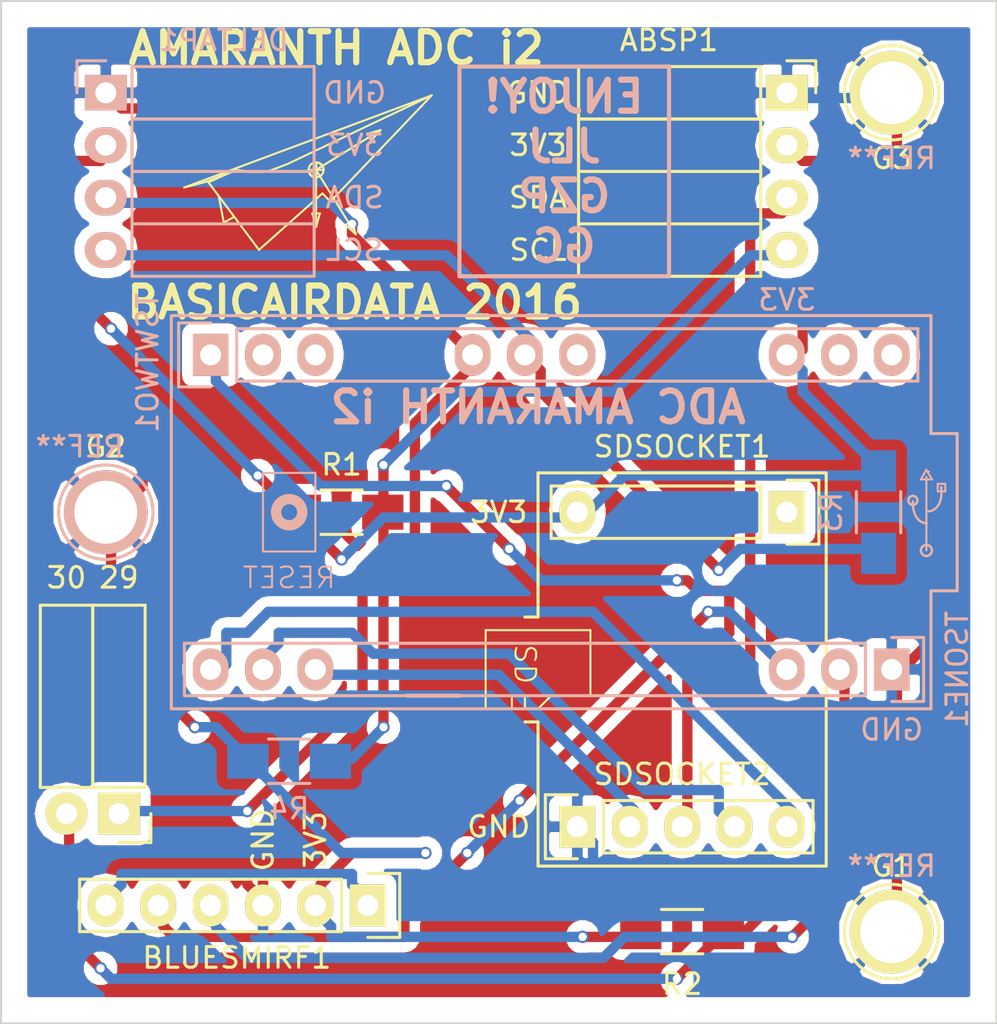
<source format=kicad_pcb>
(kicad_pcb (version 4) (host pcbnew 4.0.2-1.fc23-product)
  (title_block (title "ADC Amaranth") (date 2016-02-02) (company BasicAirData))
  (layers (0 F.Cu signal) (31 B.Cu signal) (34 B.Paste user hide) (35 F.Paste user hide) (36 B.SilkS user) (37 F.SilkS user hide) (38 B.Mask user hide) (39 F.Mask user hide) (44 Edge.Cuts user))
  (net 0 "")
  (net 1 "Net-(ABSP1-Pad1)")
  (net 2 "Net-(ABSP1-Pad2)")
  (net 3 "Net-(ABSP1-Pad3)")
  (net 4 "Net-(ABSP1-Pad4)")
  (net 5 "Net-(DELTAP1-Pad3)")
  (net 6 "Net-(DELTAP1-Pad4)")
  (net 7 "Net-(SDSOCKET1-Pad1)")
  (net 8 "Net-(SDSOCKET2-Pad2)")
  (net 9 "Net-(SDSOCKET2-Pad3)")
  (net 10 "Net-(SDSOCKET2-Pad4)")
  (net 11 "Net-(SDSOCKET2-Pad5)")
  (net 12 "Net-(TSWTWO1-Pad8)")
  (net 13 "Net-(TSWTWO1-Pad13)")
  (net 14 "Net-(TSWTWO1-Pad14)")
  (net 15 "Net-(BLUESMIRF1-Pad1)")
  (net 16 "Net-(BLUESMIRF1-Pad4)")
  (net 17 "Net-(BLUESMIRF1-Pad5)")
  (net 18 "Net-(TSWTWO1-Pad2)")
  (net 19 "Net-(TSWTWO1-Pad3)")
  (module Socket_Strips:Socket_Strip_Straight_1x14 (layer B.Cu) (at 163.83 95.25 180)
    (fp_text reference TSONE1 (at -3.175 0 270) (layer B.SilkS) (effects (justify mirror)))
    (fp_text value CONN_01X14)
    (pad 1 thru_hole rect (at 0 0 180) (size 1.7272 2.032) (drill 1.016) (layers *.Cu *.Mask B.SilkS) (net 1 "Net-(ABSP1-Pad1)"))
    (pad 2 thru_hole oval (at 2.54 0 180) (size 1.7272 2.032) (drill 1.016) (layers *.Cu *.Mask B.SilkS) (net 16 "Net-(BLUESMIRF1-Pad4)"))
    (pad 3 thru_hole oval (at 5.08 0 180) (size 1.7272 2.032) (drill 1.016) (layers *.Cu *.Mask B.SilkS) (net 17 "Net-(BLUESMIRF1-Pad5)"))
    (pad 12 thru_hole oval (at 27.94 0 180) (size 1.7272 2.032) (drill 1.016) (layers *.Cu *.Mask B.SilkS) (net 8 "Net-(SDSOCKET2-Pad2)"))
    (pad 13 thru_hole oval (at 30.48 0 180) (size 1.7272 2.032) (drill 1.016) (layers *.Cu *.Mask B.SilkS) (net 10 "Net-(SDSOCKET2-Pad4)"))
    (pad 14 thru_hole oval (at 33.02 0 180) (size 1.7272 2.032) (drill 1.016) (layers *.Cu *.Mask B.SilkS) (net 11 "Net-(SDSOCKET2-Pad5)"))
  )
  (module Socket_Strips:Socket_Strip_Straight_1x05 (layer F.Cu) (at 158.75 87.63 180)
    (fp_text reference SDSOCKET1 (at 5.08 3.175 180) (layer F.SilkS))
    (fp_text value CONN_01X05)
    (pad 1 thru_hole rect (at 0 0 180) (size 1.7272 2.032) (drill 1.016) (layers *.Cu *.Mask F.SilkS) (net 7 "Net-(SDSOCKET1-Pad1)"))
    (pad 5 thru_hole oval (at 10.16 0 180) (size 1.7272 2.032) (drill 1.016) (layers *.Cu *.Mask F.SilkS) (net 2 "Net-(ABSP1-Pad2)"))
  )
  (module Socket_Strips:Socket_Strip_Straight_1x14 (layer B.Cu) (at 130.81 80.01)
    (fp_text reference TSWTWO1 (at -3.048 0.381 270) (layer B.SilkS) (effects (justify mirror)))
    (fp_text value CONN_01X14)
    (pad 1 thru_hole rect (at 0 0) (size 1.7272 2.032) (drill 1.016) (layers *.Cu *.Mask B.SilkS) (net 9 "Net-(SDSOCKET2-Pad3)"))
    (pad 2 thru_hole oval (at 2.54 0) (size 1.7272 2.032) (drill 1.016) (layers *.Cu *.Mask B.SilkS) (net 18 "Net-(TSWTWO1-Pad2)"))
    (pad 3 thru_hole oval (at 5.08 0) (size 1.7272 2.032) (drill 1.016) (layers *.Cu *.Mask B.SilkS) (net 19 "Net-(TSWTWO1-Pad3)"))
    (pad 6 thru_hole oval (at 12.7 0) (size 1.7272 2.032) (drill 1.016) (layers *.Cu *.Mask B.SilkS) (net 5 "Net-(DELTAP1-Pad3)"))
    (pad 7 thru_hole oval (at 15.24 0) (size 1.7272 2.032) (drill 1.016) (layers *.Cu *.Mask B.SilkS) (net 6 "Net-(DELTAP1-Pad4)"))
    (pad 8 thru_hole oval (at 17.78 0) (size 1.7272 2.032) (drill 1.016) (layers *.Cu *.Mask B.SilkS) (net 12 "Net-(TSWTWO1-Pad8)"))
    (pad 12 thru_hole oval (at 27.94 0) (size 1.7272 2.032) (drill 1.016) (layers *.Cu *.Mask B.SilkS) (net 2 "Net-(ABSP1-Pad2)"))
    (pad 13 thru_hole oval (at 30.48 0) (size 1.7272 2.032) (drill 1.016) (layers *.Cu *.Mask B.SilkS) (net 13 "Net-(TSWTWO1-Pad13)"))
    (pad 14 thru_hole oval (at 33.02 0) (size 1.7272 2.032) (drill 1.016) (layers *.Cu *.Mask B.SilkS) (net 14 "Net-(TSWTWO1-Pad14)"))
  )
  (module Socket_Strips:Socket_Strip_Angled_1x04 (layer B.Cu) (at 125.73 67.31 270)
    (fp_text reference DELTAP1 (at -2.54 -5.715 360) (layer B.SilkS) (effects (justify mirror)))
    (fp_text value CONN_01X04)
    (pad 1 thru_hole rect (at 0 0 270) (size 1.7272 2.032) (drill 1.016) (layers *.Cu *.Mask B.SilkS) (net 1 "Net-(ABSP1-Pad1)"))
    (pad 2 thru_hole oval (at 2.54 0 270) (size 1.7272 2.032) (drill 1.016) (layers *.Cu *.Mask B.SilkS) (net 2 "Net-(ABSP1-Pad2)"))
    (pad 3 thru_hole oval (at 5.08 0 270) (size 1.7272 2.032) (drill 1.016) (layers *.Cu *.Mask B.SilkS) (net 5 "Net-(DELTAP1-Pad3)"))
    (pad 4 thru_hole oval (at 7.62 0 270) (size 1.7272 2.032) (drill 1.016) (layers *.Cu *.Mask B.SilkS) (net 6 "Net-(DELTAP1-Pad4)"))
  )
  (module Socket_Strips:Socket_Strip_Angled_1x04 (layer F.Cu) (at 158.75 67.31 270)
    (fp_text reference ABSP1 (at -2.54 5.715 360) (layer F.SilkS))
    (fp_text value CONN_01X04)
    (pad 1 thru_hole rect (at 0 0 270) (size 1.7272 2.032) (drill 1.016) (layers *.Cu *.Mask F.SilkS) (net 1 "Net-(ABSP1-Pad1)"))
    (pad 2 thru_hole oval (at 2.54 0 270) (size 1.7272 2.032) (drill 1.016) (layers *.Cu *.Mask F.SilkS) (net 2 "Net-(ABSP1-Pad2)"))
    (pad 3 thru_hole oval (at 5.08 0 270) (size 1.7272 2.032) (drill 1.016) (layers *.Cu *.Mask F.SilkS) (net 3 "Net-(ABSP1-Pad3)"))
    (pad 4 thru_hole oval (at 7.62 0 270) (size 1.7272 2.032) (drill 1.016) (layers *.Cu *.Mask F.SilkS) (net 4 "Net-(ABSP1-Pad4)"))
  )
  (module Socket_Strips:Socket_Strip_Straight_1x05 (layer F.Cu) (at 148.59 102.87)
    (fp_text reference SDSOCKET2 (at 5.08 -2.54) (layer F.SilkS))
    (fp_text value CONN_01X05)
    (pad 1 thru_hole rect (at 0 0) (size 1.7272 2.032) (drill 1.016) (layers *.Cu *.Mask F.SilkS) (net 1 "Net-(ABSP1-Pad1)"))
    (pad 2 thru_hole oval (at 2.54 0) (size 1.7272 2.032) (drill 1.016) (layers *.Cu *.Mask F.SilkS) (net 8 "Net-(SDSOCKET2-Pad2)"))
    (pad 3 thru_hole oval (at 5.08 0) (size 1.7272 2.032) (drill 1.016) (layers *.Cu *.Mask F.SilkS) (net 9 "Net-(SDSOCKET2-Pad3)"))
    (pad 4 thru_hole oval (at 7.62 0) (size 1.7272 2.032) (drill 1.016) (layers *.Cu *.Mask F.SilkS) (net 10 "Net-(SDSOCKET2-Pad4)"))
    (pad 5 thru_hole oval (at 10.16 0) (size 1.7272 2.032) (drill 1.016) (layers *.Cu *.Mask F.SilkS) (net 11 "Net-(SDSOCKET2-Pad5)"))
  )
  (module Resistors_SMD:R_1206_HandSoldering (layer F.Cu) (at 137.16 87.63)
    (fp_text reference R1 (at 0 -2.3) (layer F.SilkS))
    (fp_text value 4700)
    (pad 1 smd rect (at -2 0) (size 2 1.7) (layers F.Cu F.Paste F.Mask) (net 2 "Net-(ABSP1-Pad2)"))
    (pad 2 smd rect (at 2 0) (size 2 1.7) (layers F.Cu F.Paste F.Mask) (net 4 "Net-(ABSP1-Pad4)"))
  )
  (module Resistors_SMD:R_1206_HandSoldering (layer F.Cu) (at 153.67 107.95)
    (fp_text reference R2 (at 0 2.54) (layer F.SilkS))
    (fp_text value 4700)
    (pad 1 smd rect (at -2 0) (size 2 1.7) (layers F.Cu F.Paste F.Mask) (net 2 "Net-(ABSP1-Pad2)"))
    (pad 2 smd rect (at 2 0) (size 2 1.7) (layers F.Cu F.Paste F.Mask) (net 3 "Net-(ABSP1-Pad3)"))
  )
  (module Resistors_SMD:R_1206_HandSoldering (layer B.Cu) (at 163.195 87.63 270)
    (fp_text reference R3 (at 0 2.3 270) (layer B.SilkS) (effects (justify mirror)))
    (fp_text value 4700)
    (pad 1 smd rect (at -2 0 270) (size 2 1.7) (layers B.Cu B.Paste B.Mask) (net 2 "Net-(ABSP1-Pad2)"))
    (pad 2 smd rect (at 2 0 270) (size 2 1.7) (layers B.Cu B.Paste B.Mask) (net 6 "Net-(DELTAP1-Pad4)"))
  )
  (module Resistors_SMD:R_1206_HandSoldering (layer B.Cu) (at 134.62 99.695)
    (fp_text reference R4 (at 0 2.3) (layer B.SilkS) (effects (justify mirror)))
    (fp_text value 4700)
    (pad 1 smd rect (at -2 0) (size 2 1.7) (layers B.Cu B.Paste B.Mask) (net 2 "Net-(ABSP1-Pad2)"))
    (pad 2 smd rect (at 2 0) (size 2 1.7) (layers B.Cu B.Paste B.Mask) (net 5 "Net-(DELTAP1-Pad3)"))
  )
  (module Mounting_Holes:MountingHole_3mm (layer F.Cu) (at 125.73 87.63)
    (fp_text reference REF** (at -1.27 -3.175) (layer B.SilkS) (effects (justify mirror)))
    (fp_text value MountingHole_3mm)
    (pad 1 thru_hole circle (at 0 0) (size 3 3) (drill 3) (layers))
  )
  (module Mounting_Holes:MountingHole_3mm (layer F.Cu) (at 163.83 107.95)
    (fp_text reference REF** (at 0 -3.175) (layer B.SilkS) (effects (justify mirror)))
    (fp_text value MountingHole_3mm)
    (pad 1 thru_hole circle (at 0 0) (size 3 3) (drill 3) (layers))
  )
  (module Mounting_Holes:MountingHole_3mm (layer F.Cu) (at 163.83 67.31)
    (fp_text reference REF** (at 0 3.175) (layer B.SilkS) (effects (justify mirror)))
    (fp_text value MountingHole_3mm)
    (pad 1 thru_hole circle (at 0 0) (size 3 3) (drill 3) (layers))
  )
  (module Connect:1pin (layer F.Cu) (at 163.83 107.95)
    (fp_text reference G1 (at 0 -3.175) (layer F.SilkS))
    (fp_text value CONN_01X01)
    (pad 1 thru_hole circle (at 0 0) (size 4.064 4.064) (drill 3.048) (layers *.Cu *.Mask F.SilkS) (net 1 "Net-(ABSP1-Pad1)"))
  )
  (module Connect:1pin (layer B.Cu) (at 125.73 87.63)
    (fp_text reference G2 (at 0 -3.175) (layer F.SilkS))
    (fp_text value CONN_01X01)
    (pad 1 thru_hole circle (at 0 0) (size 4.064 4.064) (drill 3.048) (layers *.Cu *.Mask B.SilkS) (net 1 "Net-(ABSP1-Pad1)"))
  )
  (module Socket_Strips:Socket_Strip_Straight_1x06 (layer F.Cu) (at 138.43 106.68 180)
    (fp_text reference BLUESMIRF1 (at 6.35 -2.54 180) (layer F.SilkS))
    (fp_text value CONN_01X06)
    (pad 1 thru_hole rect (at 0 0 180) (size 1.7272 2.032) (drill 1.016) (layers *.Cu *.Mask F.SilkS) (net 15 "Net-(BLUESMIRF1-Pad1)"))
    (pad 2 thru_hole oval (at 2.54 0 180) (size 1.7272 2.032) (drill 1.016) (layers *.Cu *.Mask F.SilkS) (net 2 "Net-(ABSP1-Pad2)"))
    (pad 3 thru_hole oval (at 5.08 0 180) (size 1.7272 2.032) (drill 1.016) (layers *.Cu *.Mask F.SilkS) (net 1 "Net-(ABSP1-Pad1)"))
    (pad 4 thru_hole oval (at 7.62 0 180) (size 1.7272 2.032) (drill 1.016) (layers *.Cu *.Mask F.SilkS) (net 16 "Net-(BLUESMIRF1-Pad4)"))
    (pad 5 thru_hole oval (at 10.16 0 180) (size 1.7272 2.032) (drill 1.016) (layers *.Cu *.Mask F.SilkS) (net 17 "Net-(BLUESMIRF1-Pad5)"))
    (pad 6 thru_hole oval (at 12.7 0 180) (size 1.7272 2.032) (drill 1.016) (layers *.Cu *.Mask F.SilkS) (net 15 "Net-(BLUESMIRF1-Pad1)"))
  )
  (module Connect:1pin (layer F.Cu) (at 163.83 67.31)
    (fp_text reference G3 (at 0 3.175) (layer F.SilkS))
    (fp_text value CONN_01X01)
    (pad 1 thru_hole circle (at 0 0) (size 4.064 4.064) (drill 3.048) (layers *.Cu *.Mask F.SilkS) (net 1 "Net-(ABSP1-Pad1)"))
  )
  (module Socket_Strips:Socket_Strip_Angled_1x02 (layer F.Cu) (at 126.365 102.235 180)
    (fp_text reference P1 hide)
    (fp_text value CONN_01X02)
    (pad 1 thru_hole rect (at 0 0 180) (size 2.032 2.032) (drill 1.016) (layers *.Cu *.Mask F.SilkS) (net 4 "Net-(ABSP1-Pad4)"))
    (pad 2 thru_hole oval (at 2.54 0 180) (size 2.032 2.032) (drill 1.016) (layers *.Cu *.Mask F.SilkS) (net 3 "Net-(ABSP1-Pad3)"))
  )
  (gr_line (start 167.005 83.82) (end 167.005 91.44) (angle 90) (layer B.SilkS) (width 0.15))
  (gr_text RESET (at 134.62 90.805) (layer B.SilkS) (effects (font (size 1 1) (thickness 0.1)) (justify mirror)))
  (gr_line (start 133.35 89.535) (end 133.35 85.725) (angle 90) (layer B.SilkS) (width 0.1))
  (gr_line (start 135.89 89.535) (end 133.35 89.535) (angle 90) (layer B.SilkS) (width 0.1))
  (gr_line (start 135.89 85.725) (end 135.89 89.535) (angle 90) (layer B.SilkS) (width 0.1))
  (gr_line (start 133.35 85.725) (end 135.89 85.725) (angle 90) (layer B.SilkS) (width 0.1))
  (gr_circle (center 134.62 87.63) (end 135.255 87.63) (layer B.SilkS) (width 0.5))
  (gr_line (start 146.685 97.79) (end 146.05 97.79) (angle 90) (layer F.SilkS) (width 0.15))
  (gr_line (start 146.05 97.155) (end 146.685 97.155) (angle 90) (layer F.SilkS) (width 0.1))
  (gr_line (start 146.05 96.52) (end 146.05 97.155) (angle 90) (layer F.SilkS) (width 0.1))
  (gr_line (start 145.415 96.52) (end 146.05 96.52) (angle 90) (layer F.SilkS) (width 0.1))
  (gr_line (start 145.415 97.155) (end 145.415 96.52) (angle 90) (layer F.SilkS) (width 0.1))
  (gr_line (start 146.685 97.155) (end 147.32 96.52) (angle 90) (layer F.SilkS) (width 0.1))
  (gr_line (start 144.145 97.155) (end 145.415 97.155) (angle 90) (layer F.SilkS) (width 0.1))
  (gr_line (start 149.225 96.52) (end 147.32 96.52) (angle 90) (layer F.SilkS) (width 0.1))
  (gr_line (start 149.225 93.345) (end 149.225 96.52) (angle 90) (layer F.SilkS) (width 0.1))
  (gr_line (start 144.145 93.345) (end 149.225 93.345) (angle 90) (layer F.SilkS) (width 0.1))
  (gr_line (start 144.145 97.155) (end 144.145 93.345) (angle 90) (layer F.SilkS) (width 0.1))
  (gr_line (start 146.685 104.775) (end 146.685 97.79) (angle 90) (layer F.SilkS) (width 0.15))
  (gr_line (start 146.685 92.71) (end 146.685 85.725) (angle 90) (layer F.SilkS) (width 0.15))
  (gr_line (start 146.05 92.71) (end 146.685 92.71) (angle 90) (layer F.SilkS) (width 0.15))
  (gr_line (start 128.905 97.155) (end 128.905 78.105) (angle 90) (layer B.SilkS) (width 0.15))
  (gr_line (start 165.735 97.155) (end 128.905 97.155) (angle 90) (layer B.SilkS) (width 0.15))
  (gr_line (start 165.735 91.44) (end 165.735 97.155) (angle 90) (layer B.SilkS) (width 0.15))
  (gr_line (start 167.005 91.44) (end 165.735 91.44) (angle 90) (layer B.SilkS) (width 0.15))
  (gr_line (start 165.735 83.82) (end 167.005 83.82) (angle 90) (layer B.SilkS) (width 0.15))
  (gr_line (start 165.735 78.105) (end 165.735 83.82) (angle 90) (layer B.SilkS) (width 0.15))
  (gr_line (start 128.905 78.105) (end 165.735 78.105) (angle 90) (layer B.SilkS) (width 0.15))
  (gr_line (start 160.655 85.725) (end 146.685 85.725) (angle 90) (layer F.SilkS) (width 0.15))
  (gr_line (start 160.655 104.775) (end 160.655 85.725) (angle 90) (layer F.SilkS) (width 0.15))
  (gr_line (start 146.685 104.775) (end 160.655 104.775) (angle 90) (layer F.SilkS) (width 0.15))
  (gr_line (start 165.512453 85.914121) (end 165.512453 89.479596) (layer B.SilkS) (width 0.1))
  (gr_line (start 165.625189 85.659902) (end 165.625189 85.659902) (layer B.SilkS) (width 0.1))
  (gr_line (start 165.526195 88.166733) (end 165.536451 88.167153) (layer B.SilkS) (width 0.1))
  (gr_line (start 165.516001 88.166148) (end 165.526195 88.166733) (layer B.SilkS) (width 0.1))
  (gr_line (start 165.50587 88.165413) (end 165.516001 88.166148) (layer B.SilkS) (width 0.1))
  (gr_line (start 165.495801 88.164513) (end 165.50587 88.165413) (layer B.SilkS) (width 0.1))
  (gr_line (start 165.485793 88.163478) (end 165.495801 88.164513) (layer B.SilkS) (width 0.1))
  (gr_line (start 165.475849 88.162278) (end 165.485793 88.163478) (layer B.SilkS) (width 0.1))
  (gr_line (start 165.465969 88.160928) (end 165.475849 88.162278) (layer B.SilkS) (width 0.1))
  (gr_line (start 165.456153 88.159428) (end 165.465969 88.160928) (layer B.SilkS) (width 0.1))
  (gr_line (start 165.446401 88.157778) (end 165.456153 88.159428) (layer B.SilkS) (width 0.1))
  (gr_line (start 165.436713 88.155978) (end 165.446401 88.157778) (layer B.SilkS) (width 0.1))
  (gr_line (start 165.42709 88.154028) (end 165.436713 88.155978) (layer B.SilkS) (width 0.1))
  (gr_line (start 165.417534 88.151928) (end 165.42709 88.154028) (layer B.SilkS) (width 0.1))
  (gr_line (start 165.408043 88.149678) (end 165.417534 88.151928) (layer B.SilkS) (width 0.1))
  (gr_line (start 165.398617 88.147278) (end 165.408043 88.149678) (layer B.SilkS) (width 0.1))
  (gr_line (start 165.38926 88.144743) (end 165.398617 88.147278) (layer B.SilkS) (width 0.1))
  (gr_line (start 165.379968 88.142058) (end 165.38926 88.144743) (layer B.SilkS) (width 0.1))
  (gr_line (start 165.370744 88.139223) (end 165.379968 88.142058) (layer B.SilkS) (width 0.1))
  (gr_line (start 165.361588 88.136238) (end 165.370744 88.139223) (layer B.SilkS) (width 0.1))
  (gr_line (start 165.352501 88.133118) (end 165.361588 88.136238) (layer B.SilkS) (width 0.1))
  (gr_line (start 165.343482 88.129848) (end 165.352501 88.133118) (layer B.SilkS) (width 0.1))
  (gr_line (start 165.334533 88.126443) (end 165.343482 88.129848) (layer B.SilkS) (width 0.1))
  (gr_line (start 165.325651 88.122888) (end 165.334533 88.126443) (layer B.SilkS) (width 0.1))
  (gr_line (start 165.31684 88.119198) (end 165.325651 88.122888) (layer B.SilkS) (width 0.1))
  (gr_line (start 165.3081 88.115358) (end 165.31684 88.119198) (layer B.SilkS) (width 0.1))
  (gr_line (start 165.29943 88.111383) (end 165.3081 88.115358) (layer B.SilkS) (width 0.1))
  (gr_line (start 165.290832 88.107273) (end 165.29943 88.111383) (layer B.SilkS) (width 0.1))
  (gr_line (start 165.282304 88.103028) (end 165.290832 88.107273) (layer B.SilkS) (width 0.1))
  (gr_line (start 165.273847 88.098633) (end 165.282304 88.103028) (layer B.SilkS) (width 0.1))
  (gr_line (start 165.265464 88.094118) (end 165.273847 88.098633) (layer B.SilkS) (width 0.1))
  (gr_line (start 165.257154 88.089453) (end 165.265464 88.094118) (layer B.SilkS) (width 0.1))
  (gr_line (start 165.248916 88.084653) (end 165.257154 88.089453) (layer B.SilkS) (width 0.1))
  (gr_line (start 165.240751 88.079718) (end 165.248916 88.084653) (layer B.SilkS) (width 0.1))
  (gr_line (start 165.23266 88.074648) (end 165.240751 88.079718) (layer B.SilkS) (width 0.1))
  (gr_line (start 165.224644 88.069443) (end 165.23266 88.074648) (layer B.SilkS) (width 0.1))
  (gr_line (start 165.216702 88.064103) (end 165.224644 88.069443) (layer B.SilkS) (width 0.1))
  (gr_line (start 165.208834 88.058643) (end 165.216702 88.064103) (layer B.SilkS) (width 0.1))
  (gr_line (start 165.201043 88.053048) (end 165.208834 88.058643) (layer B.SilkS) (width 0.1))
  (gr_line (start 165.193327 88.047318) (end 165.201043 88.053048) (layer B.SilkS) (width 0.1))
  (gr_line (start 165.185688 88.041453) (end 165.193327 88.047318) (layer B.SilkS) (width 0.1))
  (gr_line (start 165.178125 88.035453) (end 165.185688 88.041453) (layer B.SilkS) (width 0.1))
  (gr_line (start 165.170638 88.029333) (end 165.178125 88.035453) (layer B.SilkS) (width 0.1))
  (gr_line (start 165.16323 88.023093) (end 165.170638 88.029333) (layer B.SilkS) (width 0.1))
  (gr_line (start 165.155899 88.016718) (end 165.16323 88.023093) (layer B.SilkS) (width 0.1))
  (gr_line (start 165.148647 88.010208) (end 165.155899 88.016718) (layer B.SilkS) (width 0.1))
  (gr_line (start 165.141472 88.003578) (end 165.148647 88.010208) (layer B.SilkS) (width 0.1))
  (gr_line (start 165.134377 87.996828) (end 165.141472 88.003578) (layer B.SilkS) (width 0.1))
  (gr_line (start 165.12736 87.989943) (end 165.134377 87.996828) (layer B.SilkS) (width 0.1))
  (gr_line (start 165.120424 87.982938) (end 165.12736 87.989943) (layer B.SilkS) (width 0.1))
  (gr_line (start 165.113569 87.975813) (end 165.120424 87.982938) (layer B.SilkS) (width 0.1))
  (gr_line (start 165.106794 87.968568) (end 165.113569 87.975813) (layer B.SilkS) (width 0.1))
  (gr_line (start 165.100098 87.961188) (end 165.106794 87.968568) (layer B.SilkS) (width 0.1))
  (gr_line (start 165.093486 87.953703) (end 165.100098 87.961188) (layer B.SilkS) (width 0.1))
  (gr_line (start 165.086953 87.946083) (end 165.093486 87.953703) (layer B.SilkS) (width 0.1))
  (gr_line (start 165.080505 87.938343) (end 165.086953 87.946083) (layer B.SilkS) (width 0.1))
  (gr_line (start 165.074137 87.930498) (end 165.080505 87.938343) (layer B.SilkS) (width 0.1))
  (gr_line (start 165.067854 87.922518) (end 165.074137 87.930498) (layer B.SilkS) (width 0.1))
  (gr_line (start 165.061653 87.914433) (end 165.067854 87.922518) (layer B.SilkS) (width 0.1))
  (gr_line (start 165.055536 87.906213) (end 165.061653 87.914433) (layer B.SilkS) (width 0.1))
  (gr_line (start 165.049504 87.897888) (end 165.055536 87.906213) (layer B.SilkS) (width 0.1))
  (gr_line (start 165.043555 87.889458) (end 165.049504 87.897888) (layer B.SilkS) (width 0.1))
  (gr_line (start 165.037692 87.880893) (end 165.043555 87.889458) (layer B.SilkS) (width 0.1))
  (gr_line (start 165.031914 87.872223) (end 165.037692 87.880893) (layer B.SilkS) (width 0.1))
  (gr_line (start 165.026221 87.863433) (end 165.031914 87.872223) (layer B.SilkS) (width 0.1))
  (gr_line (start 165.020616 87.854538) (end 165.026221 87.863433) (layer B.SilkS) (width 0.1))
  (gr_line (start 165.015096 87.845523) (end 165.020616 87.854538) (layer B.SilkS) (width 0.1))
  (gr_line (start 165.009663 87.836403) (end 165.015096 87.845523) (layer B.SilkS) (width 0.1))
  (gr_line (start 165.004317 87.827163) (end 165.009663 87.836403) (layer B.SilkS) (width 0.1))
  (gr_line (start 164.999059 87.817818) (end 165.004317 87.827163) (layer B.SilkS) (width 0.1))
  (gr_line (start 164.99389 87.808368) (end 164.999059 87.817818) (layer B.SilkS) (width 0.1))
  (gr_line (start 164.988808 87.798798) (end 164.99389 87.808368) (layer B.SilkS) (width 0.1))
  (gr_line (start 164.983816 87.789123) (end 164.988808 87.798798) (layer B.SilkS) (width 0.1))
  (gr_line (start 164.978913 87.779343) (end 164.983816 87.789123) (layer B.SilkS) (width 0.1))
  (gr_line (start 164.974099 87.769458) (end 164.978913 87.779343) (layer B.SilkS) (width 0.1))
  (gr_line (start 164.969377 87.759468) (end 164.974099 87.769458) (layer B.SilkS) (width 0.1))
  (gr_line (start 164.964744 87.749358) (end 164.969377 87.759468) (layer B.SilkS) (width 0.1))
  (gr_line (start 164.960202 87.739158) (end 164.964744 87.749358) (layer B.SilkS) (width 0.1))
  (gr_line (start 164.955751 87.728853) (end 164.960202 87.739158) (layer B.SilkS) (width 0.1))
  (gr_line (start 164.951392 87.718428) (end 164.955751 87.728853) (layer B.SilkS) (width 0.1))
  (gr_line (start 164.947125 87.707913) (end 164.951392 87.718428) (layer B.SilkS) (width 0.1))
  (gr_line (start 164.94295 87.697293) (end 164.947125 87.707913) (layer B.SilkS) (width 0.1))
  (gr_line (start 164.938869 87.686583) (end 164.94295 87.697293) (layer B.SilkS) (width 0.1))
  (gr_line (start 164.93488 87.675753) (end 164.938869 87.686583) (layer B.SilkS) (width 0.1))
  (gr_line (start 164.930985 87.664833) (end 164.93488 87.675753) (layer B.SilkS) (width 0.1))
  (gr_line (start 164.927185 87.653808) (end 164.930985 87.664833) (layer B.SilkS) (width 0.1))
  (gr_line (start 164.923479 87.642693) (end 164.927185 87.653808) (layer B.SilkS) (width 0.1))
  (gr_line (start 164.919867 87.631473) (end 164.923479 87.642693) (layer B.SilkS) (width 0.1))
  (gr_line (start 164.916351 87.620148) (end 164.919867 87.631473) (layer B.SilkS) (width 0.1))
  (gr_line (start 164.912931 87.608733) (end 164.916351 87.620148) (layer B.SilkS) (width 0.1))
  (gr_line (start 164.909605 87.597228) (end 164.912931 87.608733) (layer B.SilkS) (width 0.1))
  (gr_line (start 164.906377 87.585618) (end 164.909605 87.597228) (layer B.SilkS) (width 0.1))
  (gr_line (start 164.903247 87.573918) (end 164.906377 87.585618) (layer B.SilkS) (width 0.1))
  (gr_line (start 164.900212 87.562128) (end 164.903247 87.573918) (layer B.SilkS) (width 0.1))
  (gr_line (start 164.897275 87.550248) (end 164.900212 87.562128) (layer B.SilkS) (width 0.1))
  (gr_line (start 164.894437 87.538263) (end 164.897275 87.550248) (layer B.SilkS) (width 0.1))
  (gr_line (start 164.891697 87.526188) (end 164.894437 87.538263) (layer B.SilkS) (width 0.1))
  (gr_line (start 164.889056 87.514023) (end 164.891697 87.526188) (layer B.SilkS) (width 0.1))
  (gr_line (start 164.886514 87.501768) (end 164.889056 87.514023) (layer B.SilkS) (width 0.1))
  (gr_line (start 164.884071 87.489423) (end 164.886514 87.501768) (layer B.SilkS) (width 0.1))
  (gr_line (start 164.881729 87.476988) (end 164.884071 87.489423) (layer B.SilkS) (width 0.1))
  (gr_line (start 164.879487 87.464463) (end 164.881729 87.476988) (layer B.SilkS) (width 0.1))
  (gr_line (start 164.877345 87.451863) (end 164.879487 87.464463) (layer B.SilkS) (width 0.1))
  (gr_line (start 164.875305 87.439158) (end 164.877345 87.451863) (layer B.SilkS) (width 0.1))
  (gr_line (start 164.873367 87.426378) (end 164.875305 87.439158) (layer B.SilkS) (width 0.1))
  (gr_line (start 164.871531 87.413508) (end 164.873367 87.426378) (layer B.SilkS) (width 0.1))
  (gr_line (start 164.869797 87.400548) (end 164.871531 87.413508) (layer B.SilkS) (width 0.1))
  (gr_line (start 164.868165 87.387513) (end 164.869797 87.400548) (layer B.SilkS) (width 0.1))
  (gr_line (start 164.866637 87.374388) (end 164.868165 87.387513) (layer B.SilkS) (width 0.1))
  (gr_line (start 164.865213 87.361173) (end 164.866637 87.374388) (layer B.SilkS) (width 0.1))
  (gr_line (start 164.863892 87.347883) (end 164.865213 87.361173) (layer B.SilkS) (width 0.1))
  (gr_line (start 164.862676 87.334518) (end 164.863892 87.347883) (layer B.SilkS) (width 0.1))
  (gr_line (start 164.861564 87.321063) (end 164.862676 87.334518) (layer B.SilkS) (width 0.1))
  (gr_line (start 164.860558 87.307518) (end 164.861564 87.321063) (layer B.SilkS) (width 0.1))
  (gr_line (start 164.859657 87.293913) (end 164.860558 87.307518) (layer B.SilkS) (width 0.1))
  (gr_line (start 164.858863 87.280218) (end 164.859657 87.293913) (layer B.SilkS) (width 0.1))
  (gr_line (start 164.858174 87.266448) (end 164.858863 87.280218) (layer B.SilkS) (width 0.1))
  (gr_line (start 164.857593 87.252603) (end 164.858174 87.266448) (layer B.SilkS) (width 0.1))
  (gr_line (start 164.857118 87.238668) (end 164.857593 87.252603) (layer B.SilkS) (width 0.1))
  (gr_line (start 164.856751 87.224673) (end 164.857118 87.238668) (layer B.SilkS) (width 0.1))
  (gr_line (start 164.856492 87.210588) (end 164.856751 87.224673) (layer B.SilkS) (width 0.1))
  (gr_line (start 164.856341 87.196443) (end 164.856492 87.210588) (layer B.SilkS) (width 0.1))
  (gr_line (start 164.8563 87.182208) (end 164.856341 87.196443) (layer B.SilkS) (width 0.1))
  (gr_line (start 164.856367 87.167913) (end 164.8563 87.182208) (layer B.SilkS) (width 0.1))
  (gr_line (start 164.856543 87.153528) (end 164.856367 87.167913) (layer B.SilkS) (width 0.1))
  (gr_line (start 164.85683 87.139083) (end 164.856543 87.153528) (layer B.SilkS) (width 0.1))
  (gr_line (start 164.857227 87.124563) (end 164.85683 87.139083) (layer B.SilkS) (width 0.1))
  (gr_line (start 164.857735 87.109983) (end 164.857227 87.124563) (layer B.SilkS) (width 0.1))
  (gr_line (start 164.858354 87.095328) (end 164.857735 87.109983) (layer B.SilkS) (width 0.1))
  (gr_line (start 166.2292 86.417568) (end 166.22913 86.417223) (layer B.SilkS) (width 0.1))
  (gr_line (start 166.229331 86.418318) (end 166.2292 86.417568) (layer B.SilkS) (width 0.1))
  (gr_line (start 166.229515 86.419473) (end 166.229331 86.418318) (layer B.SilkS) (width 0.1))
  (gr_line (start 166.229754 86.421018) (end 166.229515 86.419473) (layer B.SilkS) (width 0.1))
  (gr_line (start 166.230039 86.422938) (end 166.229754 86.421018) (layer B.SilkS) (width 0.1))
  (gr_line (start 166.23037 86.425248) (end 166.230039 86.422938) (layer B.SilkS) (width 0.1))
  (gr_line (start 166.230742 86.427918) (end 166.23037 86.425248) (layer B.SilkS) (width 0.1))
  (gr_line (start 166.231153 86.430963) (end 166.230742 86.427918) (layer B.SilkS) (width 0.1))
  (gr_line (start 166.231599 86.434368) (end 166.231153 86.430963) (layer B.SilkS) (width 0.1))
  (gr_line (start 166.232076 86.438133) (end 166.231599 86.434368) (layer B.SilkS) (width 0.1))
  (gr_line (start 166.23258 86.442243) (end 166.232076 86.438133) (layer B.SilkS) (width 0.1))
  (gr_line (start 166.233108 86.446683) (end 166.23258 86.442243) (layer B.SilkS) (width 0.1))
  (gr_line (start 166.233658 86.451468) (end 166.233108 86.446683) (layer B.SilkS) (width 0.1))
  (gr_line (start 166.234225 86.456583) (end 166.233658 86.451468) (layer B.SilkS) (width 0.1))
  (gr_line (start 166.234806 86.462013) (end 166.234225 86.456583) (layer B.SilkS) (width 0.1))
  (gr_line (start 166.235398 86.467758) (end 166.234806 86.462013) (layer B.SilkS) (width 0.1))
  (gr_line (start 166.235997 86.473833) (end 166.235398 86.467758) (layer B.SilkS) (width 0.1))
  (gr_line (start 166.236598 86.480193) (end 166.235997 86.473833) (layer B.SilkS) (width 0.1))
  (gr_line (start 166.237201 86.486853) (end 166.236598 86.480193) (layer B.SilkS) (width 0.1))
  (gr_line (start 166.2378 86.493798) (end 166.237201 86.486853) (layer B.SilkS) (width 0.1))
  (gr_line (start 166.238392 86.501043) (end 166.2378 86.493798) (layer B.SilkS) (width 0.1))
  (gr_line (start 166.238974 86.508558) (end 166.238392 86.501043) (layer B.SilkS) (width 0.1))
  (gr_line (start 166.239543 86.516343) (end 166.238974 86.508558) (layer B.SilkS) (width 0.1))
  (gr_line (start 166.240095 86.524398) (end 166.239543 86.516343) (layer B.SilkS) (width 0.1))
  (gr_line (start 166.240626 86.532723) (end 166.240095 86.524398) (layer B.SilkS) (width 0.1))
  (gr_line (start 166.241133 86.541288) (end 166.240626 86.532723) (layer B.SilkS) (width 0.1))
  (gr_line (start 166.241613 86.550093) (end 166.241133 86.541288) (layer B.SilkS) (width 0.1))
  (gr_line (start 166.242061 86.559153) (end 166.241613 86.550093) (layer B.SilkS) (width 0.1))
  (gr_line (start 166.242475 86.568438) (end 166.242061 86.559153) (layer B.SilkS) (width 0.1))
  (gr_line (start 166.242852 86.577963) (end 166.242475 86.568438) (layer B.SilkS) (width 0.1))
  (gr_line (start 166.243188 86.587698) (end 166.242852 86.577963) (layer B.SilkS) (width 0.1))
  (gr_line (start 166.243477 86.597658) (end 166.243188 86.587698) (layer B.SilkS) (width 0.1))
  (gr_line (start 166.24372 86.607813) (end 166.243477 86.597658) (layer B.SilkS) (width 0.1))
  (gr_line (start 166.243911 86.618193) (end 166.24372 86.607813) (layer B.SilkS) (width 0.1))
  (gr_line (start 166.244047 86.628753) (end 166.243911 86.618193) (layer B.SilkS) (width 0.1))
  (gr_line (start 166.244124 86.639508) (end 166.244047 86.628753) (layer B.SilkS) (width 0.1))
  (gr_line (start 166.24414 86.650443) (end 166.244124 86.639508) (layer B.SilkS) (width 0.1))
  (gr_line (start 166.244089 86.661558) (end 166.24414 86.650443) (layer B.SilkS) (width 0.1))
  (gr_line (start 166.243971 86.672853) (end 166.244089 86.661558) (layer B.SilkS) (width 0.1))
  (gr_line (start 166.243779 86.684298) (end 166.243971 86.672853) (layer B.SilkS) (width 0.1))
  (gr_line (start 166.243512 86.695908) (end 166.243779 86.684298) (layer B.SilkS) (width 0.1))
  (gr_line (start 166.243167 86.707683) (end 166.243512 86.695908) (layer B.SilkS) (width 0.1))
  (gr_line (start 166.242738 86.719593) (end 166.243167 86.707683) (layer B.SilkS) (width 0.1))
  (gr_line (start 166.242222 86.731638) (end 166.242738 86.719593) (layer B.SilkS) (width 0.1))
  (gr_line (start 166.241617 86.743818) (end 166.242222 86.731638) (layer B.SilkS) (width 0.1))
  (gr_line (start 166.24092 86.756133) (end 166.241617 86.743818) (layer B.SilkS) (width 0.1))
  (gr_line (start 166.240126 86.768568) (end 166.24092 86.756133) (layer B.SilkS) (width 0.1))
  (gr_line (start 166.239232 86.781123) (end 166.240126 86.768568) (layer B.SilkS) (width 0.1))
  (gr_line (start 166.238235 86.793768) (end 166.239232 86.781123) (layer B.SilkS) (width 0.1))
  (gr_line (start 166.237131 86.806533) (end 166.238235 86.793768) (layer B.SilkS) (width 0.1))
  (gr_line (start 166.235916 86.819388) (end 166.237131 86.806533) (layer B.SilkS) (width 0.1))
  (gr_line (start 166.234587 86.832333) (end 166.235916 86.819388) (layer B.SilkS) (width 0.1))
  (gr_line (start 166.233142 86.845353) (end 166.234587 86.832333) (layer B.SilkS) (width 0.1))
  (gr_line (start 166.231576 86.858463) (end 166.233142 86.845353) (layer B.SilkS) (width 0.1))
  (gr_line (start 166.229886 86.871648) (end 166.231576 86.858463) (layer B.SilkS) (width 0.1))
  (gr_line (start 166.228068 86.884878) (end 166.229886 86.871648) (layer B.SilkS) (width 0.1))
  (gr_line (start 166.226119 86.898183) (end 166.228068 86.884878) (layer B.SilkS) (width 0.1))
  (gr_line (start 166.224036 86.911533) (end 166.226119 86.898183) (layer B.SilkS) (width 0.1))
  (gr_line (start 166.221816 86.924928) (end 166.224036 86.911533) (layer B.SilkS) (width 0.1))
  (gr_line (start 166.219453 86.938368) (end 166.221816 86.924928) (layer B.SilkS) (width 0.1))
  (gr_line (start 166.216945 86.951838) (end 166.219453 86.938368) (layer B.SilkS) (width 0.1))
  (gr_line (start 166.21429 86.965323) (end 166.216945 86.951838) (layer B.SilkS) (width 0.1))
  (gr_line (start 166.211482 86.978838) (end 166.21429 86.965323) (layer B.SilkS) (width 0.1))
  (gr_line (start 166.20852 86.992368) (end 166.211482 86.978838) (layer B.SilkS) (width 0.1))
  (gr_line (start 166.2054 87.005913) (end 166.20852 86.992368) (layer B.SilkS) (width 0.1))
  (gr_line (start 166.202116 87.019443) (end 166.2054 87.005913) (layer B.SilkS) (width 0.1))
  (gr_line (start 166.198668 87.032988) (end 166.202116 87.019443) (layer B.SilkS) (width 0.1))
  (gr_line (start 166.195051 87.046503) (end 166.198668 87.032988) (layer B.SilkS) (width 0.1))
  (gr_line (start 166.191261 87.060018) (end 166.195051 87.046503) (layer B.SilkS) (width 0.1))
  (gr_line (start 166.187295 87.073503) (end 166.191261 87.060018) (layer B.SilkS) (width 0.1))
  (gr_line (start 166.18315 87.086943) (end 166.187295 87.073503) (layer B.SilkS) (width 0.1))
  (gr_line (start 166.178823 87.100368) (end 166.18315 87.086943) (layer B.SilkS) (width 0.1))
  (gr_line (start 166.174308 87.113748) (end 166.178823 87.100368) (layer B.SilkS) (width 0.1))
  (gr_line (start 166.169604 87.127068) (end 166.174308 87.113748) (layer B.SilkS) (width 0.1))
  (gr_line (start 166.164708 87.140343) (end 166.169604 87.127068) (layer B.SilkS) (width 0.1))
  (gr_line (start 166.159614 87.153543) (end 166.164708 87.140343) (layer B.SilkS) (width 0.1))
  (gr_line (start 166.15432 87.166683) (end 166.159614 87.153543) (layer B.SilkS) (width 0.1))
  (gr_line (start 166.148824 87.179748) (end 166.15432 87.166683) (layer B.SilkS) (width 0.1))
  (gr_line (start 166.14312 87.192738) (end 166.148824 87.179748) (layer B.SilkS) (width 0.1))
  (gr_line (start 166.137205 87.205638) (end 166.14312 87.192738) (layer B.SilkS) (width 0.1))
  (gr_line (start 166.131078 87.218448) (end 166.137205 87.205638) (layer B.SilkS) (width 0.1))
  (gr_line (start 166.124731 87.231153) (end 166.131078 87.218448) (layer B.SilkS) (width 0.1))
  (gr_line (start 166.118166 87.243768) (end 166.124731 87.231153) (layer B.SilkS) (width 0.1))
  (gr_line (start 166.111375 87.256248) (end 166.118166 87.243768) (layer B.SilkS) (width 0.1))
  (gr_line (start 166.104358 87.268623) (end 166.111375 87.256248) (layer B.SilkS) (width 0.1))
  (gr_line (start 166.097109 87.280878) (end 166.104358 87.268623) (layer B.SilkS) (width 0.1))
  (gr_line (start 166.089625 87.292998) (end 166.097109 87.280878) (layer B.SilkS) (width 0.1))
  (gr_line (start 166.081903 87.304983) (end 166.089625 87.292998) (layer B.SilkS) (width 0.1))
  (gr_line (start 166.07394 87.316818) (end 166.081903 87.304983) (layer B.SilkS) (width 0.1))
  (gr_line (start 166.065732 87.328503) (end 166.07394 87.316818) (layer B.SilkS) (width 0.1))
  (gr_line (start 166.057276 87.340038) (end 166.065732 87.328503) (layer B.SilkS) (width 0.1))
  (gr_line (start 166.048567 87.351408) (end 166.057276 87.340038) (layer B.SilkS) (width 0.1))
  (gr_line (start 166.039605 87.362613) (end 166.048567 87.351408) (layer B.SilkS) (width 0.1))
  (gr_line (start 166.030383 87.373638) (end 166.039605 87.362613) (layer B.SilkS) (width 0.1))
  (gr_line (start 166.020898 87.384498) (end 166.030383 87.373638) (layer B.SilkS) (width 0.1))
  (gr_line (start 166.011148 87.395148) (end 166.020898 87.384498) (layer B.SilkS) (width 0.1))
  (gr_line (start 166.00113 87.405618) (end 166.011148 87.395148) (layer B.SilkS) (width 0.1))
  (gr_line (start 165.990838 87.415893) (end 166.00113 87.405618) (layer B.SilkS) (width 0.1))
  (gr_line (start 165.980271 87.425943) (end 165.990838 87.415893) (layer B.SilkS) (width 0.1))
  (gr_line (start 165.969423 87.435798) (end 165.980271 87.425943) (layer B.SilkS) (width 0.1))
  (gr_line (start 165.958294 87.445428) (end 165.969423 87.435798) (layer B.SilkS) (width 0.1))
  (gr_line (start 165.946878 87.454833) (end 165.958294 87.445428) (layer B.SilkS) (width 0.1))
  (gr_line (start 165.935172 87.463998) (end 165.946878 87.454833) (layer B.SilkS) (width 0.1))
  (gr_line (start 165.923173 87.472938) (end 165.935172 87.463998) (layer B.SilkS) (width 0.1))
  (gr_line (start 165.910878 87.481638) (end 165.923173 87.472938) (layer B.SilkS) (width 0.1))
  (gr_line (start 165.898281 87.490068) (end 165.910878 87.481638) (layer B.SilkS) (width 0.1))
  (gr_line (start 165.885382 87.498258) (end 165.898281 87.490068) (layer B.SilkS) (width 0.1))
  (gr_line (start 165.872175 87.506178) (end 165.885382 87.498258) (layer B.SilkS) (width 0.1))
  (gr_line (start 165.858658 87.513843) (end 165.872175 87.506178) (layer B.SilkS) (width 0.1))
  (gr_line (start 165.844827 87.521208) (end 165.858658 87.513843) (layer B.SilkS) (width 0.1))
  (gr_line (start 165.830679 87.528318) (end 165.844827 87.521208) (layer B.SilkS) (width 0.1))
  (gr_line (start 165.81621 87.535128) (end 165.830679 87.528318) (layer B.SilkS) (width 0.1))
  (gr_line (start 165.801417 87.541638) (end 165.81621 87.535128) (layer B.SilkS) (width 0.1))
  (gr_line (start 165.786295 87.547848) (end 165.801417 87.541638) (layer B.SilkS) (width 0.1))
  (gr_line (start 165.770842 87.553758) (end 165.786295 87.547848) (layer B.SilkS) (width 0.1))
  (gr_line (start 165.755056 87.559353) (end 165.770842 87.553758) (layer B.SilkS) (width 0.1))
  (gr_line (start 165.738931 87.564633) (end 165.755056 87.559353) (layer B.SilkS) (width 0.1))
  (gr_line (start 165.722464 87.569583) (end 165.738931 87.564633) (layer B.SilkS) (width 0.1))
  (gr_line (start 165.705652 87.574188) (end 165.722464 87.569583) (layer B.SilkS) (width 0.1))
  (gr_line (start 165.688492 87.578478) (end 165.705652 87.574188) (layer B.SilkS) (width 0.1))
  (gr_line (start 165.67098 87.582408) (end 165.688492 87.578478) (layer B.SilkS) (width 0.1))
  (gr_line (start 165.653113 87.585993) (end 165.67098 87.582408) (layer B.SilkS) (width 0.1))
  (gr_line (start 165.634887 87.589218) (end 165.653113 87.585993) (layer B.SilkS) (width 0.1))
  (gr_line (start 165.616297 87.592083) (end 165.634887 87.589218) (layer B.SilkS) (width 0.1))
  (gr_line (start 165.597343 87.594573) (end 165.616297 87.592083) (layer B.SilkS) (width 0.1))
  (gr_line (start 165.57802 87.596688) (end 165.597343 87.594573) (layer B.SilkS) (width 0.1))
  (gr_line (start 165.558324 87.598428) (end 165.57802 87.596688) (layer B.SilkS) (width 0.1))
  (gr_line (start 165.23951 89.483241) (end 165.23951 89.483241) (layer B.SilkS) (width 0.1))
  (gr_line (start 165.625189 85.659902) (end 165.625189 85.659902) (layer B.SilkS) (width 0.1))
  (gr_line (start 165.23951 89.483241) (end 165.23951 89.483241) (layer B.SilkS) (width 0.1))
  (gr_line (start 166.061428 86.256815) (end 166.061428 86.256815) (layer B.SilkS) (width 0.1))
  (gr_line (start 166.061428 86.256815) (end 166.061428 86.256815) (layer B.SilkS) (width 0.1))
  (gr_line (start 166.061428 86.621383) (end 166.061428 86.256815) (layer B.SilkS) (width 0.1))
  (gr_line (start 166.425996 86.621383) (end 166.061428 86.621383) (layer B.SilkS) (width 0.1))
  (gr_line (start 166.425996 86.256815) (end 166.425996 86.621383) (layer B.SilkS) (width 0.1))
  (gr_line (start 166.061428 86.256815) (end 166.425996 86.256815) (layer B.SilkS) (width 0.1))
  (gr_line (start 165.782908 86.041208) (end 165.782908 86.041208) (layer B.SilkS) (width 0.1))
  (gr_line (start 165.782908 86.041208) (end 165.782908 86.041208) (layer B.SilkS) (width 0.1))
  (gr_line (start 165.509538 85.57445) (end 165.782908 86.041208) (layer B.SilkS) (width 0.1))
  (gr_line (start 165.241999 86.044574) (end 165.509538 85.57445) (layer B.SilkS) (width 0.1))
  (gr_line (start 165.782908 86.041208) (end 165.241999 86.044574) (layer B.SilkS) (width 0.1))
  (gr_line (start 165.077874 87.058864) (end 165.077874 87.058864) (layer B.SilkS) (width 0.1))
  (gr_line (start 165.077874 87.058864) (end 165.077874 87.058864) (layer B.SilkS) (width 0.1))
  (gr_line (start 165.778101 89.483241) (end 165.778101 89.483241) (layer B.SilkS) (width 0.1))
  (gr_line (start 165.778101 89.483241) (end 165.778101 89.483241) (layer B.SilkS) (width 0.1))
  (gr_line (start 165.077856 87.056013) (end 165.077874 87.058863) (layer B.SilkS) (width 0.1))
  (gr_line (start 165.077802 87.053163) (end 165.077856 87.056013) (layer B.SilkS) (width 0.1))
  (gr_line (start 165.07771 87.050313) (end 165.077802 87.053163) (layer B.SilkS) (width 0.1))
  (gr_line (start 165.077584 87.047478) (end 165.07771 87.050313) (layer B.SilkS) (width 0.1))
  (gr_line (start 165.077421 87.044658) (end 165.077584 87.047478) (layer B.SilkS) (width 0.1))
  (gr_line (start 165.077223 87.041853) (end 165.077421 87.044658) (layer B.SilkS) (width 0.1))
  (gr_line (start 165.07699 87.039048) (end 165.077223 87.041853) (layer B.SilkS) (width 0.1))
  (gr_line (start 165.076722 87.036258) (end 165.07699 87.039048) (layer B.SilkS) (width 0.1))
  (gr_line (start 165.076419 87.033468) (end 165.076722 87.036258) (layer B.SilkS) (width 0.1))
  (gr_line (start 165.076081 87.030708) (end 165.076419 87.033468) (layer B.SilkS) (width 0.1))
  (gr_line (start 165.075709 87.027933) (end 165.076081 87.030708) (layer B.SilkS) (width 0.1))
  (gr_line (start 165.075304 87.025188) (end 165.075709 87.027933) (layer B.SilkS) (width 0.1))
  (gr_line (start 165.074863 87.022458) (end 165.075304 87.025188) (layer B.SilkS) (width 0.1))
  (gr_line (start 165.074389 87.019728) (end 165.074863 87.022458) (layer B.SilkS) (width 0.1))
  (gr_line (start 165.073882 87.017013) (end 165.074389 87.019728) (layer B.SilkS) (width 0.1))
  (gr_line (start 165.073342 87.014298) (end 165.073882 87.017013) (layer B.SilkS) (width 0.1))
  (gr_line (start 165.072769 87.011613) (end 165.073342 87.014298) (layer B.SilkS) (width 0.1))
  (gr_line (start 165.072162 87.008928) (end 165.072769 87.011613) (layer B.SilkS) (width 0.1))
  (gr_line (start 165.071523 87.006258) (end 165.072162 87.008928) (layer B.SilkS) (width 0.1))
  (gr_line (start 165.070852 87.003603) (end 165.071523 87.006258) (layer B.SilkS) (width 0.1))
  (gr_line (start 165.070149 87.000963) (end 165.070852 87.003603) (layer B.SilkS) (width 0.1))
  (gr_line (start 165.069414 86.998338) (end 165.070149 87.000963) (layer B.SilkS) (width 0.1))
  (gr_line (start 165.068646 86.995728) (end 165.069414 86.998338) (layer B.SilkS) (width 0.1))
  (gr_line (start 165.067848 86.993118) (end 165.068646 86.995728) (layer B.SilkS) (width 0.1))
  (gr_line (start 165.067017 86.990538) (end 165.067848 86.993118) (layer B.SilkS) (width 0.1))
  (gr_line (start 165.066156 86.987958) (end 165.067017 86.990538) (layer B.SilkS) (width 0.1))
  (gr_line (start 165.065265 86.985393) (end 165.066156 86.987958) (layer B.SilkS) (width 0.1))
  (gr_line (start 165.064342 86.982858) (end 165.065265 86.985393) (layer B.SilkS) (width 0.1))
  (gr_line (start 165.06339 86.980323) (end 165.064342 86.982858) (layer B.SilkS) (width 0.1))
  (gr_line (start 165.062406 86.977803) (end 165.06339 86.980323) (layer B.SilkS) (width 0.1))
  (gr_line (start 165.061393 86.975313) (end 165.062406 86.977803) (layer B.SilkS) (width 0.1))
  (gr_line (start 165.060351 86.972823) (end 165.061393 86.975313) (layer B.SilkS) (width 0.1))
  (gr_line (start 165.059278 86.970348) (end 165.060351 86.972823) (layer B.SilkS) (width 0.1))
  (gr_line (start 165.058177 86.967903) (end 165.059278 86.970348) (layer B.SilkS) (width 0.1))
  (gr_line (start 165.057046 86.965458) (end 165.058177 86.967903) (layer B.SilkS) (width 0.1))
  (gr_line (start 165.055887 86.963043) (end 165.057046 86.965458) (layer B.SilkS) (width 0.1))
  (gr_line (start 165.054699 86.960628) (end 165.055887 86.963043) (layer B.SilkS) (width 0.1))
  (gr_line (start 165.053482 86.958243) (end 165.054699 86.960628) (layer B.SilkS) (width 0.1))
  (gr_line (start 165.052239 86.955873) (end 165.053482 86.958243) (layer B.SilkS) (width 0.1))
  (gr_line (start 165.050965 86.953518) (end 165.052239 86.955873) (layer B.SilkS) (width 0.1))
  (gr_line (start 165.049666 86.951178) (end 165.050965 86.953518) (layer B.SilkS) (width 0.1))
  (gr_line (start 165.048337 86.948868) (end 165.049666 86.951178) (layer B.SilkS) (width 0.1))
  (gr_line (start 165.046983 86.946558) (end 165.048337 86.948868) (layer B.SilkS) (width 0.1))
  (gr_line (start 165.045601 86.944278) (end 165.046983 86.946558) (layer B.SilkS) (width 0.1))
  (gr_line (start 165.044191 86.942013) (end 165.045601 86.944278) (layer B.SilkS) (width 0.1))
  (gr_line (start 165.042756 86.939763) (end 165.044191 86.942013) (layer B.SilkS) (width 0.1))
  (gr_line (start 165.041293 86.937543) (end 165.042756 86.939763) (layer B.SilkS) (width 0.1))
  (gr_line (start 165.039805 86.935323) (end 165.041293 86.937543) (layer B.SilkS) (width 0.1))
  (gr_line (start 165.038292 86.933133) (end 165.039805 86.935323) (layer B.SilkS) (width 0.1))
  (gr_line (start 165.036751 86.930973) (end 165.038292 86.933133) (layer B.SilkS) (width 0.1))
  (gr_line (start 165.035187 86.928813) (end 165.036751 86.930973) (layer B.SilkS) (width 0.1))
  (gr_line (start 165.033595 86.926683) (end 165.035187 86.928813) (layer B.SilkS) (width 0.1))
  (gr_line (start 165.03198 86.924568) (end 165.033595 86.926683) (layer B.SilkS) (width 0.1))
  (gr_line (start 165.030339 86.922483) (end 165.03198 86.924568) (layer B.SilkS) (width 0.1))
  (gr_line (start 165.028674 86.920413) (end 165.030339 86.922483) (layer B.SilkS) (width 0.1))
  (gr_line (start 165.026983 86.918358) (end 165.028674 86.920413) (layer B.SilkS) (width 0.1))
  (gr_line (start 165.02527 86.916333) (end 165.026983 86.918358) (layer B.SilkS) (width 0.1))
  (gr_line (start 165.023532 86.914323) (end 165.02527 86.916333) (layer B.SilkS) (width 0.1))
  (gr_line (start 165.021771 86.912328) (end 165.023532 86.914323) (layer B.SilkS) (width 0.1))
  (gr_line (start 165.019984 86.910363) (end 165.021771 86.912328) (layer B.SilkS) (width 0.1))
  (gr_line (start 165.018177 86.908428) (end 165.019984 86.910363) (layer B.SilkS) (width 0.1))
  (gr_line (start 165.016345 86.906508) (end 165.018177 86.908428) (layer B.SilkS) (width 0.1))
  (gr_line (start 165.01449 86.904603) (end 165.016345 86.906508) (layer B.SilkS) (width 0.1))
  (gr_line (start 165.012613 86.902728) (end 165.01449 86.904603) (layer B.SilkS) (width 0.1))
  (gr_line (start 165.010714 86.900868) (end 165.012613 86.902728) (layer B.SilkS) (width 0.1))
  (gr_line (start 165.008791 86.899038) (end 165.010714 86.900868) (layer B.SilkS) (width 0.1))
  (gr_line (start 165.006849 86.897238) (end 165.008791 86.899038) (layer B.SilkS) (width 0.1))
  (gr_line (start 165.004882 86.895453) (end 165.006849 86.897238) (layer B.SilkS) (width 0.1))
  (gr_line (start 165.002895 86.893683) (end 165.004882 86.895453) (layer B.SilkS) (width 0.1))
  (gr_line (start 165.000888 86.891943) (end 165.002895 86.893683) (layer B.SilkS) (width 0.1))
  (gr_line (start 164.998858 86.890233) (end 165.000888 86.891943) (layer B.SilkS) (width 0.1))
  (gr_line (start 164.996808 86.888538) (end 164.998858 86.890233) (layer B.SilkS) (width 0.1))
  (gr_line (start 164.994736 86.886873) (end 164.996808 86.888538) (layer B.SilkS) (width 0.1))
  (gr_line (start 164.992645 86.885238) (end 164.994736 86.886873) (layer B.SilkS) (width 0.1))
  (gr_line (start 164.990533 86.883618) (end 164.992645 86.885238) (layer B.SilkS) (width 0.1))
  (gr_line (start 164.988402 86.882028) (end 164.990533 86.883618) (layer B.SilkS) (width 0.1))
  (gr_line (start 164.986249 86.880468) (end 164.988402 86.882028) (layer B.SilkS) (width 0.1))
  (gr_line (start 164.984079 86.878923) (end 164.986249 86.880468) (layer B.SilkS) (width 0.1))
  (gr_line (start 164.981889 86.877408) (end 164.984079 86.878923) (layer B.SilkS) (width 0.1))
  (gr_line (start 164.979679 86.875923) (end 164.981889 86.877408) (layer B.SilkS) (width 0.1))
  (gr_line (start 164.97745 86.874468) (end 164.979679 86.875923) (layer B.SilkS) (width 0.1))
  (gr_line (start 164.975203 86.873028) (end 164.97745 86.874468) (layer B.SilkS) (width 0.1))
  (gr_line (start 164.972938 86.871618) (end 164.975203 86.873028) (layer B.SilkS) (width 0.1))
  (gr_line (start 164.970654 86.870238) (end 164.972938 86.871618) (layer B.SilkS) (width 0.1))
  (gr_line (start 164.968353 86.868873) (end 164.970654 86.870238) (layer B.SilkS) (width 0.1))
  (gr_line (start 164.966034 86.867553) (end 164.968353 86.868873) (layer B.SilkS) (width 0.1))
  (gr_line (start 164.963697 86.866248) (end 164.966034 86.867553) (layer B.SilkS) (width 0.1))
  (gr_line (start 164.961342 86.864973) (end 164.963697 86.866248) (layer B.SilkS) (width 0.1))
  (gr_line (start 164.95897 86.863728) (end 164.961342 86.864973) (layer B.SilkS) (width 0.1))
  (gr_line (start 164.956582 86.862513) (end 164.95897 86.863728) (layer B.SilkS) (width 0.1))
  (gr_line (start 164.954176 86.861328) (end 164.956582 86.862513) (layer B.SilkS) (width 0.1))
  (gr_line (start 164.951755 86.860173) (end 164.954176 86.861328) (layer B.SilkS) (width 0.1))
  (gr_line (start 164.949318 86.859033) (end 164.951755 86.860173) (layer B.SilkS) (width 0.1))
  (gr_line (start 164.946864 86.857938) (end 164.949318 86.859033) (layer B.SilkS) (width 0.1))
  (gr_line (start 164.944395 86.856873) (end 164.946864 86.857938) (layer B.SilkS) (width 0.1))
  (gr_line (start 164.941909 86.855823) (end 164.944395 86.856873) (layer B.SilkS) (width 0.1))
  (gr_line (start 164.939409 86.854818) (end 164.941909 86.855823) (layer B.SilkS) (width 0.1))
  (gr_line (start 164.936893 86.853828) (end 164.939409 86.854818) (layer B.SilkS) (width 0.1))
  (gr_line (start 164.934363 86.852868) (end 164.936893 86.853828) (layer B.SilkS) (width 0.1))
  (gr_line (start 164.931817 86.851953) (end 164.934363 86.852868) (layer B.SilkS) (width 0.1))
  (gr_line (start 164.929258 86.851068) (end 164.931817 86.851953) (layer B.SilkS) (width 0.1))
  (gr_line (start 164.926684 86.850198) (end 164.929258 86.851068) (layer B.SilkS) (width 0.1))
  (gr_line (start 164.924095 86.849373) (end 164.926684 86.850198) (layer B.SilkS) (width 0.1))
  (gr_line (start 164.921494 86.848578) (end 164.924095 86.849373) (layer B.SilkS) (width 0.1))
  (gr_line (start 164.918878 86.847798) (end 164.921494 86.848578) (layer B.SilkS) (width 0.1))
  (gr_line (start 164.91625 86.847063) (end 164.918878 86.847798) (layer B.SilkS) (width 0.1))
  (gr_line (start 164.913609 86.846358) (end 164.91625 86.847063) (layer B.SilkS) (width 0.1))
  (gr_line (start 164.910954 86.845698) (end 164.913609 86.846358) (layer B.SilkS) (width 0.1))
  (gr_line (start 164.908287 86.845053) (end 164.910954 86.845698) (layer B.SilkS) (width 0.1))
  (gr_line (start 164.905606 86.844453) (end 164.908287 86.845053) (layer B.SilkS) (width 0.1))
  (gr_line (start 164.902914 86.843868) (end 164.905606 86.844453) (layer B.SilkS) (width 0.1))
  (gr_line (start 164.900209 86.843328) (end 164.902914 86.843868) (layer B.SilkS) (width 0.1))
  (gr_line (start 164.897494 86.842833) (end 164.900209 86.843328) (layer B.SilkS) (width 0.1))
  (gr_line (start 164.894766 86.842353) (end 164.897494 86.842833) (layer B.SilkS) (width 0.1))
  (gr_line (start 164.892027 86.841918) (end 164.894766 86.842353) (layer B.SilkS) (width 0.1))
  (gr_line (start 164.889277 86.841513) (end 164.892027 86.841918) (layer B.SilkS) (width 0.1))
  (gr_line (start 164.886516 86.841138) (end 164.889277 86.841513) (layer B.SilkS) (width 0.1))
  (gr_line (start 164.883744 86.840793) (end 164.886516 86.841138) (layer B.SilkS) (width 0.1))
  (gr_line (start 164.880962 86.840493) (end 164.883744 86.840793) (layer B.SilkS) (width 0.1))
  (gr_line (start 164.87817 86.840223) (end 164.880962 86.840493) (layer B.SilkS) (width 0.1))
  (gr_line (start 164.875367 86.839998) (end 164.87817 86.840223) (layer B.SilkS) (width 0.1))
  (gr_line (start 164.872555 86.839803) (end 164.875367 86.839998) (layer B.SilkS) (width 0.1))
  (gr_line (start 164.869733 86.839638) (end 164.872555 86.839803) (layer B.SilkS) (width 0.1))
  (gr_line (start 164.866902 86.839503) (end 164.869733 86.839638) (layer B.SilkS) (width 0.1))
  (gr_line (start 164.864061 86.839413) (end 164.866902 86.839503) (layer B.SilkS) (width 0.1))
  (gr_line (start 164.861212 86.839368) (end 164.864061 86.839413) (layer B.SilkS) (width 0.1))
  (gr_line (start 164.858354 86.839338) (end 164.861212 86.839368) (layer B.SilkS) (width 0.1))
  (gr_line (start 164.855496 86.839368) (end 164.858354 86.839338) (layer B.SilkS) (width 0.1))
  (gr_line (start 164.852646 86.839413) (end 164.855496 86.839368) (layer B.SilkS) (width 0.1))
  (gr_line (start 164.849806 86.839503) (end 164.852646 86.839413) (layer B.SilkS) (width 0.1))
  (gr_line (start 164.846974 86.839638) (end 164.849806 86.839503) (layer B.SilkS) (width 0.1))
  (gr_line (start 164.844152 86.839803) (end 164.846974 86.839638) (layer B.SilkS) (width 0.1))
  (gr_line (start 164.84134 86.839998) (end 164.844152 86.839803) (layer B.SilkS) (width 0.1))
  (gr_line (start 164.838537 86.840223) (end 164.84134 86.839998) (layer B.SilkS) (width 0.1))
  (gr_line (start 164.835745 86.840493) (end 164.838537 86.840223) (layer B.SilkS) (width 0.1))
  (gr_line (start 164.832963 86.840793) (end 164.835745 86.840493) (layer B.SilkS) (width 0.1))
  (gr_line (start 164.830191 86.841138) (end 164.832963 86.840793) (layer B.SilkS) (width 0.1))
  (gr_line (start 164.82743 86.841513) (end 164.830191 86.841138) (layer B.SilkS) (width 0.1))
  (gr_line (start 164.82468 86.841918) (end 164.82743 86.841513) (layer B.SilkS) (width 0.1))
  (gr_line (start 164.821941 86.842353) (end 164.82468 86.841918) (layer B.SilkS) (width 0.1))
  (gr_line (start 164.819213 86.842833) (end 164.821941 86.842353) (layer B.SilkS) (width 0.1))
  (gr_line (start 164.816497 86.843328) (end 164.819213 86.842833) (layer B.SilkS) (width 0.1))
  (gr_line (start 164.813793 86.843868) (end 164.816497 86.843328) (layer B.SilkS) (width 0.1))
  (gr_line (start 164.811101 86.844453) (end 164.813793 86.843868) (layer B.SilkS) (width 0.1))
  (gr_line (start 164.808421 86.845053) (end 164.811101 86.844453) (layer B.SilkS) (width 0.1))
  (gr_line (start 164.805754 86.845698) (end 164.808421 86.845053) (layer B.SilkS) (width 0.1))
  (gr_line (start 164.803099 86.846358) (end 164.805754 86.845698) (layer B.SilkS) (width 0.1))
  (gr_line (start 164.800457 86.847063) (end 164.803099 86.846358) (layer B.SilkS) (width 0.1))
  (gr_line (start 164.797828 86.847798) (end 164.800457 86.847063) (layer B.SilkS) (width 0.1))
  (gr_line (start 164.795213 86.848578) (end 164.797828 86.847798) (layer B.SilkS) (width 0.1))
  (gr_line (start 164.792611 86.849373) (end 164.795213 86.848578) (layer B.SilkS) (width 0.1))
  (gr_line (start 164.790023 86.850198) (end 164.792611 86.849373) (layer B.SilkS) (width 0.1))
  (gr_line (start 164.78745 86.851068) (end 164.790023 86.850198) (layer B.SilkS) (width 0.1))
  (gr_line (start 164.78489 86.851953) (end 164.78745 86.851068) (layer B.SilkS) (width 0.1))
  (gr_line (start 164.782345 86.852868) (end 164.78489 86.851953) (layer B.SilkS) (width 0.1))
  (gr_line (start 164.779814 86.853828) (end 164.782345 86.852868) (layer B.SilkS) (width 0.1))
  (gr_line (start 164.777299 86.854818) (end 164.779814 86.853828) (layer B.SilkS) (width 0.1))
  (gr_line (start 164.774798 86.855823) (end 164.777299 86.854818) (layer B.SilkS) (width 0.1))
  (gr_line (start 164.772313 86.856873) (end 164.774798 86.855823) (layer B.SilkS) (width 0.1))
  (gr_line (start 164.769843 86.857938) (end 164.772313 86.856873) (layer B.SilkS) (width 0.1))
  (gr_line (start 164.76739 86.859033) (end 164.769843 86.857938) (layer B.SilkS) (width 0.1))
  (gr_line (start 164.764952 86.860173) (end 164.76739 86.859033) (layer B.SilkS) (width 0.1))
  (gr_line (start 164.76253 86.861328) (end 164.764952 86.860173) (layer B.SilkS) (width 0.1))
  (gr_line (start 164.760125 86.862513) (end 164.76253 86.861328) (layer B.SilkS) (width 0.1))
  (gr_line (start 164.757737 86.863728) (end 164.760125 86.862513) (layer B.SilkS) (width 0.1))
  (gr_line (start 164.755365 86.864973) (end 164.757737 86.863728) (layer B.SilkS) (width 0.1))
  (gr_line (start 164.753011 86.866248) (end 164.755365 86.864973) (layer B.SilkS) (width 0.1))
  (gr_line (start 164.750674 86.867553) (end 164.753011 86.866248) (layer B.SilkS) (width 0.1))
  (gr_line (start 164.748354 86.868873) (end 164.750674 86.867553) (layer B.SilkS) (width 0.1))
  (gr_line (start 164.746053 86.870238) (end 164.748354 86.868873) (layer B.SilkS) (width 0.1))
  (gr_line (start 164.743769 86.871618) (end 164.746053 86.870238) (layer B.SilkS) (width 0.1))
  (gr_line (start 164.741504 86.873028) (end 164.743769 86.871618) (layer B.SilkS) (width 0.1))
  (gr_line (start 164.739257 86.874468) (end 164.741504 86.873028) (layer B.SilkS) (width 0.1))
  (gr_line (start 164.737028 86.875923) (end 164.739257 86.874468) (layer B.SilkS) (width 0.1))
  (gr_line (start 164.734819 86.877408) (end 164.737028 86.875923) (layer B.SilkS) (width 0.1))
  (gr_line (start 164.732628 86.878923) (end 164.734819 86.877408) (layer B.SilkS) (width 0.1))
  (gr_line (start 164.730457 86.880468) (end 164.732628 86.878923) (layer B.SilkS) (width 0.1))
  (gr_line (start 164.728306 86.882028) (end 164.730457 86.880468) (layer B.SilkS) (width 0.1))
  (gr_line (start 164.726174 86.883618) (end 164.728306 86.882028) (layer B.SilkS) (width 0.1))
  (gr_line (start 164.724063 86.885238) (end 164.726174 86.883618) (layer B.SilkS) (width 0.1))
  (gr_line (start 164.721971 86.886873) (end 164.724063 86.885238) (layer B.SilkS) (width 0.1))
  (gr_line (start 164.7199 86.888538) (end 164.721971 86.886873) (layer B.SilkS) (width 0.1))
  (gr_line (start 164.71785 86.890233) (end 164.7199 86.888538) (layer B.SilkS) (width 0.1))
  (gr_line (start 164.71582 86.891943) (end 164.71785 86.890233) (layer B.SilkS) (width 0.1))
  (gr_line (start 164.713812 86.893683) (end 164.71582 86.891943) (layer B.SilkS) (width 0.1))
  (gr_line (start 164.711825 86.895453) (end 164.713812 86.893683) (layer B.SilkS) (width 0.1))
  (gr_line (start 164.709859 86.897238) (end 164.711825 86.895453) (layer B.SilkS) (width 0.1))
  (gr_line (start 164.707915 86.899038) (end 164.709859 86.897238) (layer B.SilkS) (width 0.1))
  (gr_line (start 164.705994 86.900868) (end 164.707915 86.899038) (layer B.SilkS) (width 0.1))
  (gr_line (start 164.704094 86.902728) (end 164.705994 86.900868) (layer B.SilkS) (width 0.1))
  (gr_line (start 164.702217 86.904603) (end 164.704094 86.902728) (layer B.SilkS) (width 0.1))
  (gr_line (start 164.700362 86.906508) (end 164.702217 86.904603) (layer B.SilkS) (width 0.1))
  (gr_line (start 164.698531 86.908428) (end 164.700362 86.906508) (layer B.SilkS) (width 0.1))
  (gr_line (start 164.696722 86.910363) (end 164.698531 86.908428) (layer B.SilkS) (width 0.1))
  (gr_line (start 164.694937 86.912328) (end 164.696722 86.910363) (layer B.SilkS) (width 0.1))
  (gr_line (start 164.693175 86.914323) (end 164.694937 86.912328) (layer B.SilkS) (width 0.1))
  (gr_line (start 164.691437 86.916333) (end 164.693175 86.914323) (layer B.SilkS) (width 0.1))
  (gr_line (start 164.689723 86.918358) (end 164.691437 86.916333) (layer B.SilkS) (width 0.1))
  (gr_line (start 164.688034 86.920413) (end 164.689723 86.918358) (layer B.SilkS) (width 0.1))
  (gr_line (start 164.686368 86.922483) (end 164.688034 86.920413) (layer B.SilkS) (width 0.1))
  (gr_line (start 164.684728 86.924568) (end 164.686368 86.922483) (layer B.SilkS) (width 0.1))
  (gr_line (start 164.683112 86.926683) (end 164.684728 86.924568) (layer B.SilkS) (width 0.1))
  (gr_line (start 164.681521 86.928813) (end 164.683112 86.926683) (layer B.SilkS) (width 0.1))
  (gr_line (start 164.679956 86.930973) (end 164.681521 86.928813) (layer B.SilkS) (width 0.1))
  (gr_line (start 164.678416 86.933133) (end 164.679956 86.930973) (layer B.SilkS) (width 0.1))
  (gr_line (start 164.676901 86.935323) (end 164.678416 86.933133) (layer B.SilkS) (width 0.1))
  (gr_line (start 164.675413 86.937543) (end 164.676901 86.935323) (layer B.SilkS) (width 0.1))
  (gr_line (start 164.673951 86.939763) (end 164.675413 86.937543) (layer B.SilkS) (width 0.1))
  (gr_line (start 164.672516 86.942013) (end 164.673951 86.939763) (layer B.SilkS) (width 0.1))
  (gr_line (start 164.671107 86.944278) (end 164.672516 86.942013) (layer B.SilkS) (width 0.1))
  (gr_line (start 164.669724 86.946558) (end 164.671107 86.944278) (layer B.SilkS) (width 0.1))
  (gr_line (start 164.668369 86.948868) (end 164.669724 86.946558) (layer B.SilkS) (width 0.1))
  (gr_line (start 164.667042 86.951178) (end 164.668369 86.948868) (layer B.SilkS) (width 0.1))
  (gr_line (start 164.665741 86.953518) (end 164.667042 86.951178) (layer B.SilkS) (width 0.1))
  (gr_line (start 164.664469 86.955873) (end 164.665741 86.953518) (layer B.SilkS) (width 0.1))
  (gr_line (start 164.663224 86.958243) (end 164.664469 86.955873) (layer B.SilkS) (width 0.1))
  (gr_line (start 164.662008 86.960628) (end 164.663224 86.958243) (layer B.SilkS) (width 0.1))
  (gr_line (start 164.66082 86.963043) (end 164.662008 86.960628) (layer B.SilkS) (width 0.1))
  (gr_line (start 164.659661 86.965458) (end 164.66082 86.963043) (layer B.SilkS) (width 0.1))
  (gr_line (start 164.65853 86.967903) (end 164.659661 86.965458) (layer B.SilkS) (width 0.1))
  (gr_line (start 164.657429 86.970348) (end 164.65853 86.967903) (layer B.SilkS) (width 0.1))
  (gr_line (start 164.656356 86.972823) (end 164.657429 86.970348) (layer B.SilkS) (width 0.1))
  (gr_line (start 164.655314 86.975313) (end 164.656356 86.972823) (layer B.SilkS) (width 0.1))
  (gr_line (start 164.654301 86.977803) (end 164.655314 86.975313) (layer B.SilkS) (width 0.1))
  (gr_line (start 164.653318 86.980323) (end 164.654301 86.977803) (layer B.SilkS) (width 0.1))
  (gr_line (start 164.652365 86.982858) (end 164.653318 86.980323) (layer B.SilkS) (width 0.1))
  (gr_line (start 164.651443 86.985393) (end 164.652365 86.982858) (layer B.SilkS) (width 0.1))
  (gr_line (start 164.650551 86.987958) (end 164.651443 86.985393) (layer B.SilkS) (width 0.1))
  (gr_line (start 164.64969 86.990538) (end 164.650551 86.987958) (layer B.SilkS) (width 0.1))
  (gr_line (start 164.64886 86.993118) (end 164.64969 86.990538) (layer B.SilkS) (width 0.1))
  (gr_line (start 164.648061 86.995728) (end 164.64886 86.993118) (layer B.SilkS) (width 0.1))
  (gr_line (start 164.647294 86.998338) (end 164.648061 86.995728) (layer B.SilkS) (width 0.1))
  (gr_line (start 164.646559 87.000963) (end 164.647294 86.998338) (layer B.SilkS) (width 0.1))
  (gr_line (start 164.645855 87.003603) (end 164.646559 87.000963) (layer B.SilkS) (width 0.1))
  (gr_line (start 164.645184 87.006258) (end 164.645855 87.003603) (layer B.SilkS) (width 0.1))
  (gr_line (start 164.644545 87.008928) (end 164.645184 87.006258) (layer B.SilkS) (width 0.1))
  (gr_line (start 164.643939 87.011613) (end 164.644545 87.008928) (layer B.SilkS) (width 0.1))
  (gr_line (start 164.643365 87.014298) (end 164.643939 87.011613) (layer B.SilkS) (width 0.1))
  (gr_line (start 164.642824 87.017013) (end 164.643365 87.014298) (layer B.SilkS) (width 0.1))
  (gr_line (start 164.642317 87.019728) (end 164.642824 87.017013) (layer B.SilkS) (width 0.1))
  (gr_line (start 164.641844 87.022458) (end 164.642317 87.019728) (layer B.SilkS) (width 0.1))
  (gr_line (start 164.641404 87.025188) (end 164.641844 87.022458) (layer B.SilkS) (width 0.1))
  (gr_line (start 164.640997 87.027933) (end 164.641404 87.025188) (layer B.SilkS) (width 0.1))
  (gr_line (start 164.640626 87.030708) (end 164.640997 87.027933) (layer B.SilkS) (width 0.1))
  (gr_line (start 164.640288 87.033468) (end 164.640626 87.030708) (layer B.SilkS) (width 0.1))
  (gr_line (start 164.639985 87.036258) (end 164.640288 87.033468) (layer B.SilkS) (width 0.1))
  (gr_line (start 164.639717 87.039048) (end 164.639985 87.036258) (layer B.SilkS) (width 0.1))
  (gr_line (start 164.639484 87.041853) (end 164.639717 87.039048) (layer B.SilkS) (width 0.1))
  (gr_line (start 164.639286 87.044658) (end 164.639484 87.041853) (layer B.SilkS) (width 0.1))
  (gr_line (start 164.639124 87.047478) (end 164.639286 87.044658) (layer B.SilkS) (width 0.1))
  (gr_line (start 164.638997 87.050313) (end 164.639124 87.047478) (layer B.SilkS) (width 0.1))
  (gr_line (start 164.638906 87.053163) (end 164.638997 87.050313) (layer B.SilkS) (width 0.1))
  (gr_line (start 164.638851 87.056013) (end 164.638906 87.053163) (layer B.SilkS) (width 0.1))
  (gr_line (start 164.638833 87.058863) (end 164.638851 87.056013) (layer B.SilkS) (width 0.1))
  (gr_line (start 164.638851 87.061728) (end 164.638833 87.058863) (layer B.SilkS) (width 0.1))
  (gr_line (start 164.638906 87.064578) (end 164.638851 87.061728) (layer B.SilkS) (width 0.1))
  (gr_line (start 164.638997 87.067413) (end 164.638906 87.064578) (layer B.SilkS) (width 0.1))
  (gr_line (start 164.639124 87.070248) (end 164.638997 87.067413) (layer B.SilkS) (width 0.1))
  (gr_line (start 164.639286 87.073068) (end 164.639124 87.070248) (layer B.SilkS) (width 0.1))
  (gr_line (start 164.639484 87.075873) (end 164.639286 87.073068) (layer B.SilkS) (width 0.1))
  (gr_line (start 164.639717 87.078678) (end 164.639484 87.075873) (layer B.SilkS) (width 0.1))
  (gr_line (start 164.639985 87.081468) (end 164.639717 87.078678) (layer B.SilkS) (width 0.1))
  (gr_line (start 164.640288 87.084258) (end 164.639985 87.081468) (layer B.SilkS) (width 0.1))
  (gr_line (start 164.640626 87.087033) (end 164.640288 87.084258) (layer B.SilkS) (width 0.1))
  (gr_line (start 164.640997 87.089793) (end 164.640626 87.087033) (layer B.SilkS) (width 0.1))
  (gr_line (start 164.641404 87.092538) (end 164.640997 87.089793) (layer B.SilkS) (width 0.1))
  (gr_line (start 164.641844 87.095283) (end 164.641404 87.092538) (layer B.SilkS) (width 0.1))
  (gr_line (start 164.642317 87.097998) (end 164.641844 87.095283) (layer B.SilkS) (width 0.1))
  (gr_line (start 164.642824 87.100713) (end 164.642317 87.097998) (layer B.SilkS) (width 0.1))
  (gr_line (start 164.643365 87.103428) (end 164.642824 87.100713) (layer B.SilkS) (width 0.1))
  (gr_line (start 164.643939 87.106113) (end 164.643365 87.103428) (layer B.SilkS) (width 0.1))
  (gr_line (start 164.644545 87.108798) (end 164.643939 87.106113) (layer B.SilkS) (width 0.1))
  (gr_line (start 164.645184 87.111468) (end 164.644545 87.108798) (layer B.SilkS) (width 0.1))
  (gr_line (start 164.645855 87.114123) (end 164.645184 87.111468) (layer B.SilkS) (width 0.1))
  (gr_line (start 164.646559 87.116763) (end 164.645855 87.114123) (layer B.SilkS) (width 0.1))
  (gr_line (start 164.647294 87.119388) (end 164.646559 87.116763) (layer B.SilkS) (width 0.1))
  (gr_line (start 164.648061 87.121998) (end 164.647294 87.119388) (layer B.SilkS) (width 0.1))
  (gr_line (start 164.64886 87.124608) (end 164.648061 87.121998) (layer B.SilkS) (width 0.1))
  (gr_line (start 164.64969 87.127188) (end 164.64886 87.124608) (layer B.SilkS) (width 0.1))
  (gr_line (start 164.650551 87.129768) (end 164.64969 87.127188) (layer B.SilkS) (width 0.1))
  (gr_line (start 164.651443 87.132333) (end 164.650551 87.129768) (layer B.SilkS) (width 0.1))
  (gr_line (start 164.652365 87.134868) (end 164.651443 87.132333) (layer B.SilkS) (width 0.1))
  (gr_line (start 164.653318 87.137403) (end 164.652365 87.134868) (layer B.SilkS) (width 0.1))
  (gr_line (start 164.654301 87.139923) (end 164.653318 87.137403) (layer B.SilkS) (width 0.1))
  (gr_line (start 164.655314 87.142413) (end 164.654301 87.139923) (layer B.SilkS) (width 0.1))
  (gr_line (start 164.656356 87.144903) (end 164.655314 87.142413) (layer B.SilkS) (width 0.1))
  (gr_line (start 164.657429 87.147378) (end 164.656356 87.144903) (layer B.SilkS) (width 0.1))
  (gr_line (start 164.65853 87.149823) (end 164.657429 87.147378) (layer B.SilkS) (width 0.1))
  (gr_line (start 164.659661 87.152268) (end 164.65853 87.149823) (layer B.SilkS) (width 0.1))
  (gr_line (start 164.66082 87.154683) (end 164.659661 87.152268) (layer B.SilkS) (width 0.1))
  (gr_line (start 164.662008 87.157098) (end 164.66082 87.154683) (layer B.SilkS) (width 0.1))
  (gr_line (start 164.663224 87.159483) (end 164.662008 87.157098) (layer B.SilkS) (width 0.1))
  (gr_line (start 164.664469 87.161853) (end 164.663224 87.159483) (layer B.SilkS) (width 0.1))
  (gr_line (start 164.665741 87.164208) (end 164.664469 87.161853) (layer B.SilkS) (width 0.1))
  (gr_line (start 164.667042 87.166548) (end 164.665741 87.164208) (layer B.SilkS) (width 0.1))
  (gr_line (start 164.668369 87.168858) (end 164.667042 87.166548) (layer B.SilkS) (width 0.1))
  (gr_line (start 164.669724 87.171168) (end 164.668369 87.168858) (layer B.SilkS) (width 0.1))
  (gr_line (start 164.671107 87.173448) (end 164.669724 87.171168) (layer B.SilkS) (width 0.1))
  (gr_line (start 164.672516 87.175713) (end 164.671107 87.173448) (layer B.SilkS) (width 0.1))
  (gr_line (start 164.673951 87.177963) (end 164.672516 87.175713) (layer B.SilkS) (width 0.1))
  (gr_line (start 164.675413 87.180183) (end 164.673951 87.177963) (layer B.SilkS) (width 0.1))
  (gr_line (start 164.676901 87.182403) (end 164.675413 87.180183) (layer B.SilkS) (width 0.1))
  (gr_line (start 164.678416 87.184593) (end 164.676901 87.182403) (layer B.SilkS) (width 0.1))
  (gr_line (start 164.679956 87.186753) (end 164.678416 87.184593) (layer B.SilkS) (width 0.1))
  (gr_line (start 164.681521 87.188913) (end 164.679956 87.186753) (layer B.SilkS) (width 0.1))
  (gr_line (start 164.683112 87.191043) (end 164.681521 87.188913) (layer B.SilkS) (width 0.1))
  (gr_line (start 164.684728 87.193158) (end 164.683112 87.191043) (layer B.SilkS) (width 0.1))
  (gr_line (start 164.686368 87.195243) (end 164.684728 87.193158) (layer B.SilkS) (width 0.1))
  (gr_line (start 164.688034 87.197313) (end 164.686368 87.195243) (layer B.SilkS) (width 0.1))
  (gr_line (start 164.689723 87.199368) (end 164.688034 87.197313) (layer B.SilkS) (width 0.1))
  (gr_line (start 164.691437 87.201393) (end 164.689723 87.199368) (layer B.SilkS) (width 0.1))
  (gr_line (start 164.693175 87.203403) (end 164.691437 87.201393) (layer B.SilkS) (width 0.1))
  (gr_line (start 164.694937 87.205398) (end 164.693175 87.203403) (layer B.SilkS) (width 0.1))
  (gr_line (start 164.696722 87.207363) (end 164.694937 87.205398) (layer B.SilkS) (width 0.1))
  (gr_line (start 164.698531 87.209298) (end 164.696722 87.207363) (layer B.SilkS) (width 0.1))
  (gr_line (start 164.700362 87.211218) (end 164.698531 87.209298) (layer B.SilkS) (width 0.1))
  (gr_line (start 164.702217 87.213123) (end 164.700362 87.211218) (layer B.SilkS) (width 0.1))
  (gr_line (start 164.704094 87.214998) (end 164.702217 87.213123) (layer B.SilkS) (width 0.1))
  (gr_line (start 164.705994 87.216858) (end 164.704094 87.214998) (layer B.SilkS) (width 0.1))
  (gr_line (start 164.707915 87.218688) (end 164.705994 87.216858) (layer B.SilkS) (width 0.1))
  (gr_line (start 164.709859 87.220488) (end 164.707915 87.218688) (layer B.SilkS) (width 0.1))
  (gr_line (start 164.711825 87.222273) (end 164.709859 87.220488) (layer B.SilkS) (width 0.1))
  (gr_line (start 164.713812 87.224043) (end 164.711825 87.222273) (layer B.SilkS) (width 0.1))
  (gr_line (start 164.71582 87.225783) (end 164.713812 87.224043) (layer B.SilkS) (width 0.1))
  (gr_line (start 164.71785 87.227493) (end 164.71582 87.225783) (layer B.SilkS) (width 0.1))
  (gr_line (start 164.7199 87.229188) (end 164.71785 87.227493) (layer B.SilkS) (width 0.1))
  (gr_line (start 164.721971 87.230853) (end 164.7199 87.229188) (layer B.SilkS) (width 0.1))
  (gr_line (start 164.724063 87.232488) (end 164.721971 87.230853) (layer B.SilkS) (width 0.1))
  (gr_line (start 164.726174 87.234108) (end 164.724063 87.232488) (layer B.SilkS) (width 0.1))
  (gr_line (start 164.728306 87.235698) (end 164.726174 87.234108) (layer B.SilkS) (width 0.1))
  (gr_line (start 164.730457 87.237258) (end 164.728306 87.235698) (layer B.SilkS) (width 0.1))
  (gr_line (start 164.732628 87.238803) (end 164.730457 87.237258) (layer B.SilkS) (width 0.1))
  (gr_line (start 164.734819 87.240318) (end 164.732628 87.238803) (layer B.SilkS) (width 0.1))
  (gr_line (start 164.737028 87.241803) (end 164.734819 87.240318) (layer B.SilkS) (width 0.1))
  (gr_line (start 164.739257 87.243273) (end 164.737028 87.241803) (layer B.SilkS) (width 0.1))
  (gr_line (start 164.741504 87.244698) (end 164.739257 87.243273) (layer B.SilkS) (width 0.1))
  (gr_line (start 164.743769 87.246108) (end 164.741504 87.244698) (layer B.SilkS) (width 0.1))
  (gr_line (start 164.746053 87.247488) (end 164.743769 87.246108) (layer B.SilkS) (width 0.1))
  (gr_line (start 164.748354 87.248853) (end 164.746053 87.247488) (layer B.SilkS) (width 0.1))
  (gr_line (start 164.750674 87.250173) (end 164.748354 87.248853) (layer B.SilkS) (width 0.1))
  (gr_line (start 164.753011 87.251478) (end 164.750674 87.250173) (layer B.SilkS) (width 0.1))
  (gr_line (start 164.755365 87.252753) (end 164.753011 87.251478) (layer B.SilkS) (width 0.1))
  (gr_line (start 164.757737 87.253998) (end 164.755365 87.252753) (layer B.SilkS) (width 0.1))
  (gr_line (start 164.760125 87.255213) (end 164.757737 87.253998) (layer B.SilkS) (width 0.1))
  (gr_line (start 164.76253 87.256398) (end 164.760125 87.255213) (layer B.SilkS) (width 0.1))
  (gr_line (start 164.764952 87.257553) (end 164.76253 87.256398) (layer B.SilkS) (width 0.1))
  (gr_line (start 164.76739 87.258693) (end 164.764952 87.257553) (layer B.SilkS) (width 0.1))
  (gr_line (start 164.769843 87.259788) (end 164.76739 87.258693) (layer B.SilkS) (width 0.1))
  (gr_line (start 164.772313 87.260868) (end 164.769843 87.259788) (layer B.SilkS) (width 0.1))
  (gr_line (start 164.774798 87.261903) (end 164.772313 87.260868) (layer B.SilkS) (width 0.1))
  (gr_line (start 164.777299 87.262923) (end 164.774798 87.261903) (layer B.SilkS) (width 0.1))
  (gr_line (start 164.779814 87.263898) (end 164.777299 87.262923) (layer B.SilkS) (width 0.1))
  (gr_line (start 164.782345 87.264858) (end 164.779814 87.263898) (layer B.SilkS) (width 0.1))
  (gr_line (start 164.78489 87.265773) (end 164.782345 87.264858) (layer B.SilkS) (width 0.1))
  (gr_line (start 164.78745 87.266673) (end 164.78489 87.265773) (layer B.SilkS) (width 0.1))
  (gr_line (start 164.790023 87.267528) (end 164.78745 87.266673) (layer B.SilkS) (width 0.1))
  (gr_line (start 164.792611 87.268353) (end 164.790023 87.267528) (layer B.SilkS) (width 0.1))
  (gr_line (start 164.795213 87.269163) (end 164.792611 87.268353) (layer B.SilkS) (width 0.1))
  (gr_line (start 164.797828 87.269928) (end 164.795213 87.269163) (layer B.SilkS) (width 0.1))
  (gr_line (start 164.800457 87.270663) (end 164.797828 87.269928) (layer B.SilkS) (width 0.1))
  (gr_line (start 164.803099 87.271368) (end 164.800457 87.270663) (layer B.SilkS) (width 0.1))
  (gr_line (start 164.805754 87.272028) (end 164.803099 87.271368) (layer B.SilkS) (width 0.1))
  (gr_line (start 164.808421 87.272673) (end 164.805754 87.272028) (layer B.SilkS) (width 0.1))
  (gr_line (start 164.811101 87.273273) (end 164.808421 87.272673) (layer B.SilkS) (width 0.1))
  (gr_line (start 164.813793 87.273858) (end 164.811101 87.273273) (layer B.SilkS) (width 0.1))
  (gr_line (start 164.816497 87.274398) (end 164.813793 87.273858) (layer B.SilkS) (width 0.1))
  (gr_line (start 164.819213 87.274893) (end 164.816497 87.274398) (layer B.SilkS) (width 0.1))
  (gr_line (start 164.821941 87.275373) (end 164.819213 87.274893) (layer B.SilkS) (width 0.1))
  (gr_line (start 164.82468 87.275808) (end 164.821941 87.275373) (layer B.SilkS) (width 0.1))
  (gr_line (start 164.82743 87.276213) (end 164.82468 87.275808) (layer B.SilkS) (width 0.1))
  (gr_line (start 164.830191 87.276588) (end 164.82743 87.276213) (layer B.SilkS) (width 0.1))
  (gr_line (start 164.832963 87.276933) (end 164.830191 87.276588) (layer B.SilkS) (width 0.1))
  (gr_line (start 164.835745 87.277233) (end 164.832963 87.276933) (layer B.SilkS) (width 0.1))
  (gr_line (start 164.838537 87.277503) (end 164.835745 87.277233) (layer B.SilkS) (width 0.1))
  (gr_line (start 164.84134 87.277728) (end 164.838537 87.277503) (layer B.SilkS) (width 0.1))
  (gr_line (start 164.844152 87.277938) (end 164.84134 87.277728) (layer B.SilkS) (width 0.1))
  (gr_line (start 164.846974 87.278088) (end 164.844152 87.277938) (layer B.SilkS) (width 0.1))
  (gr_line (start 164.849806 87.278223) (end 164.846974 87.278088) (layer B.SilkS) (width 0.1))
  (gr_line (start 164.852646 87.278313) (end 164.849806 87.278223) (layer B.SilkS) (width 0.1))
  (gr_line (start 164.855496 87.278373) (end 164.852646 87.278313) (layer B.SilkS) (width 0.1))
  (gr_line (start 164.858354 87.278388) (end 164.855496 87.278373) (layer B.SilkS) (width 0.1))
  (gr_line (start 164.861212 87.278373) (end 164.858354 87.278388) (layer B.SilkS) (width 0.1))
  (gr_line (start 164.864061 87.278313) (end 164.861212 87.278373) (layer B.SilkS) (width 0.1))
  (gr_line (start 164.866902 87.278223) (end 164.864061 87.278313) (layer B.SilkS) (width 0.1))
  (gr_line (start 164.869733 87.278088) (end 164.866902 87.278223) (layer B.SilkS) (width 0.1))
  (gr_line (start 164.872555 87.277938) (end 164.869733 87.278088) (layer B.SilkS) (width 0.1))
  (gr_line (start 164.875367 87.277728) (end 164.872555 87.277938) (layer B.SilkS) (width 0.1))
  (gr_line (start 164.87817 87.277503) (end 164.875367 87.277728) (layer B.SilkS) (width 0.1))
  (gr_line (start 164.880962 87.277233) (end 164.87817 87.277503) (layer B.SilkS) (width 0.1))
  (gr_line (start 164.883744 87.276933) (end 164.880962 87.277233) (layer B.SilkS) (width 0.1))
  (gr_line (start 164.886516 87.276588) (end 164.883744 87.276933) (layer B.SilkS) (width 0.1))
  (gr_line (start 164.889277 87.276213) (end 164.886516 87.276588) (layer B.SilkS) (width 0.1))
  (gr_line (start 164.892027 87.275808) (end 164.889277 87.276213) (layer B.SilkS) (width 0.1))
  (gr_line (start 164.894766 87.275373) (end 164.892027 87.275808) (layer B.SilkS) (width 0.1))
  (gr_line (start 164.897494 87.274893) (end 164.894766 87.275373) (layer B.SilkS) (width 0.1))
  (gr_line (start 164.900209 87.274398) (end 164.897494 87.274893) (layer B.SilkS) (width 0.1))
  (gr_line (start 164.902914 87.273858) (end 164.900209 87.274398) (layer B.SilkS) (width 0.1))
  (gr_line (start 164.905606 87.273273) (end 164.902914 87.273858) (layer B.SilkS) (width 0.1))
  (gr_line (start 164.908287 87.272673) (end 164.905606 87.273273) (layer B.SilkS) (width 0.1))
  (gr_line (start 164.910954 87.272028) (end 164.908287 87.272673) (layer B.SilkS) (width 0.1))
  (gr_line (start 164.913609 87.271368) (end 164.910954 87.272028) (layer B.SilkS) (width 0.1))
  (gr_line (start 164.91625 87.270663) (end 164.913609 87.271368) (layer B.SilkS) (width 0.1))
  (gr_line (start 164.918878 87.269928) (end 164.91625 87.270663) (layer B.SilkS) (width 0.1))
  (gr_line (start 164.921494 87.269163) (end 164.918878 87.269928) (layer B.SilkS) (width 0.1))
  (gr_line (start 164.924095 87.268353) (end 164.921494 87.269163) (layer B.SilkS) (width 0.1))
  (gr_line (start 164.926684 87.267528) (end 164.924095 87.268353) (layer B.SilkS) (width 0.1))
  (gr_line (start 164.929258 87.266673) (end 164.926684 87.267528) (layer B.SilkS) (width 0.1))
  (gr_line (start 164.931817 87.265773) (end 164.929258 87.266673) (layer B.SilkS) (width 0.1))
  (gr_line (start 164.934363 87.264858) (end 164.931817 87.265773) (layer B.SilkS) (width 0.1))
  (gr_line (start 164.936893 87.263898) (end 164.934363 87.264858) (layer B.SilkS) (width 0.1))
  (gr_line (start 164.939409 87.262923) (end 164.936893 87.263898) (layer B.SilkS) (width 0.1))
  (gr_line (start 164.941909 87.261903) (end 164.939409 87.262923) (layer B.SilkS) (width 0.1))
  (gr_line (start 164.944395 87.260868) (end 164.941909 87.261903) (layer B.SilkS) (width 0.1))
  (gr_line (start 164.946864 87.259788) (end 164.944395 87.260868) (layer B.SilkS) (width 0.1))
  (gr_line (start 164.949318 87.258693) (end 164.946864 87.259788) (layer B.SilkS) (width 0.1))
  (gr_line (start 164.951755 87.257553) (end 164.949318 87.258693) (layer B.SilkS) (width 0.1))
  (gr_line (start 164.954176 87.256398) (end 164.951755 87.257553) (layer B.SilkS) (width 0.1))
  (gr_line (start 164.956582 87.255213) (end 164.954176 87.256398) (layer B.SilkS) (width 0.1))
  (gr_line (start 164.95897 87.253998) (end 164.956582 87.255213) (layer B.SilkS) (width 0.1))
  (gr_line (start 164.961342 87.252753) (end 164.95897 87.253998) (layer B.SilkS) (width 0.1))
  (gr_line (start 164.963697 87.251478) (end 164.961342 87.252753) (layer B.SilkS) (width 0.1))
  (gr_line (start 164.966034 87.250173) (end 164.963697 87.251478) (layer B.SilkS) (width 0.1))
  (gr_line (start 164.968353 87.248853) (end 164.966034 87.250173) (layer B.SilkS) (width 0.1))
  (gr_line (start 164.970654 87.247488) (end 164.968353 87.248853) (layer B.SilkS) (width 0.1))
  (gr_line (start 164.972938 87.246108) (end 164.970654 87.247488) (layer B.SilkS) (width 0.1))
  (gr_line (start 164.975203 87.244698) (end 164.972938 87.246108) (layer B.SilkS) (width 0.1))
  (gr_line (start 164.97745 87.243273) (end 164.975203 87.244698) (layer B.SilkS) (width 0.1))
  (gr_line (start 164.979679 87.241803) (end 164.97745 87.243273) (layer B.SilkS) (width 0.1))
  (gr_line (start 164.981889 87.240318) (end 164.979679 87.241803) (layer B.SilkS) (width 0.1))
  (gr_line (start 164.984079 87.238803) (end 164.981889 87.240318) (layer B.SilkS) (width 0.1))
  (gr_line (start 164.986249 87.237258) (end 164.984079 87.238803) (layer B.SilkS) (width 0.1))
  (gr_line (start 164.988402 87.235698) (end 164.986249 87.237258) (layer B.SilkS) (width 0.1))
  (gr_line (start 164.990533 87.234108) (end 164.988402 87.235698) (layer B.SilkS) (width 0.1))
  (gr_line (start 164.992645 87.232488) (end 164.990533 87.234108) (layer B.SilkS) (width 0.1))
  (gr_line (start 164.994736 87.230853) (end 164.992645 87.232488) (layer B.SilkS) (width 0.1))
  (gr_line (start 164.996808 87.229188) (end 164.994736 87.230853) (layer B.SilkS) (width 0.1))
  (gr_line (start 164.998858 87.227493) (end 164.996808 87.229188) (layer B.SilkS) (width 0.1))
  (gr_line (start 165.000888 87.225783) (end 164.998858 87.227493) (layer B.SilkS) (width 0.1))
  (gr_line (start 165.002895 87.224043) (end 165.000888 87.225783) (layer B.SilkS) (width 0.1))
  (gr_line (start 165.004882 87.222273) (end 165.002895 87.224043) (layer B.SilkS) (width 0.1))
  (gr_line (start 165.006849 87.220488) (end 165.004882 87.222273) (layer B.SilkS) (width 0.1))
  (gr_line (start 165.008791 87.218688) (end 165.006849 87.220488) (layer B.SilkS) (width 0.1))
  (gr_line (start 165.010714 87.216858) (end 165.008791 87.218688) (layer B.SilkS) (width 0.1))
  (gr_line (start 165.012613 87.214998) (end 165.010714 87.216858) (layer B.SilkS) (width 0.1))
  (gr_line (start 165.01449 87.213123) (end 165.012613 87.214998) (layer B.SilkS) (width 0.1))
  (gr_line (start 165.016345 87.211218) (end 165.01449 87.213123) (layer B.SilkS) (width 0.1))
  (gr_line (start 165.018177 87.209298) (end 165.016345 87.211218) (layer B.SilkS) (width 0.1))
  (gr_line (start 165.019984 87.207363) (end 165.018177 87.209298) (layer B.SilkS) (width 0.1))
  (gr_line (start 165.021771 87.205398) (end 165.019984 87.207363) (layer B.SilkS) (width 0.1))
  (gr_line (start 165.023532 87.203403) (end 165.021771 87.205398) (layer B.SilkS) (width 0.1))
  (gr_line (start 165.02527 87.201393) (end 165.023532 87.203403) (layer B.SilkS) (width 0.1))
  (gr_line (start 165.026983 87.199368) (end 165.02527 87.201393) (layer B.SilkS) (width 0.1))
  (gr_line (start 165.028674 87.197313) (end 165.026983 87.199368) (layer B.SilkS) (width 0.1))
  (gr_line (start 165.030339 87.195243) (end 165.028674 87.197313) (layer B.SilkS) (width 0.1))
  (gr_line (start 165.03198 87.193158) (end 165.030339 87.195243) (layer B.SilkS) (width 0.1))
  (gr_line (start 165.033595 87.191043) (end 165.03198 87.193158) (layer B.SilkS) (width 0.1))
  (gr_line (start 165.035187 87.188913) (end 165.033595 87.191043) (layer B.SilkS) (width 0.1))
  (gr_line (start 165.036751 87.186753) (end 165.035187 87.188913) (layer B.SilkS) (width 0.1))
  (gr_line (start 165.038292 87.184593) (end 165.036751 87.186753) (layer B.SilkS) (width 0.1))
  (gr_line (start 165.039805 87.182403) (end 165.038292 87.184593) (layer B.SilkS) (width 0.1))
  (gr_line (start 165.041293 87.180183) (end 165.039805 87.182403) (layer B.SilkS) (width 0.1))
  (gr_line (start 165.042756 87.177963) (end 165.041293 87.180183) (layer B.SilkS) (width 0.1))
  (gr_line (start 165.044191 87.175713) (end 165.042756 87.177963) (layer B.SilkS) (width 0.1))
  (gr_line (start 165.045601 87.173448) (end 165.044191 87.175713) (layer B.SilkS) (width 0.1))
  (gr_line (start 165.046983 87.171168) (end 165.045601 87.173448) (layer B.SilkS) (width 0.1))
  (gr_line (start 165.048337 87.168858) (end 165.046983 87.171168) (layer B.SilkS) (width 0.1))
  (gr_line (start 165.049666 87.166548) (end 165.048337 87.168858) (layer B.SilkS) (width 0.1))
  (gr_line (start 165.050965 87.164208) (end 165.049666 87.166548) (layer B.SilkS) (width 0.1))
  (gr_line (start 165.052239 87.161853) (end 165.050965 87.164208) (layer B.SilkS) (width 0.1))
  (gr_line (start 165.053482 87.159483) (end 165.052239 87.161853) (layer B.SilkS) (width 0.1))
  (gr_line (start 165.054699 87.157098) (end 165.053482 87.159483) (layer B.SilkS) (width 0.1))
  (gr_line (start 165.055887 87.154683) (end 165.054699 87.157098) (layer B.SilkS) (width 0.1))
  (gr_line (start 165.057046 87.152268) (end 165.055887 87.154683) (layer B.SilkS) (width 0.1))
  (gr_line (start 165.058177 87.149823) (end 165.057046 87.152268) (layer B.SilkS) (width 0.1))
  (gr_line (start 165.059278 87.147378) (end 165.058177 87.149823) (layer B.SilkS) (width 0.1))
  (gr_line (start 165.060351 87.144903) (end 165.059278 87.147378) (layer B.SilkS) (width 0.1))
  (gr_line (start 165.061393 87.142413) (end 165.060351 87.144903) (layer B.SilkS) (width 0.1))
  (gr_line (start 165.062406 87.139923) (end 165.061393 87.142413) (layer B.SilkS) (width 0.1))
  (gr_line (start 165.06339 87.137403) (end 165.062406 87.139923) (layer B.SilkS) (width 0.1))
  (gr_line (start 165.064342 87.134868) (end 165.06339 87.137403) (layer B.SilkS) (width 0.1))
  (gr_line (start 165.065265 87.132333) (end 165.064342 87.134868) (layer B.SilkS) (width 0.1))
  (gr_line (start 165.066156 87.129768) (end 165.065265 87.132333) (layer B.SilkS) (width 0.1))
  (gr_line (start 165.067017 87.127188) (end 165.066156 87.129768) (layer B.SilkS) (width 0.1))
  (gr_line (start 165.067848 87.124608) (end 165.067017 87.127188) (layer B.SilkS) (width 0.1))
  (gr_line (start 165.068646 87.121998) (end 165.067848 87.124608) (layer B.SilkS) (width 0.1))
  (gr_line (start 165.069414 87.119388) (end 165.068646 87.121998) (layer B.SilkS) (width 0.1))
  (gr_line (start 165.070149 87.116763) (end 165.069414 87.119388) (layer B.SilkS) (width 0.1))
  (gr_line (start 165.070852 87.114123) (end 165.070149 87.116763) (layer B.SilkS) (width 0.1))
  (gr_line (start 165.071523 87.111468) (end 165.070852 87.114123) (layer B.SilkS) (width 0.1))
  (gr_line (start 165.072162 87.108798) (end 165.071523 87.111468) (layer B.SilkS) (width 0.1))
  (gr_line (start 165.072769 87.106113) (end 165.072162 87.108798) (layer B.SilkS) (width 0.1))
  (gr_line (start 165.073342 87.103428) (end 165.072769 87.106113) (layer B.SilkS) (width 0.1))
  (gr_line (start 165.073882 87.100713) (end 165.073342 87.103428) (layer B.SilkS) (width 0.1))
  (gr_line (start 165.074389 87.097998) (end 165.073882 87.100713) (layer B.SilkS) (width 0.1))
  (gr_line (start 165.074863 87.095283) (end 165.074389 87.097998) (layer B.SilkS) (width 0.1))
  (gr_line (start 165.075304 87.092538) (end 165.074863 87.095283) (layer B.SilkS) (width 0.1))
  (gr_line (start 165.075709 87.089793) (end 165.075304 87.092538) (layer B.SilkS) (width 0.1))
  (gr_line (start 165.076081 87.087033) (end 165.075709 87.089793) (layer B.SilkS) (width 0.1))
  (gr_line (start 165.076419 87.084258) (end 165.076081 87.087033) (layer B.SilkS) (width 0.1))
  (gr_line (start 165.076722 87.081468) (end 165.076419 87.084258) (layer B.SilkS) (width 0.1))
  (gr_line (start 165.07699 87.078678) (end 165.076722 87.081468) (layer B.SilkS) (width 0.1))
  (gr_line (start 165.077223 87.075873) (end 165.07699 87.078678) (layer B.SilkS) (width 0.1))
  (gr_line (start 165.077421 87.073068) (end 165.077223 87.075873) (layer B.SilkS) (width 0.1))
  (gr_line (start 165.077584 87.070248) (end 165.077421 87.073068) (layer B.SilkS) (width 0.1))
  (gr_line (start 165.07771 87.067413) (end 165.077584 87.070248) (layer B.SilkS) (width 0.1))
  (gr_line (start 165.077802 87.064578) (end 165.07771 87.067413) (layer B.SilkS) (width 0.1))
  (gr_line (start 165.077856 87.061728) (end 165.077802 87.064578) (layer B.SilkS) (width 0.1))
  (gr_line (start 165.077874 87.058863) (end 165.077856 87.061728) (layer B.SilkS) (width 0.1))
  (gr_line (start 165.778078 89.479782) (end 165.778101 89.483241) (layer B.SilkS) (width 0.1))
  (gr_line (start 165.778012 89.476334) (end 165.778078 89.479782) (layer B.SilkS) (width 0.1))
  (gr_line (start 165.777903 89.472897) (end 165.778012 89.476334) (layer B.SilkS) (width 0.1))
  (gr_line (start 165.77775 89.469471) (end 165.777903 89.472897) (layer B.SilkS) (width 0.1))
  (gr_line (start 165.777553 89.466056) (end 165.77775 89.469471) (layer B.SilkS) (width 0.1))
  (gr_line (start 165.777313 89.462652) (end 165.777553 89.466056) (layer B.SilkS) (width 0.1))
  (gr_line (start 165.777031 89.459261) (end 165.777313 89.462652) (layer B.SilkS) (width 0.1))
  (gr_line (start 165.776707 89.455881) (end 165.777031 89.459261) (layer B.SilkS) (width 0.1))
  (gr_line (start 165.77634 89.452515) (end 165.776707 89.455881) (layer B.SilkS) (width 0.1))
  (gr_line (start 165.775932 89.449161) (end 165.77634 89.452515) (layer B.SilkS) (width 0.1))
  (gr_line (start 165.775482 89.445819) (end 165.775932 89.449161) (layer B.SilkS) (width 0.1))
  (gr_line (start 165.77499 89.442492) (end 165.775482 89.445819) (layer B.SilkS) (width 0.1))
  (gr_line (start 165.774457 89.439177) (end 165.77499 89.442492) (layer B.SilkS) (width 0.1))
  (gr_line (start 165.773884 89.435877) (end 165.774457 89.439177) (layer B.SilkS) (width 0.1))
  (gr_line (start 165.773271 89.432589) (end 165.773884 89.435877) (layer B.SilkS) (width 0.1))
  (gr_line (start 165.772617 89.429318) (end 165.773271 89.432589) (layer B.SilkS) (width 0.1))
  (gr_line (start 165.771922 89.42606) (end 165.772617 89.429318) (layer B.SilkS) (width 0.1))
  (gr_line (start 165.771189 89.422817) (end 165.771922 89.42606) (layer B.SilkS) (width 0.1))
  (gr_line (start 165.770416 89.419589) (end 165.771189 89.422817) (layer B.SilkS) (width 0.1))
  (gr_line (start 165.769603 89.416376) (end 165.770416 89.419589) (layer B.SilkS) (width 0.1))
  (gr_line (start 165.768753 89.413179) (end 165.769603 89.416376) (layer B.SilkS) (width 0.1))
  (gr_line (start 165.767862 89.409998) (end 165.768753 89.413179) (layer B.SilkS) (width 0.1))
  (gr_line (start 165.766933 89.406833) (end 165.767862 89.409998) (layer B.SilkS) (width 0.1))
  (gr_line (start 165.765967 89.403684) (end 165.766933 89.406833) (layer B.SilkS) (width 0.1))
  (gr_line (start 165.764962 89.400554) (end 165.765967 89.403684) (layer B.SilkS) (width 0.1))
  (gr_line (start 165.763921 89.397438) (end 165.764962 89.400554) (layer B.SilkS) (width 0.1))
  (gr_line (start 165.762841 89.394341) (end 165.763921 89.397438) (layer B.SilkS) (width 0.1))
  (gr_line (start 165.761725 89.391261) (end 165.762841 89.394341) (layer B.SilkS) (width 0.1))
  (gr_line (start 165.760573 89.388198) (end 165.761725 89.391261) (layer B.SilkS) (width 0.1))
  (gr_line (start 165.759384 89.385155) (end 165.760573 89.388198) (layer B.SilkS) (width 0.1))
  (gr_line (start 165.758157 89.382128) (end 165.759384 89.385155) (layer B.SilkS) (width 0.1))
  (gr_line (start 165.756895 89.379122) (end 165.758157 89.382128) (layer B.SilkS) (width 0.1))
  (gr_line (start 165.755598 89.376132) (end 165.756895 89.379122) (layer B.SilkS) (width 0.1))
  (gr_line (start 165.754266 89.373164) (end 165.755598 89.376132) (layer B.SilkS) (width 0.1))
  (gr_line (start 165.752898 89.370213) (end 165.754266 89.373164) (layer B.SilkS) (width 0.1))
  (gr_line (start 165.751494 89.367282) (end 165.752898 89.370213) (layer B.SilkS) (width 0.1))
  (gr_line (start 165.750057 89.364372) (end 165.751494 89.367282) (layer B.SilkS) (width 0.1))
  (gr_line (start 165.748585 89.361482) (end 165.750057 89.364372) (layer B.SilkS) (width 0.1))
  (gr_line (start 165.747078 89.358612) (end 165.748585 89.361482) (layer B.SilkS) (width 0.1))
  (gr_line (start 165.745539 89.355764) (end 165.747078 89.358612) (layer B.SilkS) (width 0.1))
  (gr_line (start 165.743965 89.352935) (end 165.745539 89.355764) (layer B.SilkS) (width 0.1))
  (gr_line (start 165.742359 89.350128) (end 165.743965 89.352935) (layer B.SilkS) (width 0.1))
  (gr_line (start 165.740719 89.347343) (end 165.742359 89.350128) (layer B.SilkS) (width 0.1))
  (gr_line (start 165.739045 89.34458) (end 165.740719 89.347343) (layer B.SilkS) (width 0.1))
  (gr_line (start 165.737341 89.341838) (end 165.739045 89.34458) (layer B.SilkS) (width 0.1))
  (gr_line (start 165.735604 89.339118) (end 165.737341 89.341838) (layer B.SilkS) (width 0.1))
  (gr_line (start 165.733834 89.336423) (end 165.735604 89.339118) (layer B.SilkS) (width 0.1))
  (gr_line (start 165.732033 89.333748) (end 165.733834 89.336423) (layer B.SilkS) (width 0.1))
  (gr_line (start 165.730201 89.331098) (end 165.732033 89.333748) (layer B.SilkS) (width 0.1))
  (gr_line (start 165.728338 89.328471) (end 165.730201 89.331098) (layer B.SilkS) (width 0.1))
  (gr_line (start 165.726444 89.325867) (end 165.728338 89.328471) (layer B.SilkS) (width 0.1))
  (gr_line (start 165.724518 89.323287) (end 165.726444 89.325867) (layer B.SilkS) (width 0.1))
  (gr_line (start 165.722563 89.320733) (end 165.724518 89.323287) (layer B.SilkS) (width 0.1))
  (gr_line (start 165.720577 89.318201) (end 165.722563 89.320733) (layer B.SilkS) (width 0.1))
  (gr_line (start 165.718563 89.315694) (end 165.720577 89.318201) (layer B.SilkS) (width 0.1))
  (gr_line (start 165.716517 89.313213) (end 165.718563 89.315694) (layer B.SilkS) (width 0.1))
  (gr_line (start 165.714444 89.310758) (end 165.716517 89.313213) (layer B.SilkS) (width 0.1))
  (gr_line (start 165.712341 89.308328) (end 165.714444 89.310758) (layer B.SilkS) (width 0.1))
  (gr_line (start 165.710208 89.305923) (end 165.712341 89.308328) (layer B.SilkS) (width 0.1))
  (gr_line (start 165.708048 89.303544) (end 165.710208 89.305923) (layer B.SilkS) (width 0.1))
  (gr_line (start 165.705859 89.301192) (end 165.708048 89.303544) (layer B.SilkS) (width 0.1))
  (gr_line (start 165.703642 89.298866) (end 165.705859 89.301192) (layer B.SilkS) (width 0.1))
  (gr_line (start 165.701398 89.296568) (end 165.703642 89.298866) (layer B.SilkS) (width 0.1))
  (gr_line (start 165.699127 89.294297) (end 165.701398 89.296568) (layer B.SilkS) (width 0.1))
  (gr_line (start 165.696828 89.292051) (end 165.699127 89.294297) (layer B.SilkS) (width 0.1))
  (gr_line (start 165.694503 89.289836) (end 165.696828 89.292051) (layer B.SilkS) (width 0.1))
  (gr_line (start 165.692151 89.287647) (end 165.694503 89.289836) (layer B.SilkS) (width 0.1))
  (gr_line (start 165.689772 89.285486) (end 165.692151 89.287647) (layer B.SilkS) (width 0.1))
  (gr_line (start 165.687367 89.283354) (end 165.689772 89.285486) (layer B.SilkS) (width 0.1))
  (gr_line (start 165.684937 89.281251) (end 165.687367 89.283354) (layer B.SilkS) (width 0.1))
  (gr_line (start 165.68248 89.279177) (end 165.684937 89.281251) (layer B.SilkS) (width 0.1))
  (gr_line (start 165.679999 89.277132) (end 165.68248 89.279177) (layer B.SilkS) (width 0.1))
  (gr_line (start 165.677493 89.275118) (end 165.679999 89.277132) (layer B.SilkS) (width 0.1))
  (gr_line (start 165.674962 89.273132) (end 165.677493 89.275118) (layer B.SilkS) (width 0.1))
  (gr_line (start 165.672408 89.271176) (end 165.674962 89.273132) (layer B.SilkS) (width 0.1))
  (gr_line (start 165.669828 89.269251) (end 165.672408 89.271176) (layer B.SilkS) (width 0.1))
  (gr_line (start 165.667224 89.267357) (end 165.669828 89.269251) (layer B.SilkS) (width 0.1))
  (gr_line (start 165.664597 89.265494) (end 165.667224 89.267357) (layer B.SilkS) (width 0.1))
  (gr_line (start 165.661947 89.263661) (end 165.664597 89.265494) (layer B.SilkS) (width 0.1))
  (gr_line (start 165.659272 89.261861) (end 165.661947 89.263661) (layer B.SilkS) (width 0.1))
  (gr_line (start 165.656575 89.260091) (end 165.659272 89.261861) (layer B.SilkS) (width 0.1))
  (gr_line (start 165.653857 89.258354) (end 165.656575 89.260091) (layer B.SilkS) (width 0.1))
  (gr_line (start 165.651115 89.256648) (end 165.653857 89.258354) (layer B.SilkS) (width 0.1))
  (gr_line (start 165.648352 89.254976) (end 165.651115 89.256648) (layer B.SilkS) (width 0.1))
  (gr_line (start 165.645567 89.253336) (end 165.648352 89.254976) (layer B.SilkS) (width 0.1))
  (gr_line (start 165.642759 89.25173) (end 165.645567 89.253336) (layer B.SilkS) (width 0.1))
  (gr_line (start 165.639931 89.250156) (end 165.642759 89.25173) (layer B.SilkS) (width 0.1))
  (gr_line (start 165.637083 89.248616) (end 165.639931 89.250156) (layer B.SilkS) (width 0.1))
  (gr_line (start 165.634212 89.24711) (end 165.637083 89.248616) (layer B.SilkS) (width 0.1))
  (gr_line (start 165.631323 89.245638) (end 165.634212 89.24711) (layer B.SilkS) (width 0.1))
  (gr_line (start 165.628411 89.2442) (end 165.631323 89.245638) (layer B.SilkS) (width 0.1))
  (gr_line (start 165.625482 89.242797) (end 165.628411 89.2442) (layer B.SilkS) (width 0.1))
  (gr_line (start 165.622531 89.241429) (end 165.625482 89.242797) (layer B.SilkS) (width 0.1))
  (gr_line (start 165.619563 89.240097) (end 165.622531 89.241429) (layer B.SilkS) (width 0.1))
  (gr_line (start 165.616573 89.2388) (end 165.619563 89.240097) (layer B.SilkS) (width 0.1))
  (gr_line (start 165.613566 89.237537) (end 165.616573 89.2388) (layer B.SilkS) (width 0.1))
  (gr_line (start 165.61054 89.236311) (end 165.613566 89.237537) (layer B.SilkS) (width 0.1))
  (gr_line (start 165.607497 89.235122) (end 165.61054 89.236311) (layer B.SilkS) (width 0.1))
  (gr_line (start 165.604434 89.233968) (end 165.607497 89.235122) (layer B.SilkS) (width 0.1))
  (gr_line (start 165.601354 89.232852) (end 165.604434 89.233968) (layer B.SilkS) (width 0.1))
  (gr_line (start 165.598257 89.231774) (end 165.601354 89.232852) (layer B.SilkS) (width 0.1))
  (gr_line (start 165.595141 89.230731) (end 165.598257 89.231774) (layer B.SilkS) (width 0.1))
  (gr_line (start 165.592009 89.229728) (end 165.595141 89.230731) (layer B.SilkS) (width 0.1))
  (gr_line (start 165.588861 89.22876) (end 165.592009 89.229728) (layer B.SilkS) (width 0.1))
  (gr_line (start 165.585697 89.227833) (end 165.588861 89.22876) (layer B.SilkS) (width 0.1))
  (gr_line (start 165.582516 89.226942) (end 165.585697 89.227833) (layer B.SilkS) (width 0.1))
  (gr_line (start 165.579319 89.226092) (end 165.582516 89.226942) (layer B.SilkS) (width 0.1))
  (gr_line (start 165.576106 89.225279) (end 165.579319 89.226092) (layer B.SilkS) (width 0.1))
  (gr_line (start 165.572878 89.224506) (end 165.576106 89.225279) (layer B.SilkS) (width 0.1))
  (gr_line (start 165.569635 89.223771) (end 165.572878 89.224506) (layer B.SilkS) (width 0.1))
  (gr_line (start 165.566377 89.223078) (end 165.569635 89.223771) (layer B.SilkS) (width 0.1))
  (gr_line (start 165.563104 89.222424) (end 165.566377 89.223078) (layer B.SilkS) (width 0.1))
  (gr_line (start 165.559818 89.221809) (end 165.563104 89.222424) (layer B.SilkS) (width 0.1))
  (gr_line (start 165.556518 89.221236) (end 165.559818 89.221809) (layer B.SilkS) (width 0.1))
  (gr_line (start 165.553203 89.220704) (end 165.556518 89.221236) (layer B.SilkS) (width 0.1))
  (gr_line (start 165.549874 89.220213) (end 165.553203 89.220704) (layer B.SilkS) (width 0.1))
  (gr_line (start 165.546534 89.219763) (end 165.549874 89.220213) (layer B.SilkS) (width 0.1))
  (gr_line (start 165.54318 89.219354) (end 165.546534 89.219763) (layer B.SilkS) (width 0.1))
  (gr_line (start 165.539812 89.218988) (end 165.54318 89.219354) (layer B.SilkS) (width 0.1))
  (gr_line (start 165.536433 89.218664) (end 165.539812 89.218988) (layer B.SilkS) (width 0.1))
  (gr_line (start 165.533043 89.218382) (end 165.536433 89.218664) (layer B.SilkS) (width 0.1))
  (gr_line (start 165.529639 89.218142) (end 165.533043 89.218382) (layer B.SilkS) (width 0.1))
  (gr_line (start 165.526224 89.217945) (end 165.529639 89.218142) (layer B.SilkS) (width 0.1))
  (gr_line (start 165.522798 89.217792) (end 165.526224 89.217945) (layer B.SilkS) (width 0.1))
  (gr_line (start 165.51936 89.217681) (end 165.522798 89.217792) (layer B.SilkS) (width 0.1))
  (gr_line (start 165.515913 89.217615) (end 165.51936 89.217681) (layer B.SilkS) (width 0.1))
  (gr_line (start 165.512454 89.217594) (end 165.515913 89.217615) (layer B.SilkS) (width 0.1))
  (gr_line (start 165.508995 89.217615) (end 165.512454 89.217594) (layer B.SilkS) (width 0.1))
  (gr_line (start 165.505546 89.217681) (end 165.508995 89.217615) (layer B.SilkS) (width 0.1))
  (gr_line (start 165.50211 89.217792) (end 165.505546 89.217681) (layer B.SilkS) (width 0.1))
  (gr_line (start 165.498684 89.217945) (end 165.50211 89.217792) (layer B.SilkS) (width 0.1))
  (gr_line (start 165.495268 89.218142) (end 165.498684 89.217945) (layer B.SilkS) (width 0.1))
  (gr_line (start 165.491865 89.218382) (end 165.495268 89.218142) (layer B.SilkS) (width 0.1))
  (gr_line (start 165.488473 89.218664) (end 165.491865 89.218382) (layer B.SilkS) (width 0.1))
  (gr_line (start 165.485094 89.218988) (end 165.488473 89.218664) (layer B.SilkS) (width 0.1))
  (gr_line (start 165.481728 89.219354) (end 165.485094 89.218988) (layer B.SilkS) (width 0.1))
  (gr_line (start 165.478374 89.219763) (end 165.481728 89.219354) (layer B.SilkS) (width 0.1))
  (gr_line (start 165.475032 89.220213) (end 165.478374 89.219763) (layer B.SilkS) (width 0.1))
  (gr_line (start 165.471705 89.220704) (end 165.475032 89.220213) (layer B.SilkS) (width 0.1))
  (gr_line (start 165.46839 89.221236) (end 165.471705 89.220704) (layer B.SilkS) (width 0.1))
  (gr_line (start 165.465088 89.221809) (end 165.46839 89.221236) (layer B.SilkS) (width 0.1))
  (gr_line (start 165.461802 89.222424) (end 165.465088 89.221809) (layer B.SilkS) (width 0.1))
  (gr_line (start 165.45853 89.223078) (end 165.461802 89.222424) (layer B.SilkS) (width 0.1))
  (gr_line (start 165.455272 89.223771) (end 165.45853 89.223078) (layer B.SilkS) (width 0.1))
  (gr_line (start 165.452029 89.224506) (end 165.455272 89.223771) (layer B.SilkS) (width 0.1))
  (gr_line (start 165.448801 89.225279) (end 165.452029 89.224506) (layer B.SilkS) (width 0.1))
  (gr_line (start 165.445588 89.226092) (end 165.448801 89.225279) (layer B.SilkS) (width 0.1))
  (gr_line (start 165.442392 89.226942) (end 165.445588 89.226092) (layer B.SilkS) (width 0.1))
  (gr_line (start 165.43921 89.227833) (end 165.442392 89.226942) (layer B.SilkS) (width 0.1))
  (gr_line (start 165.436045 89.22876) (end 165.43921 89.227833) (layer B.SilkS) (width 0.1))
  (gr_line (start 165.432897 89.229728) (end 165.436045 89.22876) (layer B.SilkS) (width 0.1))
  (gr_line (start 165.429765 89.230731) (end 165.432897 89.229728) (layer B.SilkS) (width 0.1))
  (gr_line (start 165.426651 89.231774) (end 165.429765 89.230731) (layer B.SilkS) (width 0.1))
  (gr_line (start 165.423553 89.232852) (end 165.426651 89.231774) (layer B.SilkS) (width 0.1))
  (gr_line (start 165.420474 89.233968) (end 165.423553 89.232852) (layer B.SilkS) (width 0.1))
  (gr_line (start 165.417411 89.235122) (end 165.420474 89.233968) (layer B.SilkS) (width 0.1))
  (gr_line (start 165.414367 89.236311) (end 165.417411 89.235122) (layer B.SilkS) (width 0.1))
  (gr_line (start 165.41134 89.237537) (end 165.414367 89.236311) (layer B.SilkS) (width 0.1))
  (gr_line (start 165.408333 89.2388) (end 165.41134 89.237537) (layer B.SilkS) (width 0.1))
  (gr_line (start 165.405345 89.240097) (end 165.408333 89.2388) (layer B.SilkS) (width 0.1))
  (gr_line (start 165.402375 89.241429) (end 165.405345 89.240097) (layer B.SilkS) (width 0.1))
  (gr_line (start 165.399426 89.242797) (end 165.402375 89.241429) (layer B.SilkS) (width 0.1))
  (gr_line (start 165.396495 89.2442) (end 165.399426 89.242797) (layer B.SilkS) (width 0.1))
  (gr_line (start 165.393585 89.245638) (end 165.396495 89.2442) (layer B.SilkS) (width 0.1))
  (gr_line (start 165.390694 89.24711) (end 165.393585 89.245638) (layer B.SilkS) (width 0.1))
  (gr_line (start 165.387825 89.248616) (end 165.390694 89.24711) (layer B.SilkS) (width 0.1))
  (gr_line (start 165.384976 89.250156) (end 165.387825 89.248616) (layer B.SilkS) (width 0.1))
  (gr_line (start 165.382147 89.25173) (end 165.384976 89.250156) (layer B.SilkS) (width 0.1))
  (gr_line (start 165.379341 89.253336) (end 165.382147 89.25173) (layer B.SilkS) (width 0.1))
  (gr_line (start 165.376555 89.254976) (end 165.379341 89.253336) (layer B.SilkS) (width 0.1))
  (gr_line (start 165.373792 89.256648) (end 165.376555 89.254976) (layer B.SilkS) (width 0.1))
  (gr_line (start 165.37105 89.258354) (end 165.373792 89.256648) (layer B.SilkS) (width 0.1))
  (gr_line (start 165.368331 89.260091) (end 165.37105 89.258354) (layer B.SilkS) (width 0.1))
  (gr_line (start 165.365634 89.261861) (end 165.368331 89.260091) (layer B.SilkS) (width 0.1))
  (gr_line (start 165.362961 89.263661) (end 165.365634 89.261861) (layer B.SilkS) (width 0.1))
  (gr_line (start 165.36031 89.265494) (end 165.362961 89.263661) (layer B.SilkS) (width 0.1))
  (gr_line (start 165.357682 89.267357) (end 165.36031 89.265494) (layer B.SilkS) (width 0.1))
  (gr_line (start 165.35508 89.269251) (end 165.357682 89.267357) (layer B.SilkS) (width 0.1))
  (gr_line (start 165.3525 89.271176) (end 165.35508 89.269251) (layer B.SilkS) (width 0.1))
  (gr_line (start 165.349944 89.273132) (end 165.3525 89.271176) (layer B.SilkS) (width 0.1))
  (gr_line (start 165.347413 89.275118) (end 165.349944 89.273132) (layer B.SilkS) (width 0.1))
  (gr_line (start 165.344907 89.277132) (end 165.347413 89.275118) (layer B.SilkS) (width 0.1))
  (gr_line (start 165.342426 89.279177) (end 165.344907 89.277132) (layer B.SilkS) (width 0.1))
  (gr_line (start 165.33997 89.281251) (end 165.342426 89.279177) (layer B.SilkS) (width 0.1))
  (gr_line (start 165.33754 89.283354) (end 165.33997 89.281251) (layer B.SilkS) (width 0.1))
  (gr_line (start 165.335136 89.285486) (end 165.33754 89.283354) (layer B.SilkS) (width 0.1))
  (gr_line (start 165.332757 89.287647) (end 165.335136 89.285486) (layer B.SilkS) (width 0.1))
  (gr_line (start 165.330405 89.289836) (end 165.332757 89.287647) (layer B.SilkS) (width 0.1))
  (gr_line (start 165.328078 89.292051) (end 165.330405 89.289836) (layer B.SilkS) (width 0.1))
  (gr_line (start 165.32578 89.294297) (end 165.328078 89.292051) (layer B.SilkS) (width 0.1))
  (gr_line (start 165.323508 89.296568) (end 165.32578 89.294297) (layer B.SilkS) (width 0.1))
  (gr_line (start 165.321264 89.298866) (end 165.323508 89.296568) (layer B.SilkS) (width 0.1))
  (gr_line (start 165.319048 89.301192) (end 165.321264 89.298866) (layer B.SilkS) (width 0.1))
  (gr_line (start 165.31686 89.303544) (end 165.319048 89.301192) (layer B.SilkS) (width 0.1))
  (gr_line (start 165.314698 89.305923) (end 165.31686 89.303544) (layer B.SilkS) (width 0.1))
  (gr_line (start 165.312567 89.308328) (end 165.314698 89.305923) (layer B.SilkS) (width 0.1))
  (gr_line (start 165.310464 89.310758) (end 165.312567 89.308328) (layer B.SilkS) (width 0.1))
  (gr_line (start 165.308389 89.313213) (end 165.310464 89.310758) (layer B.SilkS) (width 0.1))
  (gr_line (start 165.306345 89.315694) (end 165.308389 89.313213) (layer B.SilkS) (width 0.1))
  (gr_line (start 165.30433 89.318201) (end 165.306345 89.315694) (layer B.SilkS) (width 0.1))
  (gr_line (start 165.302344 89.320733) (end 165.30433 89.318201) (layer B.SilkS) (width 0.1))
  (gr_line (start 165.300388 89.323287) (end 165.302344 89.320733) (layer B.SilkS) (width 0.1))
  (gr_line (start 165.298464 89.325867) (end 165.300388 89.323287) (layer B.SilkS) (width 0.1))
  (gr_line (start 165.296569 89.328471) (end 165.298464 89.325867) (layer B.SilkS) (width 0.1))
  (gr_line (start 165.294706 89.331098) (end 165.296569 89.328471) (layer B.SilkS) (width 0.1))
  (gr_line (start 165.292873 89.333748) (end 165.294706 89.331098) (layer B.SilkS) (width 0.1))
  (gr_line (start 165.291073 89.336423) (end 165.292873 89.333748) (layer B.SilkS) (width 0.1))
  (gr_line (start 165.289303 89.339118) (end 165.291073 89.336423) (layer B.SilkS) (width 0.1))
  (gr_line (start 165.287566 89.341838) (end 165.289303 89.339118) (layer B.SilkS) (width 0.1))
  (gr_line (start 165.285861 89.34458) (end 165.287566 89.341838) (layer B.SilkS) (width 0.1))
  (gr_line (start 165.284188 89.347343) (end 165.285861 89.34458) (layer B.SilkS) (width 0.1))
  (gr_line (start 165.282549 89.350128) (end 165.284188 89.347343) (layer B.SilkS) (width 0.1))
  (gr_line (start 165.280942 89.352935) (end 165.282549 89.350128) (layer B.SilkS) (width 0.1))
  (gr_line (start 165.279369 89.355764) (end 165.280942 89.352935) (layer B.SilkS) (width 0.1))
  (gr_line (start 165.277828 89.358612) (end 165.279369 89.355764) (layer B.SilkS) (width 0.1))
  (gr_line (start 165.276322 89.361482) (end 165.277828 89.358612) (layer B.SilkS) (width 0.1))
  (gr_line (start 165.274851 89.364372) (end 165.276322 89.361482) (layer B.SilkS) (width 0.1))
  (gr_line (start 165.273412 89.367282) (end 165.274851 89.364372) (layer B.SilkS) (width 0.1))
  (gr_line (start 165.27201 89.370213) (end 165.273412 89.367282) (layer B.SilkS) (width 0.1))
  (gr_line (start 165.270642 89.373164) (end 165.27201 89.370213) (layer B.SilkS) (width 0.1))
  (gr_line (start 165.269308 89.376132) (end 165.270642 89.373164) (layer B.SilkS) (width 0.1))
  (gr_line (start 165.268011 89.379122) (end 165.269308 89.376132) (layer B.SilkS) (width 0.1))
  (gr_line (start 165.266749 89.382128) (end 165.268011 89.379122) (layer B.SilkS) (width 0.1))
  (gr_line (start 165.265524 89.385155) (end 165.266749 89.382128) (layer B.SilkS) (width 0.1))
  (gr_line (start 165.264334 89.388198) (end 165.265524 89.385155) (layer B.SilkS) (width 0.1))
  (gr_line (start 165.263181 89.391261) (end 165.264334 89.388198) (layer B.SilkS) (width 0.1))
  (gr_line (start 165.262065 89.394341) (end 165.263181 89.391261) (layer B.SilkS) (width 0.1))
  (gr_line (start 165.260986 89.397438) (end 165.262065 89.394341) (layer B.SilkS) (width 0.1))
  (gr_line (start 165.259944 89.400554) (end 165.260986 89.397438) (layer B.SilkS) (width 0.1))
  (gr_line (start 165.25894 89.403684) (end 165.259944 89.400554) (layer B.SilkS) (width 0.1))
  (gr_line (start 165.257973 89.406833) (end 165.25894 89.403684) (layer B.SilkS) (width 0.1))
  (gr_line (start 165.257044 89.409998) (end 165.257973 89.406833) (layer B.SilkS) (width 0.1))
  (gr_line (start 165.256155 89.413179) (end 165.257044 89.409998) (layer B.SilkS) (width 0.1))
  (gr_line (start 165.255304 89.416376) (end 165.256155 89.413179) (layer B.SilkS) (width 0.1))
  (gr_line (start 165.254491 89.419589) (end 165.255304 89.416376) (layer B.SilkS) (width 0.1))
  (gr_line (start 165.253717 89.422817) (end 165.254491 89.419589) (layer B.SilkS) (width 0.1))
  (gr_line (start 165.252984 89.42606) (end 165.253717 89.422817) (layer B.SilkS) (width 0.1))
  (gr_line (start 165.252291 89.429318) (end 165.252984 89.42606) (layer B.SilkS) (width 0.1))
  (gr_line (start 165.251637 89.432589) (end 165.252291 89.429318) (layer B.SilkS) (width 0.1))
  (gr_line (start 165.251022 89.435877) (end 165.251637 89.432589) (layer B.SilkS) (width 0.1))
  (gr_line (start 165.250449 89.439177) (end 165.251022 89.435877) (layer B.SilkS) (width 0.1))
  (gr_line (start 165.249916 89.442492) (end 165.250449 89.439177) (layer B.SilkS) (width 0.1))
  (gr_line (start 165.249426 89.445819) (end 165.249916 89.442492) (layer B.SilkS) (width 0.1))
  (gr_line (start 165.248976 89.449161) (end 165.249426 89.445819) (layer B.SilkS) (width 0.1))
  (gr_line (start 165.248566 89.452515) (end 165.248976 89.449161) (layer B.SilkS) (width 0.1))
  (gr_line (start 165.2482 89.455881) (end 165.248566 89.452515) (layer B.SilkS) (width 0.1))
  (gr_line (start 165.247875 89.459261) (end 165.2482 89.455881) (layer B.SilkS) (width 0.1))
  (gr_line (start 165.247593 89.462652) (end 165.247875 89.459261) (layer B.SilkS) (width 0.1))
  (gr_line (start 165.247354 89.466056) (end 165.247593 89.462652) (layer B.SilkS) (width 0.1))
  (gr_line (start 165.247158 89.469471) (end 165.247354 89.466056) (layer B.SilkS) (width 0.1))
  (gr_line (start 165.247005 89.472897) (end 165.247158 89.469471) (layer B.SilkS) (width 0.1))
  (gr_line (start 165.246894 89.476334) (end 165.247005 89.472897) (layer B.SilkS) (width 0.1))
  (gr_line (start 165.246828 89.479782) (end 165.246894 89.476334) (layer B.SilkS) (width 0.1))
  (gr_line (start 165.246807 89.483241) (end 165.246828 89.479782) (layer B.SilkS) (width 0.1))
  (gr_line (start 165.246828 89.4867) (end 165.246807 89.483241) (layer B.SilkS) (width 0.1))
  (gr_line (start 165.246894 89.490147) (end 165.246828 89.4867) (layer B.SilkS) (width 0.1))
  (gr_line (start 165.247005 89.493585) (end 165.246894 89.490147) (layer B.SilkS) (width 0.1))
  (gr_line (start 165.247158 89.497011) (end 165.247005 89.493585) (layer B.SilkS) (width 0.1))
  (gr_line (start 165.247354 89.500427) (end 165.247158 89.497011) (layer B.SilkS) (width 0.1))
  (gr_line (start 165.247593 89.50383) (end 165.247354 89.500427) (layer B.SilkS) (width 0.1))
  (gr_line (start 165.247875 89.507222) (end 165.247593 89.50383) (layer B.SilkS) (width 0.1))
  (gr_line (start 165.2482 89.5106) (end 165.247875 89.507222) (layer B.SilkS) (width 0.1))
  (gr_line (start 165.248566 89.513967) (end 165.2482 89.5106) (layer B.SilkS) (width 0.1))
  (gr_line (start 165.248976 89.517321) (end 165.248566 89.513967) (layer B.SilkS) (width 0.1))
  (gr_line (start 165.249426 89.520663) (end 165.248976 89.517321) (layer B.SilkS) (width 0.1))
  (gr_line (start 165.249916 89.52399) (end 165.249426 89.520663) (layer B.SilkS) (width 0.1))
  (gr_line (start 165.250449 89.527305) (end 165.249916 89.52399) (layer B.SilkS) (width 0.1))
  (gr_line (start 165.251022 89.530605) (end 165.250449 89.527305) (layer B.SilkS) (width 0.1))
  (gr_line (start 165.251637 89.533893) (end 165.251022 89.530605) (layer B.SilkS) (width 0.1))
  (gr_line (start 165.252291 89.537165) (end 165.251637 89.533893) (layer B.SilkS) (width 0.1))
  (gr_line (start 165.252984 89.540423) (end 165.252291 89.537165) (layer B.SilkS) (width 0.1))
  (gr_line (start 165.253717 89.543666) (end 165.252984 89.540423) (layer B.SilkS) (width 0.1))
  (gr_line (start 165.254491 89.546894) (end 165.253717 89.543666) (layer B.SilkS) (width 0.1))
  (gr_line (start 165.255304 89.550106) (end 165.254491 89.546894) (layer B.SilkS) (width 0.1))
  (gr_line (start 165.256155 89.553303) (end 165.255304 89.550106) (layer B.SilkS) (width 0.1))
  (gr_line (start 165.257044 89.556484) (end 165.256155 89.553303) (layer B.SilkS) (width 0.1))
  (gr_line (start 165.257973 89.559649) (end 165.257044 89.556484) (layer B.SilkS) (width 0.1))
  (gr_line (start 165.25894 89.562797) (end 165.257973 89.559649) (layer B.SilkS) (width 0.1))
  (gr_line (start 165.259944 89.565929) (end 165.25894 89.562797) (layer B.SilkS) (width 0.1))
  (gr_line (start 165.260986 89.569044) (end 165.259944 89.565929) (layer B.SilkS) (width 0.1))
  (gr_line (start 165.262065 89.572142) (end 165.260986 89.569044) (layer B.SilkS) (width 0.1))
  (gr_line (start 165.263181 89.575222) (end 165.262065 89.572142) (layer B.SilkS) (width 0.1))
  (gr_line (start 165.264334 89.578284) (end 165.263181 89.575222) (layer B.SilkS) (width 0.1))
  (gr_line (start 165.265524 89.581328) (end 165.264334 89.578284) (layer B.SilkS) (width 0.1))
  (gr_line (start 165.266749 89.584354) (end 165.265524 89.581328) (layer B.SilkS) (width 0.1))
  (gr_line (start 165.268011 89.587361) (end 165.266749 89.584354) (layer B.SilkS) (width 0.1))
  (gr_line (start 165.269308 89.59035) (end 165.268011 89.587361) (layer B.SilkS) (width 0.1))
  (gr_line (start 165.270642 89.593319) (end 165.269308 89.59035) (layer B.SilkS) (width 0.1))
  (gr_line (start 165.27201 89.596269) (end 165.270642 89.593319) (layer B.SilkS) (width 0.1))
  (gr_line (start 165.273412 89.599199) (end 165.27201 89.596269) (layer B.SilkS) (width 0.1))
  (gr_line (start 165.274851 89.60211) (end 165.273412 89.599199) (layer B.SilkS) (width 0.1))
  (gr_line (start 165.276322 89.605) (end 165.274851 89.60211) (layer B.SilkS) (width 0.1))
  (gr_line (start 165.277828 89.60787) (end 165.276322 89.605) (layer B.SilkS) (width 0.1))
  (gr_line (start 165.279369 89.610719) (end 165.277828 89.60787) (layer B.SilkS) (width 0.1))
  (gr_line (start 165.280942 89.613547) (end 165.279369 89.610719) (layer B.SilkS) (width 0.1))
  (gr_line (start 165.282549 89.616354) (end 165.280942 89.613547) (layer B.SilkS) (width 0.1))
  (gr_line (start 165.284188 89.619139) (end 165.282549 89.616354) (layer B.SilkS) (width 0.1))
  (gr_line (start 165.285861 89.621903) (end 165.284188 89.619139) (layer B.SilkS) (width 0.1))
  (gr_line (start 165.287566 89.624644) (end 165.285861 89.621903) (layer B.SilkS) (width 0.1))
  (gr_line (start 165.289303 89.627363) (end 165.287566 89.624644) (layer B.SilkS) (width 0.1))
  (gr_line (start 165.291073 89.63006) (end 165.289303 89.627363) (layer B.SilkS) (width 0.1))
  (gr_line (start 165.292873 89.632734) (end 165.291073 89.63006) (layer B.SilkS) (width 0.1))
  (gr_line (start 165.294706 89.635384) (end 165.292873 89.632734) (layer B.SilkS) (width 0.1))
  (gr_line (start 165.296569 89.638012) (end 165.294706 89.635384) (layer B.SilkS) (width 0.1))
  (gr_line (start 165.298464 89.640615) (end 165.296569 89.638012) (layer B.SilkS) (width 0.1))
  (gr_line (start 165.300388 89.643195) (end 165.298464 89.640615) (layer B.SilkS) (width 0.1))
  (gr_line (start 165.302344 89.64575) (end 165.300388 89.643195) (layer B.SilkS) (width 0.1))
  (gr_line (start 165.30433 89.648281) (end 165.302344 89.64575) (layer B.SilkS) (width 0.1))
  (gr_line (start 165.306345 89.650787) (end 165.30433 89.648281) (layer B.SilkS) (width 0.1))
  (gr_line (start 165.308389 89.653269) (end 165.306345 89.650787) (layer B.SilkS) (width 0.1))
  (gr_line (start 165.310464 89.655725) (end 165.308389 89.653269) (layer B.SilkS) (width 0.1))
  (gr_line (start 165.312567 89.658155) (end 165.310464 89.655725) (layer B.SilkS) (width 0.1))
  (gr_line (start 165.314698 89.66056) (end 165.312567 89.658155) (layer B.SilkS) (width 0.1))
  (gr_line (start 165.31686 89.662938) (end 165.314698 89.66056) (layer B.SilkS) (width 0.1))
  (gr_line (start 165.319048 89.66529) (end 165.31686 89.662938) (layer B.SilkS) (width 0.1))
  (gr_line (start 165.321264 89.667616) (end 165.319048 89.66529) (layer B.SilkS) (width 0.1))
  (gr_line (start 165.323508 89.669915) (end 165.321264 89.667616) (layer B.SilkS) (width 0.1))
  (gr_line (start 165.32578 89.672186) (end 165.323508 89.669915) (layer B.SilkS) (width 0.1))
  (gr_line (start 165.328078 89.67443) (end 165.32578 89.672186) (layer B.SilkS) (width 0.1))
  (gr_line (start 165.330405 89.676647) (end 165.328078 89.67443) (layer B.SilkS) (width 0.1))
  (gr_line (start 165.332757 89.678835) (end 165.330405 89.676647) (layer B.SilkS) (width 0.1))
  (gr_line (start 165.335136 89.680996) (end 165.332757 89.678835) (layer B.SilkS) (width 0.1))
  (gr_line (start 165.33754 89.683128) (end 165.335136 89.680996) (layer B.SilkS) (width 0.1))
  (gr_line (start 165.33997 89.685231) (end 165.33754 89.683128) (layer B.SilkS) (width 0.1))
  (gr_line (start 165.342426 89.687305) (end 165.33997 89.685231) (layer B.SilkS) (width 0.1))
  (gr_line (start 165.344907 89.68935) (end 165.342426 89.687305) (layer B.SilkS) (width 0.1))
  (gr_line (start 165.347413 89.691365) (end 165.344907 89.68935) (layer B.SilkS) (width 0.1))
  (gr_line (start 165.349944 89.69335) (end 165.347413 89.691365) (layer B.SilkS) (width 0.1))
  (gr_line (start 165.3525 89.695306) (end 165.349944 89.69335) (layer B.SilkS) (width 0.1))
  (gr_line (start 165.35508 89.697231) (end 165.3525 89.695306) (layer B.SilkS) (width 0.1))
  (gr_line (start 165.357682 89.699125) (end 165.35508 89.697231) (layer B.SilkS) (width 0.1))
  (gr_line (start 165.36031 89.700989) (end 165.357682 89.699125) (layer B.SilkS) (width 0.1))
  (gr_line (start 165.362961 89.702821) (end 165.36031 89.700989) (layer B.SilkS) (width 0.1))
  (gr_line (start 165.365634 89.704622) (end 165.362961 89.702821) (layer B.SilkS) (width 0.1))
  (gr_line (start 165.368331 89.706391) (end 165.365634 89.704622) (layer B.SilkS) (width 0.1))
  (gr_line (start 165.37105 89.708129) (end 165.368331 89.706391) (layer B.SilkS) (width 0.1))
  (gr_line (start 165.373792 89.709834) (end 165.37105 89.708129) (layer B.SilkS) (width 0.1))
  (gr_line (start 165.376555 89.711506) (end 165.373792 89.709834) (layer B.SilkS) (width 0.1))
  (gr_line (start 165.379341 89.713146) (end 165.376555 89.711506) (layer B.SilkS) (width 0.1))
  (gr_line (start 165.382147 89.714753) (end 165.379341 89.713146) (layer B.SilkS) (width 0.1))
  (gr_line (start 165.384976 89.716326) (end 165.382147 89.714753) (layer B.SilkS) (width 0.1))
  (gr_line (start 165.387825 89.717866) (end 165.384976 89.716326) (layer B.SilkS) (width 0.1))
  (gr_line (start 165.390694 89.719372) (end 165.387825 89.717866) (layer B.SilkS) (width 0.1))
  (gr_line (start 165.393585 89.720844) (end 165.390694 89.719372) (layer B.SilkS) (width 0.1))
  (gr_line (start 165.396495 89.722282) (end 165.393585 89.720844) (layer B.SilkS) (width 0.1))
  (gr_line (start 165.399426 89.723685) (end 165.396495 89.722282) (layer B.SilkS) (width 0.1))
  (gr_line (start 165.402375 89.725053) (end 165.399426 89.723685) (layer B.SilkS) (width 0.1))
  (gr_line (start 165.405345 89.726386) (end 165.402375 89.725053) (layer B.SilkS) (width 0.1))
  (gr_line (start 165.408333 89.727683) (end 165.405345 89.726386) (layer B.SilkS) (width 0.1))
  (gr_line (start 165.41134 89.728945) (end 165.408333 89.727683) (layer B.SilkS) (width 0.1))
  (gr_line (start 165.414367 89.730171) (end 165.41134 89.728945) (layer B.SilkS) (width 0.1))
  (gr_line (start 165.417411 89.73136) (end 165.414367 89.730171) (layer B.SilkS) (width 0.1))
  (gr_line (start 165.420474 89.732513) (end 165.417411 89.73136) (layer B.SilkS) (width 0.1))
  (gr_line (start 165.423553 89.73363) (end 165.420474 89.732513) (layer B.SilkS) (width 0.1))
  (gr_line (start 165.426651 89.734709) (end 165.423553 89.73363) (layer B.SilkS) (width 0.1))
  (gr_line (start 165.429765 89.735751) (end 165.426651 89.734709) (layer B.SilkS) (width 0.1))
  (gr_line (start 165.432897 89.736755) (end 165.429765 89.735751) (layer B.SilkS) (width 0.1))
  (gr_line (start 165.436045 89.737721) (end 165.432897 89.736755) (layer B.SilkS) (width 0.1))
  (gr_line (start 165.43921 89.73865) (end 165.436045 89.737721) (layer B.SilkS) (width 0.1))
  (gr_line (start 165.442392 89.73954) (end 165.43921 89.73865) (layer B.SilkS) (width 0.1))
  (gr_line (start 165.445588 89.740391) (end 165.442392 89.73954) (layer B.SilkS) (width 0.1))
  (gr_line (start 165.448801 89.741203) (end 165.445588 89.740391) (layer B.SilkS) (width 0.1))
  (gr_line (start 165.452029 89.741977) (end 165.448801 89.741203) (layer B.SilkS) (width 0.1))
  (gr_line (start 165.455272 89.74271) (end 165.452029 89.741977) (layer B.SilkS) (width 0.1))
  (gr_line (start 165.45853 89.743405) (end 165.455272 89.74271) (layer B.SilkS) (width 0.1))
  (gr_line (start 165.461802 89.744059) (end 165.45853 89.743405) (layer B.SilkS) (width 0.1))
  (gr_line (start 165.465088 89.744672) (end 165.461802 89.744059) (layer B.SilkS) (width 0.1))
  (gr_line (start 165.46839 89.745246) (end 165.465088 89.744672) (layer B.SilkS) (width 0.1))
  (gr_line (start 165.471705 89.745778) (end 165.46839 89.745246) (layer B.SilkS) (width 0.1))
  (gr_line (start 165.475032 89.74627) (end 165.471705 89.745778) (layer B.SilkS) (width 0.1))
  (gr_line (start 165.478374 89.74672) (end 165.475032 89.74627) (layer B.SilkS) (width 0.1))
  (gr_line (start 165.481728 89.747128) (end 165.478374 89.74672) (layer B.SilkS) (width 0.1))
  (gr_line (start 165.485094 89.747495) (end 165.481728 89.747128) (layer B.SilkS) (width 0.1))
  (gr_line (start 165.488473 89.747819) (end 165.485094 89.747495) (layer B.SilkS) (width 0.1))
  (gr_line (start 165.491865 89.748101) (end 165.488473 89.747819) (layer B.SilkS) (width 0.1))
  (gr_line (start 165.495268 89.748341) (end 165.491865 89.748101) (layer B.SilkS) (width 0.1))
  (gr_line (start 165.498684 89.748537) (end 165.495268 89.748341) (layer B.SilkS) (width 0.1))
  (gr_line (start 165.50211 89.748691) (end 165.498684 89.748537) (layer B.SilkS) (width 0.1))
  (gr_line (start 165.505546 89.7488) (end 165.50211 89.748691) (layer B.SilkS) (width 0.1))
  (gr_line (start 165.508995 89.748866) (end 165.505546 89.7488) (layer B.SilkS) (width 0.1))
  (gr_line (start 165.512454 89.748889) (end 165.508995 89.748866) (layer B.SilkS) (width 0.1))
  (gr_line (start 165.515913 89.748866) (end 165.512454 89.748889) (layer B.SilkS) (width 0.1))
  (gr_line (start 165.51936 89.7488) (end 165.515913 89.748866) (layer B.SilkS) (width 0.1))
  (gr_line (start 165.522798 89.748691) (end 165.51936 89.7488) (layer B.SilkS) (width 0.1))
  (gr_line (start 165.526224 89.748537) (end 165.522798 89.748691) (layer B.SilkS) (width 0.1))
  (gr_line (start 165.529639 89.748341) (end 165.526224 89.748537) (layer B.SilkS) (width 0.1))
  (gr_line (start 165.533043 89.748101) (end 165.529639 89.748341) (layer B.SilkS) (width 0.1))
  (gr_line (start 165.536433 89.747819) (end 165.533043 89.748101) (layer B.SilkS) (width 0.1))
  (gr_line (start 165.539812 89.747495) (end 165.536433 89.747819) (layer B.SilkS) (width 0.1))
  (gr_line (start 165.54318 89.747128) (end 165.539812 89.747495) (layer B.SilkS) (width 0.1))
  (gr_line (start 165.546534 89.74672) (end 165.54318 89.747128) (layer B.SilkS) (width 0.1))
  (gr_line (start 165.549874 89.74627) (end 165.546534 89.74672) (layer B.SilkS) (width 0.1))
  (gr_line (start 165.553203 89.745778) (end 165.549874 89.74627) (layer B.SilkS) (width 0.1))
  (gr_line (start 165.556518 89.745246) (end 165.553203 89.745778) (layer B.SilkS) (width 0.1))
  (gr_line (start 165.559818 89.744672) (end 165.556518 89.745246) (layer B.SilkS) (width 0.1))
  (gr_line (start 165.563104 89.744059) (end 165.559818 89.744672) (layer B.SilkS) (width 0.1))
  (gr_line (start 165.566377 89.743405) (end 165.563104 89.744059) (layer B.SilkS) (width 0.1))
  (gr_line (start 165.569635 89.74271) (end 165.566377 89.743405) (layer B.SilkS) (width 0.1))
  (gr_line (start 165.572878 89.741977) (end 165.569635 89.74271) (layer B.SilkS) (width 0.1))
  (gr_line (start 165.576106 89.741203) (end 165.572878 89.741977) (layer B.SilkS) (width 0.1))
  (gr_line (start 165.579319 89.740391) (end 165.576106 89.741203) (layer B.SilkS) (width 0.1))
  (gr_line (start 165.582516 89.73954) (end 165.579319 89.740391) (layer B.SilkS) (width 0.1))
  (gr_line (start 165.585697 89.73865) (end 165.582516 89.73954) (layer B.SilkS) (width 0.1))
  (gr_line (start 165.588861 89.737721) (end 165.585697 89.73865) (layer B.SilkS) (width 0.1))
  (gr_line (start 165.592009 89.736755) (end 165.588861 89.737721) (layer B.SilkS) (width 0.1))
  (gr_line (start 165.595141 89.735751) (end 165.592009 89.736755) (layer B.SilkS) (width 0.1))
  (gr_line (start 165.598257 89.734709) (end 165.595141 89.735751) (layer B.SilkS) (width 0.1))
  (gr_line (start 165.601354 89.73363) (end 165.598257 89.734709) (layer B.SilkS) (width 0.1))
  (gr_line (start 165.604434 89.732513) (end 165.601354 89.73363) (layer B.SilkS) (width 0.1))
  (gr_line (start 165.607497 89.73136) (end 165.604434 89.732513) (layer B.SilkS) (width 0.1))
  (gr_line (start 165.61054 89.730171) (end 165.607497 89.73136) (layer B.SilkS) (width 0.1))
  (gr_line (start 165.613566 89.728945) (end 165.61054 89.730171) (layer B.SilkS) (width 0.1))
  (gr_line (start 165.616573 89.727683) (end 165.613566 89.728945) (layer B.SilkS) (width 0.1))
  (gr_line (start 165.619563 89.726386) (end 165.616573 89.727683) (layer B.SilkS) (width 0.1))
  (gr_line (start 165.622531 89.725053) (end 165.619563 89.726386) (layer B.SilkS) (width 0.1))
  (gr_line (start 165.625482 89.723685) (end 165.622531 89.725053) (layer B.SilkS) (width 0.1))
  (gr_line (start 165.628411 89.722282) (end 165.625482 89.723685) (layer B.SilkS) (width 0.1))
  (gr_line (start 165.631323 89.720844) (end 165.628411 89.722282) (layer B.SilkS) (width 0.1))
  (gr_line (start 165.634212 89.719372) (end 165.631323 89.720844) (layer B.SilkS) (width 0.1))
  (gr_line (start 165.637083 89.717866) (end 165.634212 89.719372) (layer B.SilkS) (width 0.1))
  (gr_line (start 165.639931 89.716326) (end 165.637083 89.717866) (layer B.SilkS) (width 0.1))
  (gr_line (start 165.642759 89.714753) (end 165.639931 89.716326) (layer B.SilkS) (width 0.1))
  (gr_line (start 165.645567 89.713146) (end 165.642759 89.714753) (layer B.SilkS) (width 0.1))
  (gr_line (start 165.648352 89.711506) (end 165.645567 89.713146) (layer B.SilkS) (width 0.1))
  (gr_line (start 165.651115 89.709834) (end 165.648352 89.711506) (layer B.SilkS) (width 0.1))
  (gr_line (start 165.653857 89.708129) (end 165.651115 89.709834) (layer B.SilkS) (width 0.1))
  (gr_line (start 165.656575 89.706391) (end 165.653857 89.708129) (layer B.SilkS) (width 0.1))
  (gr_line (start 165.659272 89.704622) (end 165.656575 89.706391) (layer B.SilkS) (width 0.1))
  (gr_line (start 165.661947 89.702821) (end 165.659272 89.704622) (layer B.SilkS) (width 0.1))
  (gr_line (start 165.664597 89.700989) (end 165.661947 89.702821) (layer B.SilkS) (width 0.1))
  (gr_line (start 165.667224 89.699125) (end 165.664597 89.700989) (layer B.SilkS) (width 0.1))
  (gr_line (start 165.669828 89.697231) (end 165.667224 89.699125) (layer B.SilkS) (width 0.1))
  (gr_line (start 165.672408 89.695306) (end 165.669828 89.697231) (layer B.SilkS) (width 0.1))
  (gr_line (start 165.674962 89.69335) (end 165.672408 89.695306) (layer B.SilkS) (width 0.1))
  (gr_line (start 165.677493 89.691365) (end 165.674962 89.69335) (layer B.SilkS) (width 0.1))
  (gr_line (start 165.679999 89.68935) (end 165.677493 89.691365) (layer B.SilkS) (width 0.1))
  (gr_line (start 165.68248 89.687305) (end 165.679999 89.68935) (layer B.SilkS) (width 0.1))
  (gr_line (start 165.684937 89.685231) (end 165.68248 89.687305) (layer B.SilkS) (width 0.1))
  (gr_line (start 165.687367 89.683128) (end 165.684937 89.685231) (layer B.SilkS) (width 0.1))
  (gr_line (start 165.689772 89.680996) (end 165.687367 89.683128) (layer B.SilkS) (width 0.1))
  (gr_line (start 165.692151 89.678835) (end 165.689772 89.680996) (layer B.SilkS) (width 0.1))
  (gr_line (start 165.694503 89.676647) (end 165.692151 89.678835) (layer B.SilkS) (width 0.1))
  (gr_line (start 165.696828 89.67443) (end 165.694503 89.676647) (layer B.SilkS) (width 0.1))
  (gr_line (start 165.699127 89.672186) (end 165.696828 89.67443) (layer B.SilkS) (width 0.1))
  (gr_line (start 165.701398 89.669915) (end 165.699127 89.672186) (layer B.SilkS) (width 0.1))
  (gr_line (start 165.703642 89.667616) (end 165.701398 89.669915) (layer B.SilkS) (width 0.1))
  (gr_line (start 165.705859 89.66529) (end 165.703642 89.667616) (layer B.SilkS) (width 0.1))
  (gr_line (start 165.708048 89.662938) (end 165.705859 89.66529) (layer B.SilkS) (width 0.1))
  (gr_line (start 165.710208 89.66056) (end 165.708048 89.662938) (layer B.SilkS) (width 0.1))
  (gr_line (start 165.712341 89.658155) (end 165.710208 89.66056) (layer B.SilkS) (width 0.1))
  (gr_line (start 165.714444 89.655725) (end 165.712341 89.658155) (layer B.SilkS) (width 0.1))
  (gr_line (start 165.716517 89.653269) (end 165.714444 89.655725) (layer B.SilkS) (width 0.1))
  (gr_line (start 165.718563 89.650787) (end 165.716517 89.653269) (layer B.SilkS) (width 0.1))
  (gr_line (start 165.720577 89.648281) (end 165.718563 89.650787) (layer B.SilkS) (width 0.1))
  (gr_line (start 165.722563 89.64575) (end 165.720577 89.648281) (layer B.SilkS) (width 0.1))
  (gr_line (start 165.724518 89.643195) (end 165.722563 89.64575) (layer B.SilkS) (width 0.1))
  (gr_line (start 165.726444 89.640615) (end 165.724518 89.643195) (layer B.SilkS) (width 0.1))
  (gr_line (start 165.728338 89.638012) (end 165.726444 89.640615) (layer B.SilkS) (width 0.1))
  (gr_line (start 165.730201 89.635384) (end 165.728338 89.638012) (layer B.SilkS) (width 0.1))
  (gr_line (start 165.732033 89.632734) (end 165.730201 89.635384) (layer B.SilkS) (width 0.1))
  (gr_line (start 165.733834 89.63006) (end 165.732033 89.632734) (layer B.SilkS) (width 0.1))
  (gr_line (start 165.735604 89.627363) (end 165.733834 89.63006) (layer B.SilkS) (width 0.1))
  (gr_line (start 165.737341 89.624644) (end 165.735604 89.627363) (layer B.SilkS) (width 0.1))
  (gr_line (start 165.739045 89.621903) (end 165.737341 89.624644) (layer B.SilkS) (width 0.1))
  (gr_line (start 165.740719 89.619139) (end 165.739045 89.621903) (layer B.SilkS) (width 0.1))
  (gr_line (start 165.742359 89.616354) (end 165.740719 89.619139) (layer B.SilkS) (width 0.1))
  (gr_line (start 165.743965 89.613547) (end 165.742359 89.616354) (layer B.SilkS) (width 0.1))
  (gr_line (start 165.745539 89.610719) (end 165.743965 89.613547) (layer B.SilkS) (width 0.1))
  (gr_line (start 165.747078 89.60787) (end 165.745539 89.610719) (layer B.SilkS) (width 0.1))
  (gr_line (start 165.748585 89.605) (end 165.747078 89.60787) (layer B.SilkS) (width 0.1))
  (gr_line (start 165.750057 89.60211) (end 165.748585 89.605) (layer B.SilkS) (width 0.1))
  (gr_line (start 165.751494 89.599199) (end 165.750057 89.60211) (layer B.SilkS) (width 0.1))
  (gr_line (start 165.752898 89.596269) (end 165.751494 89.599199) (layer B.SilkS) (width 0.1))
  (gr_line (start 165.754266 89.593319) (end 165.752898 89.596269) (layer B.SilkS) (width 0.1))
  (gr_line (start 165.755598 89.59035) (end 165.754266 89.593319) (layer B.SilkS) (width 0.1))
  (gr_line (start 165.756895 89.587361) (end 165.755598 89.59035) (layer B.SilkS) (width 0.1))
  (gr_line (start 165.758157 89.584354) (end 165.756895 89.587361) (layer B.SilkS) (width 0.1))
  (gr_line (start 165.759384 89.581328) (end 165.758157 89.584354) (layer B.SilkS) (width 0.1))
  (gr_line (start 165.760573 89.578284) (end 165.759384 89.581328) (layer B.SilkS) (width 0.1))
  (gr_line (start 165.761725 89.575222) (end 165.760573 89.578284) (layer B.SilkS) (width 0.1))
  (gr_line (start 165.762841 89.572142) (end 165.761725 89.575222) (layer B.SilkS) (width 0.1))
  (gr_line (start 165.763921 89.569044) (end 165.762841 89.572142) (layer B.SilkS) (width 0.1))
  (gr_line (start 165.764962 89.565929) (end 165.763921 89.569044) (layer B.SilkS) (width 0.1))
  (gr_line (start 165.765967 89.562797) (end 165.764962 89.565929) (layer B.SilkS) (width 0.1))
  (gr_line (start 165.766933 89.559649) (end 165.765967 89.562797) (layer B.SilkS) (width 0.1))
  (gr_line (start 165.767862 89.556484) (end 165.766933 89.559649) (layer B.SilkS) (width 0.1))
  (gr_line (start 165.768753 89.553303) (end 165.767862 89.556484) (layer B.SilkS) (width 0.1))
  (gr_line (start 165.769603 89.550106) (end 165.768753 89.553303) (layer B.SilkS) (width 0.1))
  (gr_line (start 165.770416 89.546894) (end 165.769603 89.550106) (layer B.SilkS) (width 0.1))
  (gr_line (start 165.771189 89.543666) (end 165.770416 89.546894) (layer B.SilkS) (width 0.1))
  (gr_line (start 165.771922 89.540423) (end 165.771189 89.543666) (layer B.SilkS) (width 0.1))
  (gr_line (start 165.772617 89.537165) (end 165.771922 89.540423) (layer B.SilkS) (width 0.1))
  (gr_line (start 165.773271 89.533893) (end 165.772617 89.537165) (layer B.SilkS) (width 0.1))
  (gr_line (start 165.773884 89.530605) (end 165.773271 89.533893) (layer B.SilkS) (width 0.1))
  (gr_line (start 165.774457 89.527305) (end 165.773884 89.530605) (layer B.SilkS) (width 0.1))
  (gr_line (start 165.77499 89.52399) (end 165.774457 89.527305) (layer B.SilkS) (width 0.1))
  (gr_line (start 165.775482 89.520663) (end 165.77499 89.52399) (layer B.SilkS) (width 0.1))
  (gr_line (start 165.775932 89.517321) (end 165.775482 89.520663) (layer B.SilkS) (width 0.1))
  (gr_line (start 165.77634 89.513967) (end 165.775932 89.517321) (layer B.SilkS) (width 0.1))
  (gr_line (start 165.776707 89.5106) (end 165.77634 89.513967) (layer B.SilkS) (width 0.1))
  (gr_line (start 165.777031 89.507222) (end 165.776707 89.5106) (layer B.SilkS) (width 0.1))
  (gr_line (start 165.777313 89.50383) (end 165.777031 89.507222) (layer B.SilkS) (width 0.1))
  (gr_line (start 165.777553 89.500427) (end 165.777313 89.50383) (layer B.SilkS) (width 0.1))
  (gr_line (start 165.77775 89.497011) (end 165.777553 89.500427) (layer B.SilkS) (width 0.1))
  (gr_line (start 165.777903 89.493585) (end 165.77775 89.497011) (layer B.SilkS) (width 0.1))
  (gr_line (start 165.778012 89.490147) (end 165.777903 89.493585) (layer B.SilkS) (width 0.1))
  (gr_line (start 165.778078 89.4867) (end 165.778012 89.490147) (layer B.SilkS) (width 0.1))
  (gr_line (start 165.778101 89.483241) (end 165.778078 89.4867) (layer B.SilkS) (width 0.1))
  (gr_text SD (at 146.05 94.996 270) (layer F.SilkS) (effects (font (size 1 1) (thickness 0.1))))
  (gr_text GND (at 133.35 103.505 90) (layer F.SilkS) (effects (font (size 1 1))))
  (gr_text 3V3 (at 135.89 103.505 90) (layer F.SilkS) (effects (font (size 1 1))))
  (gr_text 30 (at 123.825 90.805) (layer F.SilkS) (effects (font (size 1 1))))
  (gr_text 29 (at 126.365 90.805) (layer F.SilkS) (effects (font (size 1 1))))
  (gr_line (start 142.875 76.2) (end 142.875 66.04) (angle 90) (layer B.SilkS) (width 0.2))
  (gr_line (start 153.035 76.2) (end 142.875 76.2) (angle 90) (layer B.SilkS) (width 0.2))
  (gr_line (start 153.035 66.04) (end 153.035 76.2) (angle 90) (layer B.SilkS) (width 0.2))
  (gr_line (start 142.875 66.04) (end 153.035 66.04) (angle 90) (layer B.SilkS) (width 0.2))
  (gr_text "ENJOY!\nJLJ\nGZP\nGC" (at 147.955 71.12) (layer B.SilkS) (effects (font (size 1.5 1.5) (thickness 0.3)) (justify mirror)))
  (gr_text "AMARANTH ADC i2" (at 136.906 65.151) (layer F.SilkS) (effects (font (size 1.5 1.5) (thickness 0.3))))
  (gr_text "BASICAIRDATA 2016" (at 137.795 77.47) (layer F.SilkS) (effects (font (size 1.5 1.5) (thickness 0.3))))
  (gr_line (start 135.738859 73.15302) (end 135.923721 73.15302) (layer F.SilkS) (width 0.1))
  (gr_line (start 135.923721 73.804069) (end 135.738859 73.15302) (layer F.SilkS) (width 0.1))
  (gr_line (start 136.108583 73.15302) (end 135.923721 73.15302) (layer F.SilkS) (width 0.1))
  (gr_line (start 135.923721 73.804069) (end 136.108583 73.15302) (layer F.SilkS) (width 0.1))
  (gr_line (start 135.923721 71.044839) (end 135.923721 73.804069) (layer F.SilkS) (width 0.1))
  (gr_line (start 137.350667 73.709851) (end 137.507997 73.612788) (layer F.SilkS) (width 0.1))
  (gr_line (start 137.849836 74.166874) (end 137.350667 73.709851) (layer F.SilkS) (width 0.1))
  (gr_line (start 137.665326 73.515725) (end 137.507997 73.612788) (layer F.SilkS) (width 0.1))
  (gr_line (start 137.849836 74.166874) (end 137.665326 73.515725) (layer F.SilkS) (width 0.1))
  (gr_line (start 138.592408 69.615625) (end 138.495345 69.458296) (layer F.SilkS) (width 0.1))
  (gr_line (start 139.049431 69.116457) (end 138.592408 69.615625) (layer F.SilkS) (width 0.1))
  (gr_line (start 138.398282 69.300966) (end 138.495345 69.458296) (layer F.SilkS) (width 0.1))
  (gr_line (start 139.049431 69.116457) (end 138.398282 69.300966) (layer F.SilkS) (width 0.1))
  (gr_line (start 139.049431 69.116457) (end 135.923721 71.044839) (layer F.SilkS) (width 0.1))
  (gr_line (start 135.923721 71.044839) (end 137.849836 74.166874) (layer F.SilkS) (width 0.1))
  (gr_line (start 135.923721 71.407845) (end 135.923721 70.681834) (layer F.SilkS) (width 0.1))
  (gr_line (start 131.450538 73.597811) (end 131.204232 72.312161) (layer F.SilkS) (width 0.1))
  (gr_line (start 131.450538 73.597811) (end 131.957378 73.318539) (layer F.SilkS) (width 0.1))
  (gr_line (start 134.533289 70.76388) (end 141.533708 67.433053) (layer F.SilkS) (width 0.1))
  (gr_line (start 133.689164 71.082326) (end 134.533289 70.76388) (layer F.SilkS) (width 0.1))
  (gr_line (start 133.317926 71.152871) (end 133.689164 71.082326) (layer F.SilkS) (width 0.1))
  (gr_line (start 132.756238 71.149584) (end 133.317926 71.152871) (layer F.SilkS) (width 0.1))
  (gr_line (start 132.059086 71.04053) (end 132.756238 71.149584) (layer F.SilkS) (width 0.1))
  (gr_line (start 135.560715 71.044839) (end 136.286726 71.044839) (layer F.SilkS) (width 0.1))
  (gr_circle (center 135.923721 71.044839) (end 136.286726 71.044839) (layer F.SilkS) (width 0.1))
  (gr_line (start 136.617842 72.58504) (end 141.533708 67.433053) (layer F.SilkS) (width 0.1))
  (gr_line (start 136.233254 72.18445) (end 136.617842 72.58504) (layer F.SilkS) (width 0.1))
  (gr_line (start 133.15587 74.92) (end 136.233254 72.18445) (layer F.SilkS) (width 0.1))
  (gr_line (start 130.706309 71.646821) (end 133.15587 74.92) (layer F.SilkS) (width 0.1))
  (gr_line (start 132.059086 71.04053) (end 130.706309 71.646821) (layer F.SilkS) (width 0.1))
  (gr_line (start 130.646511 71.606209) (end 132.059086 71.04053) (layer F.SilkS) (width 0.1))
  (gr_line (start 129.53 71.899241) (end 130.646511 71.606209) (layer F.SilkS) (width 0.1))
  (gr_line (start 129.53 71.899241) (end 141.533708 67.433053) (layer F.SilkS) (width 0.1))
  (gr_line (start 135.923721 71.380213) (end 135.923721 71.40087) (layer F.SilkS) (width 0.1))
  (gr_line (start 135.852902 71.40087) (end 135.784805 71.380213) (layer F.SilkS) (width 0.1))
  (gr_line (start 135.923721 71.407845) (end 135.852902 71.40087) (layer F.SilkS) (width 0.1))
  (gr_line (start 135.923721 71.40087) (end 135.923721 71.407845) (layer F.SilkS) (width 0.1))
  (gr_line (start 135.923721 71.346667) (end 135.923721 71.380213) (layer F.SilkS) (width 0.1))
  (gr_line (start 135.784805 71.380213) (end 135.722046 71.346667) (layer F.SilkS) (width 0.1))
  (gr_line (start 135.923721 71.301523) (end 135.923721 71.346667) (layer F.SilkS) (width 0.1))
  (gr_line (start 135.722046 71.346667) (end 135.667037 71.301523) (layer F.SilkS) (width 0.1))
  (gr_line (start 135.923721 71.246514) (end 135.923721 71.301523) (layer F.SilkS) (width 0.1))
  (gr_line (start 135.667037 71.301523) (end 135.621893 71.246514) (layer F.SilkS) (width 0.1))
  (gr_line (start 135.923721 71.183756) (end 135.923721 71.246514) (layer F.SilkS) (width 0.1))
  (gr_line (start 135.621893 71.246514) (end 135.588347 71.183756) (layer F.SilkS) (width 0.1))
  (gr_line (start 135.923721 71.115658) (end 135.923721 71.183756) (layer F.SilkS) (width 0.1))
  (gr_line (start 135.588347 71.183756) (end 135.56769 71.115658) (layer F.SilkS) (width 0.1))
  (gr_line (start 135.923721 71.044839) (end 135.923721 71.115658) (layer F.SilkS) (width 0.1))
  (gr_line (start 135.56769 71.115658) (end 135.560715 71.044839) (layer F.SilkS) (width 0.1))
  (gr_line (start 136.281211 70.981804) (end 136.286726 71.044839) (layer F.SilkS) (width 0.1))
  (gr_line (start 135.923721 71.044839) (end 135.923721 70.981804) (layer F.SilkS) (width 0.1))
  (gr_line (start 136.264834 70.920684) (end 136.281211 70.981804) (layer F.SilkS) (width 0.1))
  (gr_line (start 135.923721 70.981804) (end 135.923721 70.920684) (layer F.SilkS) (width 0.1))
  (gr_line (start 136.238093 70.863337) (end 136.264834 70.920684) (layer F.SilkS) (width 0.1))
  (gr_line (start 135.923721 70.920684) (end 135.923721 70.863337) (layer F.SilkS) (width 0.1))
  (gr_line (start 136.201799 70.811504) (end 136.238093 70.863337) (layer F.SilkS) (width 0.1))
  (gr_line (start 135.923721 70.863337) (end 135.923721 70.811504) (layer F.SilkS) (width 0.1))
  (gr_line (start 136.157056 70.766761) (end 136.201799 70.811504) (layer F.SilkS) (width 0.1))
  (gr_line (start 135.923721 70.811504) (end 135.923721 70.766761) (layer F.SilkS) (width 0.1))
  (gr_line (start 136.105224 70.730467) (end 136.157056 70.766761) (layer F.SilkS) (width 0.1))
  (gr_line (start 135.923721 70.766761) (end 135.923721 70.730467) (layer F.SilkS) (width 0.1))
  (gr_line (start 136.047876 70.703726) (end 136.105224 70.730467) (layer F.SilkS) (width 0.1))
  (gr_line (start 135.923721 70.730467) (end 135.923721 70.703726) (layer F.SilkS) (width 0.1))
  (gr_line (start 135.986756 70.687349) (end 136.047876 70.703726) (layer F.SilkS) (width 0.1))
  (gr_line (start 135.923721 70.703726) (end 135.923721 70.687349) (layer F.SilkS) (width 0.1))
  (gr_line (start 135.923721 70.687349) (end 135.923721 70.681834) (layer F.SilkS) (width 0.1))
  (gr_line (start 135.923721 70.681834) (end 135.986756 70.687349) (layer F.SilkS) (width 0.1))
  (gr_line (start 135.923721 71.380213) (end 135.923721 71.40087) (layer F.SilkS) (width 0.1))
  (gr_line (start 135.852902 71.40087) (end 135.784805 71.380213) (layer F.SilkS) (width 0.1))
  (gr_line (start 135.923721 71.407845) (end 135.852902 71.40087) (layer F.SilkS) (width 0.1))
  (gr_line (start 135.923721 71.40087) (end 135.923721 71.407845) (layer F.SilkS) (width 0.1))
  (gr_line (start 135.923721 71.346667) (end 135.923721 71.380213) (layer F.SilkS) (width 0.1))
  (gr_line (start 135.784805 71.380213) (end 135.722046 71.346667) (layer F.SilkS) (width 0.1))
  (gr_line (start 135.923721 71.301523) (end 135.923721 71.346667) (layer F.SilkS) (width 0.1))
  (gr_line (start 135.722046 71.346667) (end 135.667037 71.301523) (layer F.SilkS) (width 0.1))
  (gr_line (start 135.923721 71.246514) (end 135.923721 71.301523) (layer F.SilkS) (width 0.1))
  (gr_line (start 135.667037 71.301523) (end 135.621893 71.246514) (layer F.SilkS) (width 0.1))
  (gr_line (start 135.923721 71.183756) (end 135.923721 71.246514) (layer F.SilkS) (width 0.1))
  (gr_line (start 135.621893 71.246514) (end 135.588347 71.183756) (layer F.SilkS) (width 0.1))
  (gr_line (start 135.923721 71.115658) (end 135.923721 71.183756) (layer F.SilkS) (width 0.1))
  (gr_line (start 135.588347 71.183756) (end 135.56769 71.115658) (layer F.SilkS) (width 0.1))
  (gr_line (start 135.923721 71.044839) (end 135.923721 71.115658) (layer F.SilkS) (width 0.1))
  (gr_line (start 135.56769 71.115658) (end 135.560715 71.044839) (layer F.SilkS) (width 0.1))
  (gr_line (start 136.281211 70.981804) (end 136.286726 71.044839) (layer F.SilkS) (width 0.1))
  (gr_line (start 135.923721 71.044839) (end 135.923721 70.981804) (layer F.SilkS) (width 0.1))
  (gr_line (start 136.264834 70.920684) (end 136.281211 70.981804) (layer F.SilkS) (width 0.1))
  (gr_line (start 135.923721 70.981804) (end 135.923721 70.920684) (layer F.SilkS) (width 0.1))
  (gr_line (start 136.238093 70.863337) (end 136.264834 70.920684) (layer F.SilkS) (width 0.1))
  (gr_line (start 135.923721 70.920684) (end 135.923721 70.863337) (layer F.SilkS) (width 0.1))
  (gr_line (start 136.201799 70.811504) (end 136.238093 70.863337) (layer F.SilkS) (width 0.1))
  (gr_line (start 135.923721 70.863337) (end 135.923721 70.811504) (layer F.SilkS) (width 0.1))
  (gr_line (start 136.157056 70.766761) (end 136.201799 70.811504) (layer F.SilkS) (width 0.1))
  (gr_line (start 135.923721 70.811504) (end 135.923721 70.766761) (layer F.SilkS) (width 0.1))
  (gr_line (start 136.105224 70.730467) (end 136.157056 70.766761) (layer F.SilkS) (width 0.1))
  (gr_line (start 135.923721 70.766761) (end 135.923721 70.730467) (layer F.SilkS) (width 0.1))
  (gr_line (start 136.047876 70.703726) (end 136.105224 70.730467) (layer F.SilkS) (width 0.1))
  (gr_line (start 135.923721 70.730467) (end 135.923721 70.703726) (layer F.SilkS) (width 0.1))
  (gr_line (start 135.986756 70.687349) (end 136.047876 70.703726) (layer F.SilkS) (width 0.1))
  (gr_line (start 135.923721 70.703726) (end 135.923721 70.687349) (layer F.SilkS) (width 0.1))
  (gr_line (start 135.923721 70.687349) (end 135.923721 70.681834) (layer F.SilkS) (width 0.1))
  (gr_line (start 135.923721 70.681834) (end 135.986756 70.687349) (layer F.SilkS) (width 0.1))
  (gr_text 3V3 (at 158.75 77.343) (layer B.SilkS) (effects (font (size 1 1)) (justify mirror)))
  (gr_text GND (at 163.83 98.171) (layer B.SilkS) (effects (font (size 1 1)) (justify mirror)))
  (gr_text 3V3 (at 144.78 87.63) (layer F.SilkS) (effects (font (size 1 1))))
  (gr_text GND (at 144.78 102.87) (layer F.SilkS) (effects (font (size 1 1))))
  (gr_line (start 142.875 96.52) (end 140.335 96.52) (angle 90) (layer B.SilkS) (width 0.2))
  (gr_text SCL (at 137.795 74.93) (layer B.SilkS) (effects (font (size 1 1)) (justify mirror)))
  (gr_text SDA (at 137.795 72.39) (layer B.SilkS) (effects (font (size 1 1)) (justify mirror)))
  (gr_text 3V3 (at 137.795 69.85) (layer B.SilkS) (effects (font (size 1 1)) (justify mirror)))
  (gr_text GND (at 137.795 67.31) (layer B.SilkS) (effects (font (size 1 1)) (justify mirror)))
  (gr_text SCL (at 146.685 74.93) (layer F.SilkS) (effects (font (size 1 1))))
  (gr_text SDA (at 146.685 72.39) (layer F.SilkS) (effects (font (size 1 1))))
  (gr_text 3V3 (at 146.685 69.85) (layer F.SilkS) (effects (font (size 1 1))))
  (gr_text GND (at 146.685 67.31) (layer F.SilkS) (effects (font (size 1 1))))
  (gr_text "ADC AMARANTH i2" (at 146.685 82.55) (layer B.SilkS) (effects (font (size 1.5 1.5) (thickness 0.3)) (justify mirror)))
  (gr_line (start 168.91 112.395) (end 168.91 62.865) (layer Edge.Cuts) (width 0.1))
  (gr_line (start 120.65 112.395) (end 168.91 112.395) (layer Edge.Cuts) (width 0.1))
  (gr_line (start 120.65 62.865) (end 120.65 112.395) (layer Edge.Cuts) (width 0.1))
  (gr_line (start 168.91 62.865) (end 120.65 62.865) (layer Edge.Cuts) (width 0.1))
  (segment (start 133.35 106.68) (end 133.604 106.68) (width 0.5) (layer F.Cu) (net 1))
  (segment (start 133.604 106.68) (end 132.588 105.664) (width 0.5) (layer F.Cu) (net 1))
  (segment (start 132.588 105.664) (end 132.588 105.156) (width 0.5) (layer F.Cu) (net 1))
  (segment (start 132.588 105.156) (end 125.984 98.552) (width 0.5) (layer F.Cu) (net 1))
  (segment (start 125.984 98.552) (end 125.984 87.884) (width 0.5) (layer F.Cu) (net 1))
  (segment (start 125.984 87.884) (end 125.73 87.63) (width 0.5) (layer F.Cu) (net 1))
  (segment (start 163.83 107.95) (end 160.528 104.648) (width 0.5) (layer B.Cu) (net 1))
  (segment (start 160.528 104.648) (end 149.352 104.648) (width 0.5) (layer B.Cu) (net 1))
  (segment (start 149.352 104.648) (end 149.352 103.632) (width 0.5) (layer B.Cu) (net 1))
  (segment (start 149.352 103.632) (end 148.59 102.87) (width 0.5) (layer B.Cu) (net 1))
  (segment (start 163.83 95.25) (end 164.592 94.996) (width 0.5) (layer F.Cu) (net 1))
  (segment (start 164.592 94.996) (end 165.608 93.98) (width 0.5) (layer F.Cu) (net 1))
  (segment (start 165.608 93.98) (end 165.608 78.232) (width 0.5) (layer F.Cu) (net 1))
  (segment (start 165.608 78.232) (end 164.084 76.708) (width 0.5) (layer F.Cu) (net 1))
  (segment (start 164.084 76.708) (end 164.084 67.564) (width 0.5) (layer F.Cu) (net 1))
  (segment (start 164.084 67.564) (end 163.83 67.31) (width 0.5) (layer F.Cu) (net 1))
  (segment (start 125.73 87.63) (end 126.492 87.376) (width 0.5) (layer F.Cu) (net 1))
  (segment (start 126.492 87.376) (end 127.508 86.36) (width 0.5) (layer F.Cu) (net 1))
  (segment (start 127.508 86.36) (end 127.508 68.072) (width 0.5) (layer F.Cu) (net 1))
  (segment (start 127.508 68.072) (end 126.492 68.072) (width 0.5) (layer F.Cu) (net 1))
  (segment (start 126.492 68.072) (end 125.73 67.31) (width 0.5) (layer F.Cu) (net 1))
  (segment (start 163.83 95.25) (end 164.084 95.504) (width 0.5) (layer F.Cu) (net 1))
  (segment (start 164.084 95.504) (end 164.084 108.204) (width 0.5) (layer F.Cu) (net 1))
  (segment (start 164.084 108.204) (end 163.83 107.95) (width 0.5) (layer F.Cu) (net 1))
  (segment (start 163.83 67.31) (end 164.084 67.564) (width 0.5) (layer B.Cu) (net 1))
  (segment (start 164.084 67.564) (end 159.004 67.564) (width 0.5) (layer B.Cu) (net 1))
  (segment (start 159.004 67.564) (end 158.75 67.31) (width 0.5) (layer B.Cu) (net 1))
  (segment (start 133.35 106.68) (end 133.35 103.759) (width 0.5) (layer F.Cu) (net 1))
  (segment (start 134.239 102.87) (end 148.59 102.87) (width 0.5) (layer F.Cu) (net 1))
  (segment (start 133.35 103.759) (end 134.239 102.87) (width 0.5) (layer F.Cu) (net 1))
  (segment (start 135.16 87.63) (end 135.128 87.884) (width 0.5) (layer F.Cu) (net 2))
  (segment (start 135.128 87.884) (end 133.096 85.852) (width 0.5) (layer F.Cu) (net 2))
  (via (at 133.096 85.852) (size 0.6) (layers F.Cu B.Cu) (net 2))
  (segment (start 133.096 85.852) (end 125.984 78.74) (width 0.5) (layer B.Cu) (net 2))
  (via (at 125.984 78.74) (size 0.6) (layers F.Cu B.Cu) (net 2))
  (segment (start 125.984 78.74) (end 123.952 76.708) (width 0.5) (layer F.Cu) (net 2))
  (segment (start 123.952 76.708) (end 123.952 70.612) (width 0.5) (layer F.Cu) (net 2))
  (segment (start 123.952 70.612) (end 125.476 70.612) (width 0.5) (layer F.Cu) (net 2))
  (segment (start 125.476 70.612) (end 125.984 70.104) (width 0.5) (layer F.Cu) (net 2))
  (segment (start 125.984 70.104) (end 125.73 69.85) (width 0.5) (layer F.Cu) (net 2))
  (segment (start 163.195 85.63) (end 163.068 85.852) (width 0.5) (layer B.Cu) (net 2))
  (segment (start 163.068 85.852) (end 163.068 85.344) (width 0.5) (layer B.Cu) (net 2))
  (segment (start 163.068 85.344) (end 159.512 81.788) (width 0.5) (layer B.Cu) (net 2))
  (segment (start 159.512 81.788) (end 159.512 80.772) (width 0.5) (layer B.Cu) (net 2))
  (segment (start 159.512 80.772) (end 158.75 80.01) (width 0.5) (layer B.Cu) (net 2))
  (segment (start 132.62 99.695) (end 132.588 99.568) (width 0.5) (layer B.Cu) (net 2))
  (segment (start 132.588 99.568) (end 137.16 104.14) (width 0.5) (layer B.Cu) (net 2))
  (segment (start 137.16 104.14) (end 141.224 104.14) (width 0.5) (layer B.Cu) (net 2))
  (via (at 141.224 104.14) (size 0.6) (layers F.Cu B.Cu) (net 2))
  (segment (start 141.224 104.14) (end 137.668 104.14) (width 0.5) (layer F.Cu) (net 2))
  (segment (start 137.668 104.14) (end 136.144 105.664) (width 0.5) (layer F.Cu) (net 2))
  (segment (start 136.144 105.664) (end 136.144 106.68) (width 0.5) (layer F.Cu) (net 2))
  (segment (start 136.144 106.68) (end 135.89 106.68) (width 0.5) (layer F.Cu) (net 2))
  (segment (start 148.59 87.63) (end 149.352 87.376) (width 0.5) (layer B.Cu) (net 2))
  (segment (start 149.352 87.376) (end 150.876 85.852) (width 0.5) (layer B.Cu) (net 2))
  (segment (start 150.876 85.852) (end 163.068 85.852) (width 0.5) (layer B.Cu) (net 2))
  (segment (start 163.068 85.852) (end 163.195 85.63) (width 0.5) (layer B.Cu) (net 2))
  (segment (start 135.89 106.68) (end 136.144 106.68) (width 0.5) (layer B.Cu) (net 2))
  (segment (start 136.144 106.68) (end 136.144 107.188) (width 0.5) (layer B.Cu) (net 2))
  (segment (start 136.144 107.188) (end 136.652 107.696) (width 0.5) (layer B.Cu) (net 2))
  (segment (start 136.652 107.696) (end 136.652 108.204) (width 0.5) (layer B.Cu) (net 2))
  (segment (start 136.652 108.204) (end 148.844 108.204) (width 0.5) (layer B.Cu) (net 2))
  (via (at 148.844 108.204) (size 0.6) (layers F.Cu B.Cu) (net 2))
  (segment (start 148.844 108.204) (end 151.892 108.204) (width 0.5) (layer F.Cu) (net 2))
  (segment (start 151.892 108.204) (end 151.67 107.95) (width 0.5) (layer F.Cu) (net 2))
  (segment (start 132.62 99.695) (end 132.588 99.568) (width 0.5) (layer B.Cu) (net 2))
  (segment (start 132.588 99.568) (end 131.064 98.044) (width 0.5) (layer B.Cu) (net 2))
  (segment (start 131.064 98.044) (end 130.048 98.044) (width 0.5) (layer B.Cu) (net 2))
  (via (at 130.048 98.044) (size 0.6) (layers F.Cu B.Cu) (net 2))
  (segment (start 130.048 98.044) (end 129.032 97.028) (width 0.5) (layer F.Cu) (net 2))
  (segment (start 129.032 97.028) (end 129.032 93.472) (width 0.5) (layer F.Cu) (net 2))
  (segment (start 129.032 93.472) (end 129.54 93.472) (width 0.5) (layer F.Cu) (net 2))
  (segment (start 129.54 93.472) (end 135.128 87.884) (width 0.5) (layer F.Cu) (net 2))
  (segment (start 135.128 87.884) (end 135.16 87.63) (width 0.5) (layer F.Cu) (net 2))
  (segment (start 135.16 87.63) (end 135.128 87.884) (width 0.5) (layer F.Cu) (net 2))
  (segment (start 135.128 87.884) (end 137.16 89.916) (width 0.5) (layer F.Cu) (net 2))
  (via (at 137.16 89.916) (size 0.6) (layers F.Cu B.Cu) (net 2))
  (segment (start 137.16 89.916) (end 139.192 87.884) (width 0.5) (layer B.Cu) (net 2))
  (segment (start 139.192 87.884) (end 148.844 87.884) (width 0.5) (layer B.Cu) (net 2))
  (segment (start 148.844 87.884) (end 148.59 87.63) (width 0.5) (layer B.Cu) (net 2))
  (segment (start 158.75 80.01) (end 159.512 79.756) (width 0.5) (layer F.Cu) (net 2))
  (segment (start 159.512 79.756) (end 159.512 78.232) (width 0.5) (layer F.Cu) (net 2))
  (segment (start 159.512 78.232) (end 160.528 77.216) (width 0.5) (layer F.Cu) (net 2))
  (segment (start 160.528 77.216) (end 160.528 70.612) (width 0.5) (layer F.Cu) (net 2))
  (segment (start 160.528 70.612) (end 159.512 70.612) (width 0.5) (layer F.Cu) (net 2))
  (segment (start 159.512 70.612) (end 158.75 69.85) (width 0.5) (layer F.Cu) (net 2))
  (segment (start 123.825 102.235) (end 123.952 102.108) (width 0.5) (layer F.Cu) (net 3))
  (segment (start 123.952 102.108) (end 123.952 108.204) (width 0.5) (layer F.Cu) (net 3))
  (segment (start 123.952 108.204) (end 125.476 109.728) (width 0.5) (layer F.Cu) (net 3))
  (via (at 125.476 109.728) (size 0.6) (layers F.Cu B.Cu) (net 3))
  (segment (start 125.476 109.728) (end 125.984 110.236) (width 0.5) (layer B.Cu) (net 3))
  (segment (start 125.984 110.236) (end 153.416 110.236) (width 0.5) (layer B.Cu) (net 3))
  (via (at 153.416 110.236) (size 0.6) (layers F.Cu B.Cu) (net 3))
  (segment (start 153.416 110.236) (end 155.448 108.204) (width 0.5) (layer F.Cu) (net 3))
  (segment (start 155.448 108.204) (end 155.67 107.95) (width 0.5) (layer F.Cu) (net 3))
  (segment (start 155.67 107.95) (end 155.448 108.204) (width 0.5) (layer F.Cu) (net 3))
  (segment (start 155.448 108.204) (end 156.464 108.204) (width 0.5) (layer F.Cu) (net 3))
  (segment (start 156.464 108.204) (end 160.02 104.648) (width 0.5) (layer F.Cu) (net 3))
  (segment (start 160.02 104.648) (end 160.528 104.648) (width 0.5) (layer F.Cu) (net 3))
  (segment (start 160.528 104.648) (end 160.528 101.092) (width 0.5) (layer F.Cu) (net 3))
  (segment (start 160.528 101.092) (end 156.972 97.536) (width 0.5) (layer F.Cu) (net 3))
  (segment (start 156.972 97.536) (end 156.972 73.152) (width 0.5) (layer F.Cu) (net 3))
  (segment (start 156.972 73.152) (end 158.496 73.152) (width 0.5) (layer F.Cu) (net 3))
  (segment (start 158.496 73.152) (end 159.004 72.644) (width 0.5) (layer F.Cu) (net 3))
  (segment (start 159.004 72.644) (end 158.75 72.39) (width 0.5) (layer F.Cu) (net 3))
  (segment (start 126.365 102.235) (end 126.492 102.108) (width 0.5) (layer B.Cu) (net 4))
  (segment (start 126.492 102.108) (end 132.588 102.108) (width 0.5) (layer B.Cu) (net 4))
  (via (at 132.588 102.108) (size 0.6) (layers F.Cu B.Cu) (net 4))
  (segment (start 132.588 102.108) (end 138.176 96.52) (width 0.5) (layer F.Cu) (net 4))
  (segment (start 138.176 96.52) (end 138.176 90.424) (width 0.5) (layer F.Cu) (net 4))
  (segment (start 138.176 90.424) (end 139.192 89.408) (width 0.5) (layer F.Cu) (net 4))
  (segment (start 139.192 89.408) (end 139.192 87.884) (width 0.5) (layer F.Cu) (net 4))
  (segment (start 139.192 87.884) (end 139.16 87.63) (width 0.5) (layer F.Cu) (net 4))
  (segment (start 139.16 87.63) (end 139.192 87.884) (width 0.5) (layer F.Cu) (net 4))
  (segment (start 139.192 87.884) (end 139.192 85.344) (width 0.5) (layer F.Cu) (net 4))
  (via (at 139.192 85.344) (size 0.6) (layers F.Cu B.Cu) (net 4))
  (segment (start 139.192 85.344) (end 142.748 81.788) (width 0.5) (layer B.Cu) (net 4))
  (segment (start 142.748 81.788) (end 150.368 81.788) (width 0.5) (layer B.Cu) (net 4))
  (segment (start 150.368 81.788) (end 156.972 75.184) (width 0.5) (layer B.Cu) (net 4))
  (segment (start 156.972 75.184) (end 159.004 75.184) (width 0.5) (layer B.Cu) (net 4))
  (segment (start 159.004 75.184) (end 158.75 74.93) (width 0.5) (layer B.Cu) (net 4))
  (segment (start 143.51 80.01) (end 137.668 74.168) (width 0.5) (layer F.Cu) (net 5))
  (segment (start 137.668 74.168) (end 137.668 73.66) (width 0.5) (layer F.Cu) (net 5))
  (via (at 137.668 73.66) (size 0.6) (layers F.Cu B.Cu) (net 5))
  (segment (start 137.668 73.66) (end 136.652 72.644) (width 0.5) (layer B.Cu) (net 5))
  (segment (start 136.652 72.644) (end 125.984 72.644) (width 0.5) (layer B.Cu) (net 5))
  (segment (start 125.984 72.644) (end 125.73 72.39) (width 0.5) (layer B.Cu) (net 5))
  (segment (start 143.51 80.01) (end 143.256 80.772) (width 0.5) (layer F.Cu) (net 5))
  (segment (start 143.256 80.772) (end 140.716 83.312) (width 0.5) (layer F.Cu) (net 5))
  (segment (start 140.716 83.312) (end 140.716 89.408) (width 0.5) (layer F.Cu) (net 5))
  (segment (start 140.716 89.408) (end 139.192 90.932) (width 0.5) (layer F.Cu) (net 5))
  (segment (start 139.192 90.932) (end 139.192 98.044) (width 0.5) (layer F.Cu) (net 5))
  (via (at 139.192 98.044) (size 0.6) (layers F.Cu B.Cu) (net 5))
  (segment (start 139.192 98.044) (end 137.668 99.568) (width 0.5) (layer B.Cu) (net 5))
  (segment (start 137.668 99.568) (end 136.652 99.568) (width 0.5) (layer B.Cu) (net 5))
  (segment (start 136.652 99.568) (end 136.62 99.695) (width 0.5) (layer B.Cu) (net 5))
  (segment (start 146.05 80.01) (end 146.812 80.772) (width 0.5) (layer F.Cu) (net 6))
  (segment (start 146.812 80.772) (end 146.812 81.788) (width 0.5) (layer F.Cu) (net 6))
  (segment (start 146.812 81.788) (end 155.448 90.424) (width 0.5) (layer F.Cu) (net 6))
  (via (at 155.448 90.424) (size 0.6) (layers F.Cu B.Cu) (net 6))
  (segment (start 155.448 90.424) (end 156.464 89.408) (width 0.5) (layer B.Cu) (net 6))
  (segment (start 156.464 89.408) (end 163.068 89.408) (width 0.5) (layer B.Cu) (net 6))
  (segment (start 163.068 89.408) (end 163.195 89.63) (width 0.5) (layer B.Cu) (net 6))
  (segment (start 146.05 80.01) (end 146.304 80.264) (width 0.5) (layer B.Cu) (net 6))
  (segment (start 146.304 80.264) (end 146.304 79.248) (width 0.5) (layer B.Cu) (net 6))
  (segment (start 146.304 79.248) (end 142.24 75.184) (width 0.5) (layer B.Cu) (net 6))
  (segment (start 142.24 75.184) (end 125.984 75.184) (width 0.5) (layer B.Cu) (net 6))
  (segment (start 125.984 75.184) (end 125.73 74.93) (width 0.5) (layer B.Cu) (net 6))
  (segment (start 151.13 102.87) (end 151.384 103.124) (width 0.5) (layer B.Cu) (net 8))
  (segment (start 151.384 103.124) (end 151.384 102.108) (width 0.5) (layer B.Cu) (net 8))
  (segment (start 151.384 102.108) (end 144.78 95.504) (width 0.5) (layer B.Cu) (net 8))
  (segment (start 144.78 95.504) (end 136.144 95.504) (width 0.5) (layer B.Cu) (net 8))
  (segment (start 136.144 95.504) (end 135.89 95.25) (width 0.5) (layer B.Cu) (net 8))
  (segment (start 130.81 80.01) (end 131.064 80.264) (width 0.5) (layer B.Cu) (net 9))
  (segment (start 131.064 80.264) (end 131.064 81.28) (width 0.5) (layer B.Cu) (net 9))
  (segment (start 131.064 81.28) (end 136.144 86.36) (width 0.5) (layer B.Cu) (net 9))
  (segment (start 136.144 86.36) (end 142.24 86.36) (width 0.5) (layer B.Cu) (net 9))
  (via (at 142.24 86.36) (size 0.6) (layers F.Cu B.Cu) (net 9))
  (segment (start 142.24 86.36) (end 145.288 89.408) (width 0.5) (layer F.Cu) (net 9))
  (via (at 145.288 89.408) (size 0.6) (layers F.Cu B.Cu) (net 9))
  (segment (start 145.288 89.408) (end 146.812 90.932) (width 0.5) (layer B.Cu) (net 9))
  (segment (start 146.812 90.932) (end 153.416 90.932) (width 0.5) (layer B.Cu) (net 9))
  (via (at 153.416 90.932) (size 0.6) (layers F.Cu B.Cu) (net 9))
  (segment (start 153.416 90.932) (end 153.924 90.932) (width 0.5) (layer F.Cu) (net 9))
  (segment (start 153.924 90.932) (end 154.432 91.44) (width 0.5) (layer F.Cu) (net 9))
  (segment (start 154.432 91.44) (end 155.956 91.44) (width 0.5) (layer F.Cu) (net 9))
  (segment (start 155.956 91.44) (end 155.956 93.472) (width 0.5) (layer F.Cu) (net 9))
  (segment (start 155.956 93.472) (end 153.924 95.504) (width 0.5) (layer F.Cu) (net 9))
  (segment (start 153.924 95.504) (end 153.924 103.124) (width 0.5) (layer F.Cu) (net 9))
  (segment (start 153.924 103.124) (end 153.67 102.87) (width 0.5) (layer F.Cu) (net 9))
  (segment (start 133.35 95.25) (end 133.604 95.504) (width 0.5) (layer B.Cu) (net 10))
  (segment (start 133.604 95.504) (end 133.604 94.488) (width 0.5) (layer B.Cu) (net 10))
  (segment (start 133.604 94.488) (end 134.112 93.98) (width 0.5) (layer B.Cu) (net 10))
  (segment (start 134.112 93.98) (end 134.112 93.472) (width 0.5) (layer B.Cu) (net 10))
  (segment (start 134.112 93.472) (end 137.668 93.472) (width 0.5) (layer B.Cu) (net 10))
  (segment (start 137.668 93.472) (end 138.684 94.488) (width 0.5) (layer B.Cu) (net 10))
  (segment (start 138.684 94.488) (end 145.288 94.488) (width 0.5) (layer B.Cu) (net 10))
  (segment (start 145.288 94.488) (end 151.892 101.092) (width 0.5) (layer B.Cu) (net 10))
  (segment (start 151.892 101.092) (end 155.448 101.092) (width 0.5) (layer B.Cu) (net 10))
  (segment (start 155.448 101.092) (end 155.448 102.108) (width 0.5) (layer B.Cu) (net 10))
  (segment (start 155.448 102.108) (end 156.21 102.87) (width 0.5) (layer B.Cu) (net 10))
  (segment (start 158.75 102.87) (end 159.004 103.124) (width 0.5) (layer B.Cu) (net 11))
  (segment (start 159.004 103.124) (end 159.004 102.108) (width 0.5) (layer B.Cu) (net 11))
  (segment (start 159.004 102.108) (end 149.352 92.456) (width 0.5) (layer B.Cu) (net 11))
  (segment (start 149.352 92.456) (end 133.604 92.456) (width 0.5) (layer B.Cu) (net 11))
  (segment (start 133.604 92.456) (end 132.588 93.472) (width 0.5) (layer B.Cu) (net 11))
  (segment (start 132.588 93.472) (end 131.572 93.472) (width 0.5) (layer B.Cu) (net 11))
  (segment (start 131.572 93.472) (end 131.572 94.996) (width 0.5) (layer B.Cu) (net 11))
  (segment (start 131.572 94.996) (end 131.064 95.504) (width 0.5) (layer B.Cu) (net 11))
  (segment (start 131.064 95.504) (end 130.81 95.25) (width 0.5) (layer B.Cu) (net 11))
  (segment (start 125.73 106.68) (end 125.984 106.68) (width 0.5) (layer B.Cu) (net 15))
  (segment (start 125.984 106.68) (end 125.984 106.172) (width 0.5) (layer B.Cu) (net 15))
  (segment (start 125.984 106.172) (end 126.492 105.664) (width 0.5) (layer B.Cu) (net 15))
  (segment (start 126.492 105.664) (end 126.492 105.156) (width 0.5) (layer B.Cu) (net 15))
  (segment (start 126.492 105.156) (end 137.668 105.156) (width 0.5) (layer B.Cu) (net 15))
  (segment (start 137.668 105.156) (end 137.668 105.664) (width 0.5) (layer B.Cu) (net 15))
  (segment (start 137.668 105.664) (end 138.684 106.68) (width 0.5) (layer B.Cu) (net 15))
  (segment (start 138.684 106.68) (end 138.43 106.68) (width 0.5) (layer B.Cu) (net 15))
  (segment (start 130.81 106.68) (end 131.064 106.68) (width 0.5) (layer B.Cu) (net 16))
  (segment (start 131.064 106.68) (end 131.064 107.696) (width 0.5) (layer B.Cu) (net 16))
  (segment (start 131.064 107.696) (end 132.588 109.22) (width 0.5) (layer B.Cu) (net 16))
  (segment (start 132.588 109.22) (end 149.86 109.22) (width 0.5) (layer B.Cu) (net 16))
  (segment (start 149.86 109.22) (end 150.876 108.204) (width 0.5) (layer B.Cu) (net 16))
  (segment (start 150.876 108.204) (end 159.004 108.204) (width 0.5) (layer B.Cu) (net 16))
  (via (at 159.004 108.204) (size 0.6) (layers F.Cu B.Cu) (net 16))
  (segment (start 159.004 108.204) (end 161.544 105.664) (width 0.5) (layer F.Cu) (net 16))
  (segment (start 161.544 105.664) (end 161.544 95.504) (width 0.5) (layer F.Cu) (net 16))
  (segment (start 161.544 95.504) (end 161.29 95.25) (width 0.5) (layer F.Cu) (net 16))
  (segment (start 158.75 95.25) (end 155.956 92.456) (width 0.5) (layer B.Cu) (net 17))
  (segment (start 155.956 92.456) (end 154.94 92.456) (width 0.5) (layer B.Cu) (net 17))
  (via (at 154.94 92.456) (size 0.6) (layers F.Cu B.Cu) (net 17))
  (segment (start 154.94 92.456) (end 145.796 101.6) (width 0.5) (layer F.Cu) (net 17))
  (via (at 145.796 101.6) (size 0.6) (layers F.Cu B.Cu) (net 17))
  (segment (start 145.796 101.6) (end 143.256 104.14) (width 0.5) (layer B.Cu) (net 17))
  (via (at 143.256 104.14) (size 0.6) (layers F.Cu B.Cu) (net 17))
  (segment (start 143.256 104.14) (end 140.208 107.188) (width 0.5) (layer F.Cu) (net 17))
  (segment (start 140.208 107.188) (end 140.208 108.204) (width 0.5) (layer F.Cu) (net 17))
  (segment (start 140.208 108.204) (end 129.032 108.204) (width 0.5) (layer F.Cu) (net 17))
  (segment (start 129.032 108.204) (end 128.524 107.696) (width 0.5) (layer F.Cu) (net 17))
  (segment (start 128.524 107.696) (end 128.524 106.68) (width 0.5) (layer F.Cu) (net 17))
  (segment (start 128.524 106.68) (end 128.27 106.68) (width 0.5) (layer F.Cu) (net 17))
  (zone (net 1) (net_name "Net-(ABSP1-Pad1)") (layer B.Cu) (connect_pads (clearance 0.508)) (min_thickness 0.254) (fill yes (arc_segments 16) (thermal_gap 0.508) (thermal_bridge_width 0.508))
    (polygon (pts (xy 121.92 64.135) (xy 167.64 64.135) (xy 167.64 111.125) (xy 121.92 111.125)))
  )
  (zone (net 1) (net_name "Net-(ABSP1-Pad1)") (layer F.Cu) (connect_pads (clearance 0.508)) (min_thickness 0.254) (fill yes (arc_segments 16) (thermal_gap 0.508) (thermal_bridge_width 0.508))
    (polygon (pts (xy 121.92 64.135) (xy 167.64 64.135) (xy 167.64 111.125) (xy 121.92 111.125)))
  )
)
</source>
